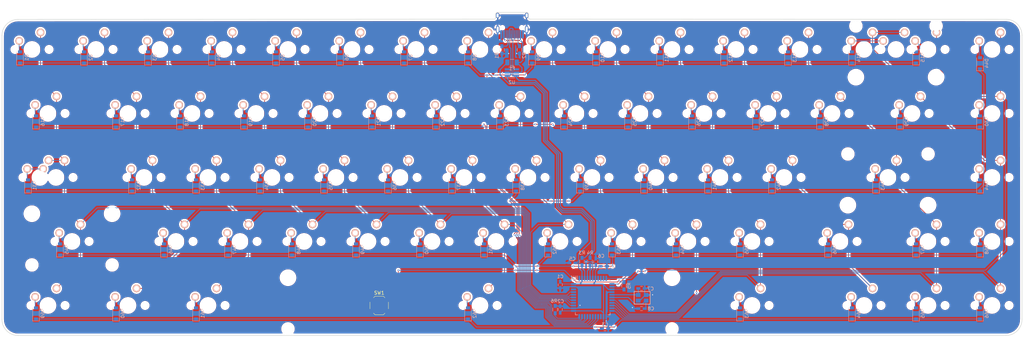
<source format=kicad_pcb>
(kicad_pcb (version 20171130) (host pcbnew "(5.1.8)-1")
  (layers (0 F.Cu signal) (31 B.Cu signal) (34 B.Paste user) (35 F.Paste user) (36 B.SilkS user) (37 F.SilkS user) (38 B.Mask user) (39 F.Mask user) (44 Edge.Cuts user))
  (net 0 "")
  (net 1 GND)
  (net 2 "Net-(C6-Pad1)")
  (net 3 "Net-(C7-Pad1)")
  (net 4 "Net-(C8-Pad1)")
  (net 5 /D-)
  (net 6 /D+)
  (net 7 /col0)
  (net 8 /col1)
  (net 9 /col2)
  (net 10 /col3)
  (net 11 /col4)
  (net 12 /col6)
  (net 13 /col7)
  (net 14 /col8)
  (net 15 /col9)
  (net 16 /col10)
  (net 17 /col11)
  (net 18 /col12)
  (net 19 /col13)
  (net 20 /col14)
  (net 21 /col5)
  (net 22 "Net-(R3-Pad2)")
  (net 23 "Net-(R4-Pad2)")
  (net 24 "Net-(R5-Pad2)")
  (net 25 "Net-(R6-Pad2)")
  (net 26 "Net-(U1-Pad1)")
  (net 27 "Net-(U1-Pad8)")
  (net 28 "Net-(U1-Pad9)")
  (net 29 "Net-(U1-Pad10)")
  (net 30 "Net-(U1-Pad25)")
  (net 31 "Net-(U1-Pad42)")
  (net 32 /row0)
  (net 33 /row1)
  (net 34 /row2)
  (net 35 /row3)
  (net 36 /row4)
  (net 37 "Net-(D1-Pad2)")
  (net 38 "Net-(D2-Pad2)")
  (net 39 "Net-(D3-Pad2)")
  (net 40 "Net-(D4-Pad2)")
  (net 41 "Net-(D5-Pad2)")
  (net 42 "Net-(D6-Pad2)")
  (net 43 "Net-(D7-Pad2)")
  (net 44 "Net-(D8-Pad2)")
  (net 45 "Net-(D9-Pad2)")
  (net 46 "Net-(D10-Pad2)")
  (net 47 "Net-(D11-Pad2)")
  (net 48 "Net-(D12-Pad2)")
  (net 49 "Net-(D13-Pad2)")
  (net 50 "Net-(D14-Pad2)")
  (net 51 "Net-(D15-Pad2)")
  (net 52 "Net-(D16-Pad2)")
  (net 53 "Net-(D17-Pad2)")
  (net 54 "Net-(D18-Pad2)")
  (net 55 "Net-(D19-Pad2)")
  (net 56 "Net-(D20-Pad2)")
  (net 57 "Net-(D21-Pad2)")
  (net 58 "Net-(D22-Pad2)")
  (net 59 "Net-(D23-Pad2)")
  (net 60 "Net-(D24-Pad2)")
  (net 61 "Net-(D25-Pad2)")
  (net 62 "Net-(D26-Pad2)")
  (net 63 "Net-(D27-Pad2)")
  (net 64 "Net-(D28-Pad2)")
  (net 65 "Net-(D29-Pad2)")
  (net 66 "Net-(D30-Pad2)")
  (net 67 "Net-(D31-Pad2)")
  (net 68 "Net-(D32-Pad2)")
  (net 69 "Net-(D33-Pad2)")
  (net 70 "Net-(D34-Pad2)")
  (net 71 "Net-(D35-Pad2)")
  (net 72 "Net-(D36-Pad2)")
  (net 73 "Net-(D37-Pad2)")
  (net 74 "Net-(D38-Pad2)")
  (net 75 "Net-(D39-Pad2)")
  (net 76 "Net-(D40-Pad2)")
  (net 77 "Net-(D41-Pad2)")
  (net 78 "Net-(D42-Pad2)")
  (net 79 "Net-(D43-Pad2)")
  (net 80 "Net-(D44-Pad2)")
  (net 81 "Net-(D45-Pad2)")
  (net 82 "Net-(D46-Pad2)")
  (net 83 "Net-(D47-Pad2)")
  (net 84 "Net-(D48-Pad2)")
  (net 85 "Net-(D49-Pad2)")
  (net 86 "Net-(D50-Pad2)")
  (net 87 "Net-(D51-Pad2)")
  (net 88 "Net-(D52-Pad2)")
  (net 89 "Net-(D53-Pad2)")
  (net 90 "Net-(D54-Pad2)")
  (net 91 "Net-(D55-Pad2)")
  (net 92 "Net-(D56-Pad2)")
  (net 93 "Net-(D57-Pad2)")
  (net 94 "Net-(D58-Pad2)")
  (net 95 "Net-(D59-Pad2)")
  (net 96 "Net-(D60-Pad2)")
  (net 97 "Net-(D61-Pad2)")
  (net 98 "Net-(D62-Pad2)")
  (net 99 "Net-(D63-Pad2)")
  (net 100 "Net-(D64-Pad2)")
  (net 101 "Net-(D65-Pad2)")
  (net 102 "Net-(D66-Pad2)")
  (net 103 "Net-(R1-Pad1)")
  (net 104 "Net-(R2-Pad1)")
  (net 105 "Net-(USB1-Pad9)")
  (net 106 "Net-(USB1-Pad3)")
  (net 107 "Net-(U2-Pad4)")
  (net 108 "Net-(U2-Pad3)")
  (net 109 VBUS)
  (net 110 +5V)
  (module Type-C:HRO-TYPE-C-31-M-12-HandSoldering (layer B.Cu) (at 233.4 92.055)
    (fp_text reference USB1 (at 0 10.2) (layer B.SilkS) (effects (justify mirror)))
    (fp_text value HRO-TYPE-C-31-M-12)
    (pad 12 smd rect (at 3.225 8.195) (size 0.6 2.45) (layers B.Cu B.Paste B.Mask) (net 1 GND))
    (pad 1 smd rect (at -3.225 8.195) (size 0.6 2.45) (layers B.Cu B.Paste B.Mask) (net 1 GND))
    (pad 11 smd rect (at 2.45 8.195) (size 0.6 2.45) (layers B.Cu B.Paste B.Mask) (net 109 VBUS))
    (pad 2 smd rect (at -2.45 8.195) (size 0.6 2.45) (layers B.Cu B.Paste B.Mask) (net 109 VBUS))
    (pad 3 smd rect (at -1.75 8.195) (size 0.3 2.45) (layers B.Cu B.Paste B.Mask) (net 106 "Net-(USB1-Pad3)"))
    (pad 10 smd rect (at 1.75 8.195) (size 0.3 2.45) (layers B.Cu B.Paste B.Mask) (net 104 "Net-(R2-Pad1)"))
    (pad 4 smd rect (at -1.25 8.195) (size 0.3 2.45) (layers B.Cu B.Paste B.Mask) (net 103 "Net-(R1-Pad1)"))
    (pad 9 smd rect (at 1.25 8.195) (size 0.3 2.45) (layers B.Cu B.Paste B.Mask) (net 105 "Net-(USB1-Pad9)"))
    (pad 5 smd rect (at -0.75 8.195) (size 0.3 2.45) (layers B.Cu B.Paste B.Mask) (net 5 /D-))
    (pad 8 smd rect (at 0.75 8.195) (size 0.3 2.45) (layers B.Cu B.Paste B.Mask) (net 6 /D+))
    (pad 7 smd rect (at 0.25 8.195) (size 0.3 2.45) (layers B.Cu B.Paste B.Mask) (net 5 /D-))
    (pad 6 smd rect (at -0.25 8.195) (size 0.3 2.45) (layers B.Cu B.Paste B.Mask) (net 6 /D+))
    (pad "" np_thru_hole circle (at 2.89 6.25) (size 0.65 0.65) (drill 0.65) (layers *.Cu *.Mask))
    (pad "" np_thru_hole circle (at -2.89 6.25) (size 0.65 0.65) (drill 0.65) (layers *.Cu *.Mask))
    (pad 13 thru_hole oval (at -4.32 6.78) (size 1 2.1) (drill oval 0.6 1.7) (layers *.Cu F.Mask) (net 1 GND))
    (pad 13 thru_hole oval (at 4.32 6.78) (size 1 2.1) (drill oval 0.6 1.7) (layers *.Cu F.Mask) (net 1 GND))
    (pad 13 thru_hole oval (at -4.32 2.6) (size 1 1.6) (drill oval 0.6 1.2) (layers *.Cu F.Mask) (net 1 GND))
    (pad 13 thru_hole oval (at 4.32 2.6) (size 1 1.6) (drill oval 0.6 1.2) (layers *.Cu F.Mask) (net 1 GND))
  )
  (module Package_TO_SOT_SMD:SOT-23-6_Handsoldering (layer B.Cu) (at 233.3308 111.6432)
    (fp_text reference U2 (at 0 2.9) (layer B.SilkS) (effects (justify mirror)))
    (fp_text value SRV05-4)
    (pad 5 smd rect (at 1.35 0) (size 1.56 0.65) (layers B.Cu B.Paste B.Mask) (net 109 VBUS))
    (pad 6 smd rect (at 1.35 0.95) (size 1.56 0.65) (layers B.Cu B.Paste B.Mask) (net 6 /D+))
    (pad 4 smd rect (at 1.35 -0.95) (size 1.56 0.65) (layers B.Cu B.Paste B.Mask) (net 107 "Net-(U2-Pad4)"))
    (pad 3 smd rect (at -1.35 -0.95) (size 1.56 0.65) (layers B.Cu B.Paste B.Mask) (net 108 "Net-(U2-Pad3)"))
    (pad 2 smd rect (at -1.35 0) (size 1.56 0.65) (layers B.Cu B.Paste B.Mask) (net 1 GND))
    (pad 1 smd rect (at -1.35 0.95) (size 1.56 0.65) (layers B.Cu B.Paste B.Mask) (net 5 /D-))
  )
  (module Fuse:Fuse_1206_3216Metric (layer B.Cu) (at 233.3816 108.646)
    (fp_text reference F1 (at 0 1.82 180) (layer B.SilkS) (effects (justify mirror)))
    (fp_text value 5.1kΩ)
    (pad 2 smd roundrect (at 1.4 0) (size 1.25 1.75) (layers B.Cu B.Paste B.Mask) (roundrect_rratio 0.2) (net 109 VBUS))
    (pad 1 smd roundrect (at -1.4 0) (size 1.25 1.75) (layers B.Cu B.Paste B.Mask) (roundrect_rratio 0.2) (net 110 +5V))
  )
  (module Diodes_SMD:D_SOD-123 (layer B.Cu) (at 372.6625 108.9 90)
    (fp_text reference D44 (at 0 2 90) (layer B.SilkS) (effects (justify mirror)))
    (fp_text value D)
    (pad 1 smd rect (at -1.65 0 90) (size 0.9 1.2) (layers B.Cu B.Paste B.Mask) (net 34 /row2))
    (pad 2 smd rect (at 1.65 0 90) (size 0.9 1.2) (layers B.Cu B.Paste B.Mask) (net 80 "Net-(D44-Pad2)"))
  )
  (module nx75:CHERRY_PCB_100H (layer F.Cu) (at 376.2375 104.775)
    (fp_text reference K42)
    (fp_text value KEYSW hide)
    (pad 1 thru_hole circle (at 2.54 -5.08) (size 2.286 2.286) (drill 1.4986) (layers *.Cu *.SilkS *.Mask) (net 19 /col13))
    (pad 2 thru_hole circle (at -3.81 -2.54) (size 2.286 2.286) (drill 1.4986) (layers *.Cu *.SilkS *.Mask) (net 80 "Net-(D44-Pad2)"))
    (pad HOLE np_thru_hole circle (at 0 0) (size 3.9878 3.9878) (drill 3.9878) (layers *.Cu))
    (pad HOLE np_thru_hole circle (at -5.08 0) (size 1.7018 1.7018) (drill 1.7018) (layers *.Cu))
    (pad HOLE np_thru_hole circle (at 5.08 0) (size 1.7018 1.7018) (drill 1.7018) (layers *.Cu))
  )
  (module nx75:CHERRY_PCB_100H (layer F.Cu) (at 219.075 142.875)
    (fp_text reference K35)
    (fp_text value KEYSW hide)
    (pad 1 thru_hole circle (at 2.54 -5.08) (size 2.286 2.286) (drill 1.4986) (layers *.Cu *.SilkS *.Mask) (net 12 /col6))
    (pad 2 thru_hole circle (at -3.81 -2.54) (size 2.286 2.286) (drill 1.4986) (layers *.Cu *.SilkS *.Mask) (net 73 "Net-(D37-Pad2)"))
    (pad HOLE np_thru_hole circle (at 0 0) (size 3.9878 3.9878) (drill 3.9878) (layers *.Cu))
    (pad HOLE np_thru_hole circle (at -5.08 0) (size 1.7018 1.7018) (drill 1.7018) (layers *.Cu))
    (pad HOLE np_thru_hole circle (at 5.08 0) (size 1.7018 1.7018) (drill 1.7018) (layers *.Cu))
  )
  (module nx75:CHERRY_PCB_150H (layer F.Cu) (at 142.875 180.975)
    (fp_text reference K59)
    (fp_text value KEYSW hide)
    (pad 1 thru_hole circle (at 2.54 -5.08) (size 2.286 2.286) (drill 1.4986) (layers *.Cu *.SilkS *.Mask) (net 9 /col2))
    (pad 2 thru_hole circle (at -3.81 -2.54) (size 2.286 2.286) (drill 1.4986) (layers *.Cu *.SilkS *.Mask) (net 97 "Net-(D61-Pad2)"))
    (pad HOLE np_thru_hole circle (at 0 0) (size 3.9878 3.9878) (drill 3.9878) (layers *.Cu))
    (pad HOLE np_thru_hole circle (at -5.08 0) (size 1.7018 1.7018) (drill 1.7018) (layers *.Cu))
    (pad HOLE np_thru_hole circle (at 5.08 0) (size 1.7018 1.7018) (drill 1.7018) (layers *.Cu))
  )
  (module nx75:CHERRY_PCB_100H (layer F.Cu) (at 376.2375 142.875)
    (fp_text reference K42)
    (fp_text value KEYSW hide)
    (pad 1 thru_hole circle (at 2.54 -5.08) (size 2.286 2.286) (drill 1.4986) (layers *.Cu *.SilkS *.Mask) (net 19 /col13))
    (pad 2 thru_hole circle (at -3.81 -2.54) (size 2.286 2.286) (drill 1.4986) (layers *.Cu *.SilkS *.Mask) (net 80 "Net-(D44-Pad2)"))
    (pad HOLE np_thru_hole circle (at 0 0) (size 3.9878 3.9878) (drill 3.9878) (layers *.Cu))
    (pad HOLE np_thru_hole circle (at -5.08 0) (size 1.7018 1.7018) (drill 1.7018) (layers *.Cu))
    (pad HOLE np_thru_hole circle (at 5.08 0) (size 1.7018 1.7018) (drill 1.7018) (layers *.Cu))
  )
  (module nx75:CHERRY_PCB_100H (layer F.Cu) (at 138.1125 123.825)
    (fp_text reference K17)
    (fp_text value KEYSW hide)
    (pad 1 thru_hole circle (at 2.54 -5.08) (size 2.286 2.286) (drill 1.4986) (layers *.Cu *.SilkS *.Mask) (net 9 /col2))
    (pad 2 thru_hole circle (at -3.81 -2.54) (size 2.286 2.286) (drill 1.4986) (layers *.Cu *.SilkS *.Mask) (net 54 "Net-(D18-Pad2)"))
    (pad HOLE np_thru_hole circle (at 0 0) (size 3.9878 3.9878) (drill 3.9878) (layers *.Cu))
    (pad HOLE np_thru_hole circle (at -5.08 0) (size 1.7018 1.7018) (drill 1.7018) (layers *.Cu))
    (pad HOLE np_thru_hole circle (at 5.08 0) (size 1.7018 1.7018) (drill 1.7018) (layers *.Cu))
  )
  (module nx75:CHERRY_PCB_100H (layer F.Cu) (at 271.4625 123.825)
    (fp_text reference K24)
    (fp_text value KEYSW hide)
    (pad 1 thru_hole circle (at 2.54 -5.08) (size 2.286 2.286) (drill 1.4986) (layers *.Cu *.SilkS *.Mask) (net 15 /col9))
    (pad 2 thru_hole circle (at -3.81 -2.54) (size 2.286 2.286) (drill 1.4986) (layers *.Cu *.SilkS *.Mask) (net 61 "Net-(D25-Pad2)"))
    (pad HOLE np_thru_hole circle (at 0 0) (size 3.9878 3.9878) (drill 3.9878) (layers *.Cu))
    (pad HOLE np_thru_hole circle (at -5.08 0) (size 1.7018 1.7018) (drill 1.7018) (layers *.Cu))
    (pad HOLE np_thru_hole circle (at 5.08 0) (size 1.7018 1.7018) (drill 1.7018) (layers *.Cu))
  )
  (module nx75:CHERRY_PCB_100H (layer F.Cu) (at 128.5875 104.775)
    (fp_text reference K2)
    (fp_text value KEYSW hide)
    (pad 1 thru_hole circle (at 2.54 -5.08) (size 2.286 2.286) (drill 1.4986) (layers *.Cu *.SilkS *.Mask) (net 9 /col2))
    (pad 2 thru_hole circle (at -3.81 -2.54) (size 2.286 2.286) (drill 1.4986) (layers *.Cu *.SilkS *.Mask) (net 39 "Net-(D3-Pad2)"))
    (pad HOLE np_thru_hole circle (at 0 0) (size 3.9878 3.9878) (drill 3.9878) (layers *.Cu))
    (pad HOLE np_thru_hole circle (at -5.08 0) (size 1.7018 1.7018) (drill 1.7018) (layers *.Cu))
    (pad HOLE np_thru_hole circle (at 5.08 0) (size 1.7018 1.7018) (drill 1.7018) (layers *.Cu))
  )
  (module Capacitors_SMD:C_0603_HandSoldering (layer B.Cu) (at 247.70625 174.85625 90)
    (fp_text reference C1 (at 2.45 0 180) (layer B.SilkS) (effects (justify mirror)))
    (fp_text value 0.1u)
    (pad 1 smd rect (at -0.95 0 90) (size 1.2 0.75) (layers B.Cu B.Paste B.Mask) (net 1 GND))
    (pad 2 smd rect (at 0.95 0 90) (size 1.2 0.75) (layers B.Cu B.Paste B.Mask) (net 110 +5V))
  )
  (module Capacitors_SMD:C_0603_HandSoldering (layer B.Cu) (at 247.70625 182.15625 270)
    (fp_text reference C2 (at -2.40625 -0.14375) (layer B.SilkS) (effects (justify mirror)))
    (fp_text value 0.1u)
    (pad 1 smd rect (at -0.95 0 270) (size 1.2 0.75) (layers B.Cu B.Paste B.Mask) (net 1 GND))
    (pad 2 smd rect (at 0.95 0 270) (size 1.2 0.75) (layers B.Cu B.Paste B.Mask) (net 110 +5V))
  )
  (module Capacitors_SMD:C_0603_HandSoldering (layer B.Cu) (at 261.05625 187.90625 180)
    (fp_text reference C3 (at 0 1.25 180) (layer B.SilkS) (effects (justify mirror)))
    (fp_text value 0.1u)
    (pad 1 smd rect (at -0.95 0 180) (size 1.2 0.75) (layers B.Cu B.Paste B.Mask) (net 1 GND))
    (pad 2 smd rect (at 0.95 0 180) (size 1.2 0.75) (layers B.Cu B.Paste B.Mask) (net 110 +5V))
  )
  (module Capacitors_SMD:C_0603_HandSoldering (layer B.Cu) (at 260.65625 169.30625 180)
    (fp_text reference C4 (at -2.65 0 180) (layer B.SilkS) (effects (justify mirror)))
    (fp_text value 0.1u)
    (pad 1 smd rect (at -0.95 0 180) (size 1.2 0.75) (layers B.Cu B.Paste B.Mask) (net 1 GND))
    (pad 2 smd rect (at 0.95 0 180) (size 1.2 0.75) (layers B.Cu B.Paste B.Mask) (net 110 +5V))
  )
  (module Capacitors_SMD:C_0603_HandSoldering (layer B.Cu) (at 251.35625 168.30625)
    (fp_text reference C5 (at -0.05 -1.2) (layer B.SilkS) (effects (justify mirror)))
    (fp_text value 4.7u)
    (pad 1 smd rect (at -0.95 0) (size 1.2 0.75) (layers B.Cu B.Paste B.Mask) (net 1 GND))
    (pad 2 smd rect (at 0.95 0) (size 1.2 0.75) (layers B.Cu B.Paste B.Mask) (net 110 +5V))
  )
  (module Capacitors_SMD:C_0603_HandSoldering (layer B.Cu) (at 258.30625 167.95625 90)
    (fp_text reference C6 (at 1.70625 1.59375 180) (layer B.SilkS) (effects (justify mirror)))
    (fp_text value 1u)
    (pad 1 smd rect (at -0.95 0 90) (size 1.2 0.75) (layers B.Cu B.Paste B.Mask) (net 2 "Net-(C6-Pad1)"))
    (pad 2 smd rect (at 0.95 0 90) (size 1.2 0.75) (layers B.Cu B.Paste B.Mask) (net 1 GND))
  )
  (module Capacitors_SMD:C_0603_HandSoldering (layer B.Cu) (at 271.90625 175.90625)
    (fp_text reference C7 (at 2.7 0.1) (layer B.SilkS) (effects (justify mirror)))
    (fp_text value C_Small)
    (pad 1 smd rect (at -0.95 0) (size 1.2 0.75) (layers B.Cu B.Paste B.Mask) (net 3 "Net-(C7-Pad1)"))
    (pad 2 smd rect (at 0.95 0) (size 1.2 0.75) (layers B.Cu B.Paste B.Mask) (net 1 GND))
  )
  (module Capacitors_SMD:C_0603_HandSoldering (layer B.Cu) (at 271.90625 181.90625 180)
    (fp_text reference C8 (at -2.8 0 180) (layer B.SilkS) (effects (justify mirror)))
    (fp_text value C_Small)
    (pad 1 smd rect (at -0.95 0 180) (size 1.2 0.75) (layers B.Cu B.Paste B.Mask) (net 4 "Net-(C8-Pad1)"))
    (pad 2 smd rect (at 0.95 0 180) (size 1.2 0.75) (layers B.Cu B.Paste B.Mask) (net 1 GND))
  )
  (module nx75:CHERRY_PCB_100H (layer F.Cu) (at 90.4875 104.775)
    (fp_text reference K0)
    (fp_text value KEYSW hide)
    (pad 1 thru_hole circle (at 2.54 -5.08) (size 2.286 2.286) (drill 1.4986) (layers *.Cu *.SilkS *.Mask) (net 7 /col0))
    (pad 2 thru_hole circle (at -3.81 -2.54) (size 2.286 2.286) (drill 1.4986) (layers *.Cu *.SilkS *.Mask) (net 37 "Net-(D1-Pad2)"))
    (pad HOLE np_thru_hole circle (at 0 0) (size 3.9878 3.9878) (drill 3.9878) (layers *.Cu))
    (pad HOLE np_thru_hole circle (at -5.08 0) (size 1.7018 1.7018) (drill 1.7018) (layers *.Cu))
    (pad HOLE np_thru_hole circle (at 5.08 0) (size 1.7018 1.7018) (drill 1.7018) (layers *.Cu))
  )
  (module nx75:CHERRY_PCB_100H (layer F.Cu) (at 109.5375 104.775)
    (fp_text reference K1)
    (fp_text value KEYSW hide)
    (pad 1 thru_hole circle (at 2.54 -5.08) (size 2.286 2.286) (drill 1.4986) (layers *.Cu *.SilkS *.Mask) (net 8 /col1))
    (pad 2 thru_hole circle (at -3.81 -2.54) (size 2.286 2.286) (drill 1.4986) (layers *.Cu *.SilkS *.Mask) (net 38 "Net-(D2-Pad2)"))
    (pad HOLE np_thru_hole circle (at 0 0) (size 3.9878 3.9878) (drill 3.9878) (layers *.Cu))
    (pad HOLE np_thru_hole circle (at -5.08 0) (size 1.7018 1.7018) (drill 1.7018) (layers *.Cu))
    (pad HOLE np_thru_hole circle (at 5.08 0) (size 1.7018 1.7018) (drill 1.7018) (layers *.Cu))
  )
  (module nx75:CHERRY_PCB_100H (layer F.Cu) (at 147.6375 104.775)
    (fp_text reference K3)
    (fp_text value KEYSW hide)
    (pad 1 thru_hole circle (at 2.54 -5.08) (size 2.286 2.286) (drill 1.4986) (layers *.Cu *.SilkS *.Mask) (net 10 /col3))
    (pad 2 thru_hole circle (at -3.81 -2.54) (size 2.286 2.286) (drill 1.4986) (layers *.Cu *.SilkS *.Mask) (net 40 "Net-(D4-Pad2)"))
    (pad HOLE np_thru_hole circle (at 0 0) (size 3.9878 3.9878) (drill 3.9878) (layers *.Cu))
    (pad HOLE np_thru_hole circle (at -5.08 0) (size 1.7018 1.7018) (drill 1.7018) (layers *.Cu))
    (pad HOLE np_thru_hole circle (at 5.08 0) (size 1.7018 1.7018) (drill 1.7018) (layers *.Cu))
  )
  (module nx75:CHERRY_PCB_100H (layer F.Cu) (at 166.6875 104.775)
    (fp_text reference K4)
    (fp_text value KEYSW hide)
    (pad 1 thru_hole circle (at 2.54 -5.08) (size 2.286 2.286) (drill 1.4986) (layers *.Cu *.SilkS *.Mask) (net 11 /col4))
    (pad 2 thru_hole circle (at -3.81 -2.54) (size 2.286 2.286) (drill 1.4986) (layers *.Cu *.SilkS *.Mask) (net 41 "Net-(D5-Pad2)"))
    (pad HOLE np_thru_hole circle (at 0 0) (size 3.9878 3.9878) (drill 3.9878) (layers *.Cu))
    (pad HOLE np_thru_hole circle (at -5.08 0) (size 1.7018 1.7018) (drill 1.7018) (layers *.Cu))
    (pad HOLE np_thru_hole circle (at 5.08 0) (size 1.7018 1.7018) (drill 1.7018) (layers *.Cu))
  )
  (module nx75:CHERRY_PCB_100H (layer F.Cu) (at 185.7375 104.775)
    (fp_text reference K5)
    (fp_text value KEYSW hide)
    (pad 1 thru_hole circle (at 2.54 -5.08) (size 2.286 2.286) (drill 1.4986) (layers *.Cu *.SilkS *.Mask) (net 21 /col5))
    (pad 2 thru_hole circle (at -3.81 -2.54) (size 2.286 2.286) (drill 1.4986) (layers *.Cu *.SilkS *.Mask) (net 42 "Net-(D6-Pad2)"))
    (pad HOLE np_thru_hole circle (at 0 0) (size 3.9878 3.9878) (drill 3.9878) (layers *.Cu))
    (pad HOLE np_thru_hole circle (at -5.08 0) (size 1.7018 1.7018) (drill 1.7018) (layers *.Cu))
    (pad HOLE np_thru_hole circle (at 5.08 0) (size 1.7018 1.7018) (drill 1.7018) (layers *.Cu))
  )
  (module nx75:CHERRY_PCB_100H (layer F.Cu) (at 204.7875 104.775)
    (fp_text reference K6)
    (fp_text value KEYSW hide)
    (pad 1 thru_hole circle (at 2.54 -5.08) (size 2.286 2.286) (drill 1.4986) (layers *.Cu *.SilkS *.Mask) (net 12 /col6))
    (pad 2 thru_hole circle (at -3.81 -2.54) (size 2.286 2.286) (drill 1.4986) (layers *.Cu *.SilkS *.Mask) (net 43 "Net-(D7-Pad2)"))
    (pad HOLE np_thru_hole circle (at 0 0) (size 3.9878 3.9878) (drill 3.9878) (layers *.Cu))
    (pad HOLE np_thru_hole circle (at -5.08 0) (size 1.7018 1.7018) (drill 1.7018) (layers *.Cu))
    (pad HOLE np_thru_hole circle (at 5.08 0) (size 1.7018 1.7018) (drill 1.7018) (layers *.Cu))
  )
  (module nx75:CHERRY_PCB_100H (layer F.Cu) (at 223.8375 104.775)
    (fp_text reference K7)
    (fp_text value KEYSW hide)
    (pad 1 thru_hole circle (at 2.54 -5.08) (size 2.286 2.286) (drill 1.4986) (layers *.Cu *.SilkS *.Mask) (net 13 /col7))
    (pad 2 thru_hole circle (at -3.81 -2.54) (size 2.286 2.286) (drill 1.4986) (layers *.Cu *.SilkS *.Mask) (net 44 "Net-(D8-Pad2)"))
    (pad HOLE np_thru_hole circle (at 0 0) (size 3.9878 3.9878) (drill 3.9878) (layers *.Cu))
    (pad HOLE np_thru_hole circle (at -5.08 0) (size 1.7018 1.7018) (drill 1.7018) (layers *.Cu))
    (pad HOLE np_thru_hole circle (at 5.08 0) (size 1.7018 1.7018) (drill 1.7018) (layers *.Cu))
  )
  (module nx75:CHERRY_PCB_100H (layer F.Cu) (at 242.8875 104.775)
    (fp_text reference K8)
    (fp_text value KEYSW hide)
    (pad 1 thru_hole circle (at 2.54 -5.08) (size 2.286 2.286) (drill 1.4986) (layers *.Cu *.SilkS *.Mask) (net 14 /col8))
    (pad 2 thru_hole circle (at -3.81 -2.54) (size 2.286 2.286) (drill 1.4986) (layers *.Cu *.SilkS *.Mask) (net 45 "Net-(D9-Pad2)"))
    (pad HOLE np_thru_hole circle (at 0 0) (size 3.9878 3.9878) (drill 3.9878) (layers *.Cu))
    (pad HOLE np_thru_hole circle (at -5.08 0) (size 1.7018 1.7018) (drill 1.7018) (layers *.Cu))
    (pad HOLE np_thru_hole circle (at 5.08 0) (size 1.7018 1.7018) (drill 1.7018) (layers *.Cu))
  )
  (module nx75:CHERRY_PCB_100H (layer F.Cu) (at 261.9375 104.775)
    (fp_text reference K9)
    (fp_text value KEYSW hide)
    (pad 1 thru_hole circle (at 2.54 -5.08) (size 2.286 2.286) (drill 1.4986) (layers *.Cu *.SilkS *.Mask) (net 15 /col9))
    (pad 2 thru_hole circle (at -3.81 -2.54) (size 2.286 2.286) (drill 1.4986) (layers *.Cu *.SilkS *.Mask) (net 46 "Net-(D10-Pad2)"))
    (pad HOLE np_thru_hole circle (at 0 0) (size 3.9878 3.9878) (drill 3.9878) (layers *.Cu))
    (pad HOLE np_thru_hole circle (at -5.08 0) (size 1.7018 1.7018) (drill 1.7018) (layers *.Cu))
    (pad HOLE np_thru_hole circle (at 5.08 0) (size 1.7018 1.7018) (drill 1.7018) (layers *.Cu))
  )
  (module nx75:CHERRY_PCB_100H (layer F.Cu) (at 280.9875 104.775)
    (fp_text reference K10)
    (fp_text value KEYSW hide)
    (pad 1 thru_hole circle (at 2.54 -5.08) (size 2.286 2.286) (drill 1.4986) (layers *.Cu *.SilkS *.Mask) (net 16 /col10))
    (pad 2 thru_hole circle (at -3.81 -2.54) (size 2.286 2.286) (drill 1.4986) (layers *.Cu *.SilkS *.Mask) (net 47 "Net-(D11-Pad2)"))
    (pad HOLE np_thru_hole circle (at 0 0) (size 3.9878 3.9878) (drill 3.9878) (layers *.Cu))
    (pad HOLE np_thru_hole circle (at -5.08 0) (size 1.7018 1.7018) (drill 1.7018) (layers *.Cu))
    (pad HOLE np_thru_hole circle (at 5.08 0) (size 1.7018 1.7018) (drill 1.7018) (layers *.Cu))
  )
  (module nx75:CHERRY_PCB_100H (layer F.Cu) (at 300.0375 104.775)
    (fp_text reference K11)
    (fp_text value KEYSW hide)
    (pad 1 thru_hole circle (at 2.54 -5.08) (size 2.286 2.286) (drill 1.4986) (layers *.Cu *.SilkS *.Mask) (net 17 /col11))
    (pad 2 thru_hole circle (at -3.81 -2.54) (size 2.286 2.286) (drill 1.4986) (layers *.Cu *.SilkS *.Mask) (net 48 "Net-(D12-Pad2)"))
    (pad HOLE np_thru_hole circle (at 0 0) (size 3.9878 3.9878) (drill 3.9878) (layers *.Cu))
    (pad HOLE np_thru_hole circle (at -5.08 0) (size 1.7018 1.7018) (drill 1.7018) (layers *.Cu))
    (pad HOLE np_thru_hole circle (at 5.08 0) (size 1.7018 1.7018) (drill 1.7018) (layers *.Cu))
  )
  (module nx75:CHERRY_PCB_100H (layer F.Cu) (at 319.0875 104.775)
    (fp_text reference K12)
    (fp_text value KEYSW hide)
    (pad 1 thru_hole circle (at 2.54 -5.08) (size 2.286 2.286) (drill 1.4986) (layers *.Cu *.SilkS *.Mask) (net 18 /col12))
    (pad 2 thru_hole circle (at -3.81 -2.54) (size 2.286 2.286) (drill 1.4986) (layers *.Cu *.SilkS *.Mask) (net 49 "Net-(D13-Pad2)"))
    (pad HOLE np_thru_hole circle (at 0 0) (size 3.9878 3.9878) (drill 3.9878) (layers *.Cu))
    (pad HOLE np_thru_hole circle (at -5.08 0) (size 1.7018 1.7018) (drill 1.7018) (layers *.Cu))
    (pad HOLE np_thru_hole circle (at 5.08 0) (size 1.7018 1.7018) (drill 1.7018) (layers *.Cu))
  )
  (module nx75:CHERRY_PCB_200H (layer F.Cu) (at 347.6625 104.775)
    (fp_text reference K13)
    (fp_text value KEYSW hide)
    (pad 1 thru_hole circle (at 2.54 -5.08) (size 2.286 2.286) (drill 1.4986) (layers *.Cu *.SilkS *.Mask) (net 19 /col13))
    (pad 2 thru_hole circle (at -3.81 -2.54) (size 2.286 2.286) (drill 1.4986) (layers *.Cu *.SilkS *.Mask) (net 50 "Net-(D14-Pad2)"))
    (pad HOLE np_thru_hole circle (at 0 0) (size 3.9878 3.9878) (drill 3.9878) (layers *.Cu))
    (pad HOLE np_thru_hole circle (at -5.08 0) (size 1.7018 1.7018) (drill 1.7018) (layers *.Cu))
    (pad HOLE np_thru_hole circle (at 5.08 0) (size 1.7018 1.7018) (drill 1.7018) (layers *.Cu))
    (pad HOLE np_thru_hole circle (at -11.938 -6.985) (size 3.048 3.048) (drill 3.048) (layers *.Cu))
    (pad HOLE np_thru_hole circle (at 11.938 -6.985) (size 3.048 3.048) (drill 3.048) (layers *.Cu))
    (pad HOLE np_thru_hole circle (at -11.938 8.255) (size 3.9878 3.9878) (drill 3.9878) (layers *.Cu))
    (pad HOLE np_thru_hole circle (at 11.938 8.255) (size 3.9878 3.9878) (drill 3.9878) (layers *.Cu))
  )
  (module nx75:CHERRY_PCB_100H (layer F.Cu) (at 338.1375 104.775)
    (fp_text reference K13_1)
    (fp_text value KEYSW hide)
    (pad 1 thru_hole circle (at 2.54 -5.08) (size 2.286 2.286) (drill 1.4986) (layers *.Cu *.SilkS *.Mask) (net 19 /col13))
    (pad 2 thru_hole circle (at -3.81 -2.54) (size 2.286 2.286) (drill 1.4986) (layers *.Cu *.SilkS *.Mask) (net 50 "Net-(D14-Pad2)"))
    (pad HOLE np_thru_hole circle (at 0 0) (size 3.9878 3.9878) (drill 3.9878) (layers *.Cu))
    (pad HOLE np_thru_hole circle (at -5.08 0) (size 1.7018 1.7018) (drill 1.7018) (layers *.Cu))
    (pad HOLE np_thru_hole circle (at 5.08 0) (size 1.7018 1.7018) (drill 1.7018) (layers *.Cu))
  )
  (module nx75:CHERRY_PCB_100H (layer F.Cu) (at 357.1875 104.775)
    (fp_text reference K14)
    (fp_text value KEYSW hide)
    (pad 1 thru_hole circle (at 2.54 -5.08) (size 2.286 2.286) (drill 1.4986) (layers *.Cu *.SilkS *.Mask) (net 20 /col14))
    (pad 2 thru_hole circle (at -3.81 -2.54) (size 2.286 2.286) (drill 1.4986) (layers *.Cu *.SilkS *.Mask) (net 51 "Net-(D15-Pad2)"))
    (pad HOLE np_thru_hole circle (at 0 0) (size 3.9878 3.9878) (drill 3.9878) (layers *.Cu))
    (pad HOLE np_thru_hole circle (at -5.08 0) (size 1.7018 1.7018) (drill 1.7018) (layers *.Cu))
    (pad HOLE np_thru_hole circle (at 5.08 0) (size 1.7018 1.7018) (drill 1.7018) (layers *.Cu))
  )
  (module nx75:CHERRY_PCB_150H (layer F.Cu) (at 95.25 123.825)
    (fp_text reference K15)
    (fp_text value KEYSW hide)
    (pad 1 thru_hole circle (at 2.54 -5.08) (size 2.286 2.286) (drill 1.4986) (layers *.Cu *.SilkS *.Mask) (net 7 /col0))
    (pad 2 thru_hole circle (at -3.81 -2.54) (size 2.286 2.286) (drill 1.4986) (layers *.Cu *.SilkS *.Mask) (net 52 "Net-(D16-Pad2)"))
    (pad HOLE np_thru_hole circle (at 0 0) (size 3.9878 3.9878) (drill 3.9878) (layers *.Cu))
    (pad HOLE np_thru_hole circle (at -5.08 0) (size 1.7018 1.7018) (drill 1.7018) (layers *.Cu))
    (pad HOLE np_thru_hole circle (at 5.08 0) (size 1.7018 1.7018) (drill 1.7018) (layers *.Cu))
  )
  (module nx75:CHERRY_PCB_100H (layer F.Cu) (at 119.0625 123.825)
    (fp_text reference K16)
    (fp_text value KEYSW hide)
    (pad 1 thru_hole circle (at 2.54 -5.08) (size 2.286 2.286) (drill 1.4986) (layers *.Cu *.SilkS *.Mask) (net 8 /col1))
    (pad 2 thru_hole circle (at -3.81 -2.54) (size 2.286 2.286) (drill 1.4986) (layers *.Cu *.SilkS *.Mask) (net 53 "Net-(D17-Pad2)"))
    (pad HOLE np_thru_hole circle (at 0 0) (size 3.9878 3.9878) (drill 3.9878) (layers *.Cu))
    (pad HOLE np_thru_hole circle (at -5.08 0) (size 1.7018 1.7018) (drill 1.7018) (layers *.Cu))
    (pad HOLE np_thru_hole circle (at 5.08 0) (size 1.7018 1.7018) (drill 1.7018) (layers *.Cu))
  )
  (module nx75:CHERRY_PCB_100H (layer F.Cu) (at 157.1625 123.825)
    (fp_text reference K18)
    (fp_text value KEYSW hide)
    (pad 1 thru_hole circle (at 2.54 -5.08) (size 2.286 2.286) (drill 1.4986) (layers *.Cu *.SilkS *.Mask) (net 10 /col3))
    (pad 2 thru_hole circle (at -3.81 -2.54) (size 2.286 2.286) (drill 1.4986) (layers *.Cu *.SilkS *.Mask) (net 55 "Net-(D19-Pad2)"))
    (pad HOLE np_thru_hole circle (at 0 0) (size 3.9878 3.9878) (drill 3.9878) (layers *.Cu))
    (pad HOLE np_thru_hole circle (at -5.08 0) (size 1.7018 1.7018) (drill 1.7018) (layers *.Cu))
    (pad HOLE np_thru_hole circle (at 5.08 0) (size 1.7018 1.7018) (drill 1.7018) (layers *.Cu))
  )
  (module nx75:CHERRY_PCB_100H (layer F.Cu) (at 176.2125 123.825)
    (fp_text reference K19)
    (fp_text value KEYSW hide)
    (pad 1 thru_hole circle (at 2.54 -5.08) (size 2.286 2.286) (drill 1.4986) (layers *.Cu *.SilkS *.Mask) (net 11 /col4))
    (pad 2 thru_hole circle (at -3.81 -2.54) (size 2.286 2.286) (drill 1.4986) (layers *.Cu *.SilkS *.Mask) (net 56 "Net-(D20-Pad2)"))
    (pad HOLE np_thru_hole circle (at 0 0) (size 3.9878 3.9878) (drill 3.9878) (layers *.Cu))
    (pad HOLE np_thru_hole circle (at -5.08 0) (size 1.7018 1.7018) (drill 1.7018) (layers *.Cu))
    (pad HOLE np_thru_hole circle (at 5.08 0) (size 1.7018 1.7018) (drill 1.7018) (layers *.Cu))
  )
  (module nx75:CHERRY_PCB_100H (layer F.Cu) (at 195.2625 123.825)
    (fp_text reference K20)
    (fp_text value KEYSW hide)
    (pad 1 thru_hole circle (at 2.54 -5.08) (size 2.286 2.286) (drill 1.4986) (layers *.Cu *.SilkS *.Mask) (net 21 /col5))
    (pad 2 thru_hole circle (at -3.81 -2.54) (size 2.286 2.286) (drill 1.4986) (layers *.Cu *.SilkS *.Mask) (net 57 "Net-(D21-Pad2)"))
    (pad HOLE np_thru_hole circle (at 0 0) (size 3.9878 3.9878) (drill 3.9878) (layers *.Cu))
    (pad HOLE np_thru_hole circle (at -5.08 0) (size 1.7018 1.7018) (drill 1.7018) (layers *.Cu))
    (pad HOLE np_thru_hole circle (at 5.08 0) (size 1.7018 1.7018) (drill 1.7018) (layers *.Cu))
  )
  (module nx75:CHERRY_PCB_100H (layer F.Cu) (at 214.3125 123.825)
    (fp_text reference K21)
    (fp_text value KEYSW hide)
    (pad 1 thru_hole circle (at 2.54 -5.08) (size 2.286 2.286) (drill 1.4986) (layers *.Cu *.SilkS *.Mask) (net 12 /col6))
    (pad 2 thru_hole circle (at -3.81 -2.54) (size 2.286 2.286) (drill 1.4986) (layers *.Cu *.SilkS *.Mask) (net 58 "Net-(D22-Pad2)"))
    (pad HOLE np_thru_hole circle (at 0 0) (size 3.9878 3.9878) (drill 3.9878) (layers *.Cu))
    (pad HOLE np_thru_hole circle (at -5.08 0) (size 1.7018 1.7018) (drill 1.7018) (layers *.Cu))
    (pad HOLE np_thru_hole circle (at 5.08 0) (size 1.7018 1.7018) (drill 1.7018) (layers *.Cu))
  )
  (module nx75:CHERRY_PCB_100H (layer F.Cu) (at 233.3625 123.825)
    (fp_text reference K22)
    (fp_text value KEYSW hide)
    (pad 1 thru_hole circle (at 2.54 -5.08) (size 2.286 2.286) (drill 1.4986) (layers *.Cu *.SilkS *.Mask) (net 13 /col7))
    (pad 2 thru_hole circle (at -3.81 -2.54) (size 2.286 2.286) (drill 1.4986) (layers *.Cu *.SilkS *.Mask) (net 59 "Net-(D23-Pad2)"))
    (pad HOLE np_thru_hole circle (at 0 0) (size 3.9878 3.9878) (drill 3.9878) (layers *.Cu))
    (pad HOLE np_thru_hole circle (at -5.08 0) (size 1.7018 1.7018) (drill 1.7018) (layers *.Cu))
    (pad HOLE np_thru_hole circle (at 5.08 0) (size 1.7018 1.7018) (drill 1.7018) (layers *.Cu))
  )
  (module nx75:CHERRY_PCB_100H (layer F.Cu) (at 252.4125 123.825)
    (fp_text reference K23)
    (fp_text value KEYSW hide)
    (pad 1 thru_hole circle (at 2.54 -5.08) (size 2.286 2.286) (drill 1.4986) (layers *.Cu *.SilkS *.Mask) (net 14 /col8))
    (pad 2 thru_hole circle (at -3.81 -2.54) (size 2.286 2.286) (drill 1.4986) (layers *.Cu *.SilkS *.Mask) (net 60 "Net-(D24-Pad2)"))
    (pad HOLE np_thru_hole circle (at 0 0) (size 3.9878 3.9878) (drill 3.9878) (layers *.Cu))
    (pad HOLE np_thru_hole circle (at -5.08 0) (size 1.7018 1.7018) (drill 1.7018) (layers *.Cu))
    (pad HOLE np_thru_hole circle (at 5.08 0) (size 1.7018 1.7018) (drill 1.7018) (layers *.Cu))
  )
  (module nx75:CHERRY_PCB_100H (layer F.Cu) (at 290.5125 123.825)
    (fp_text reference K25)
    (fp_text value KEYSW hide)
    (pad 1 thru_hole circle (at 2.54 -5.08) (size 2.286 2.286) (drill 1.4986) (layers *.Cu *.SilkS *.Mask) (net 16 /col10))
    (pad 2 thru_hole circle (at -3.81 -2.54) (size 2.286 2.286) (drill 1.4986) (layers *.Cu *.SilkS *.Mask) (net 62 "Net-(D26-Pad2)"))
    (pad HOLE np_thru_hole circle (at 0 0) (size 3.9878 3.9878) (drill 3.9878) (layers *.Cu))
    (pad HOLE np_thru_hole circle (at -5.08 0) (size 1.7018 1.7018) (drill 1.7018) (layers *.Cu))
    (pad HOLE np_thru_hole circle (at 5.08 0) (size 1.7018 1.7018) (drill 1.7018) (layers *.Cu))
  )
  (module nx75:CHERRY_PCB_100H (layer F.Cu) (at 309.5625 123.825)
    (fp_text reference K26)
    (fp_text value KEYSW hide)
    (pad 1 thru_hole circle (at 2.54 -5.08) (size 2.286 2.286) (drill 1.4986) (layers *.Cu *.SilkS *.Mask) (net 17 /col11))
    (pad 2 thru_hole circle (at -3.81 -2.54) (size 2.286 2.286) (drill 1.4986) (layers *.Cu *.SilkS *.Mask) (net 63 "Net-(D27-Pad2)"))
    (pad HOLE np_thru_hole circle (at 0 0) (size 3.9878 3.9878) (drill 3.9878) (layers *.Cu))
    (pad HOLE np_thru_hole circle (at -5.08 0) (size 1.7018 1.7018) (drill 1.7018) (layers *.Cu))
    (pad HOLE np_thru_hole circle (at 5.08 0) (size 1.7018 1.7018) (drill 1.7018) (layers *.Cu))
  )
  (module nx75:CHERRY_PCB_175H (layer F.Cu) (at 97.63125 142.875)
    (fp_text reference K29)
    (fp_text value KEYSW hide)
    (pad 1 thru_hole circle (at 2.54 -5.08) (size 2.286 2.286) (drill 1.4986) (layers *.Cu *.SilkS *.Mask) (net 7 /col0))
    (pad 2 thru_hole circle (at -3.81 -2.54) (size 2.286 2.286) (drill 1.4986) (layers *.Cu *.SilkS *.Mask) (net 67 "Net-(D31-Pad2)"))
    (pad HOLE np_thru_hole circle (at 0 0) (size 3.9878 3.9878) (drill 3.9878) (layers *.Cu))
    (pad HOLE np_thru_hole circle (at -5.08 0) (size 1.7018 1.7018) (drill 1.7018) (layers *.Cu))
    (pad HOLE np_thru_hole circle (at 5.08 0) (size 1.7018 1.7018) (drill 1.7018) (layers *.Cu))
  )
  (module nx75:CHERRY_PCB_125H (layer F.Cu) (at 92.86875 142.875)
    (fp_text reference K29_1)
    (fp_text value KEYSW hide)
    (pad 1 thru_hole circle (at 2.54 -5.08) (size 2.286 2.286) (drill 1.4986) (layers *.Cu *.SilkS *.Mask) (net 7 /col0))
    (pad 2 thru_hole circle (at -3.81 -2.54) (size 2.286 2.286) (drill 1.4986) (layers *.Cu *.SilkS *.Mask) (net 67 "Net-(D31-Pad2)"))
    (pad HOLE np_thru_hole circle (at 0 0) (size 3.9878 3.9878) (drill 3.9878) (layers *.Cu))
    (pad HOLE np_thru_hole circle (at -5.08 0) (size 1.7018 1.7018) (drill 1.7018) (layers *.Cu))
    (pad HOLE np_thru_hole circle (at 5.08 0) (size 1.7018 1.7018) (drill 1.7018) (layers *.Cu))
  )
  (module nx75:CHERRY_PCB_100H (layer F.Cu) (at 123.825 142.875)
    (fp_text reference K30)
    (fp_text value KEYSW hide)
    (pad 1 thru_hole circle (at 2.54 -5.08) (size 2.286 2.286) (drill 1.4986) (layers *.Cu *.SilkS *.Mask) (net 8 /col1))
    (pad 2 thru_hole circle (at -3.81 -2.54) (size 2.286 2.286) (drill 1.4986) (layers *.Cu *.SilkS *.Mask) (net 68 "Net-(D32-Pad2)"))
    (pad HOLE np_thru_hole circle (at 0 0) (size 3.9878 3.9878) (drill 3.9878) (layers *.Cu))
    (pad HOLE np_thru_hole circle (at -5.08 0) (size 1.7018 1.7018) (drill 1.7018) (layers *.Cu))
    (pad HOLE np_thru_hole circle (at 5.08 0) (size 1.7018 1.7018) (drill 1.7018) (layers *.Cu))
  )
  (module nx75:CHERRY_PCB_100H (layer F.Cu) (at 142.875 142.875)
    (fp_text reference K31)
    (fp_text value KEYSW hide)
    (pad 1 thru_hole circle (at 2.54 -5.08) (size 2.286 2.286) (drill 1.4986) (layers *.Cu *.SilkS *.Mask) (net 9 /col2))
    (pad 2 thru_hole circle (at -3.81 -2.54) (size 2.286 2.286) (drill 1.4986) (layers *.Cu *.SilkS *.Mask) (net 69 "Net-(D33-Pad2)"))
    (pad HOLE np_thru_hole circle (at 0 0) (size 3.9878 3.9878) (drill 3.9878) (layers *.Cu))
    (pad HOLE np_thru_hole circle (at -5.08 0) (size 1.7018 1.7018) (drill 1.7018) (layers *.Cu))
    (pad HOLE np_thru_hole circle (at 5.08 0) (size 1.7018 1.7018) (drill 1.7018) (layers *.Cu))
  )
  (module nx75:CHERRY_PCB_100H (layer F.Cu) (at 161.925 142.875)
    (fp_text reference K32)
    (fp_text value KEYSW hide)
    (pad 1 thru_hole circle (at 2.54 -5.08) (size 2.286 2.286) (drill 1.4986) (layers *.Cu *.SilkS *.Mask) (net 10 /col3))
    (pad 2 thru_hole circle (at -3.81 -2.54) (size 2.286 2.286) (drill 1.4986) (layers *.Cu *.SilkS *.Mask) (net 70 "Net-(D34-Pad2)"))
    (pad HOLE np_thru_hole circle (at 0 0) (size 3.9878 3.9878) (drill 3.9878) (layers *.Cu))
    (pad HOLE np_thru_hole circle (at -5.08 0) (size 1.7018 1.7018) (drill 1.7018) (layers *.Cu))
    (pad HOLE np_thru_hole circle (at 5.08 0) (size 1.7018 1.7018) (drill 1.7018) (layers *.Cu))
  )
  (module nx75:CHERRY_PCB_100H (layer F.Cu) (at 180.975 142.875)
    (fp_text reference K33)
    (fp_text value KEYSW hide)
    (pad 1 thru_hole circle (at 2.54 -5.08) (size 2.286 2.286) (drill 1.4986) (layers *.Cu *.SilkS *.Mask) (net 11 /col4))
    (pad 2 thru_hole circle (at -3.81 -2.54) (size 2.286 2.286) (drill 1.4986) (layers *.Cu *.SilkS *.Mask) (net 71 "Net-(D35-Pad2)"))
    (pad HOLE np_thru_hole circle (at 0 0) (size 3.9878 3.9878) (drill 3.9878) (layers *.Cu))
    (pad HOLE np_thru_hole circle (at -5.08 0) (size 1.7018 1.7018) (drill 1.7018) (layers *.Cu))
    (pad HOLE np_thru_hole circle (at 5.08 0) (size 1.7018 1.7018) (drill 1.7018) (layers *.Cu))
  )
  (module nx75:CHERRY_PCB_100H (layer F.Cu) (at 200.025 142.875)
    (fp_text reference K34)
    (fp_text value KEYSW hide)
    (pad 1 thru_hole circle (at 2.54 -5.08) (size 2.286 2.286) (drill 1.4986) (layers *.Cu *.SilkS *.Mask) (net 21 /col5))
    (pad 2 thru_hole circle (at -3.81 -2.54) (size 2.286 2.286) (drill 1.4986) (layers *.Cu *.SilkS *.Mask) (net 72 "Net-(D36-Pad2)"))
    (pad HOLE np_thru_hole circle (at 0 0) (size 3.9878 3.9878) (drill 3.9878) (layers *.Cu))
    (pad HOLE np_thru_hole circle (at -5.08 0) (size 1.7018 1.7018) (drill 1.7018) (layers *.Cu))
    (pad HOLE np_thru_hole circle (at 5.08 0) (size 1.7018 1.7018) (drill 1.7018) (layers *.Cu))
  )
  (module nx75:CHERRY_PCB_100H (layer F.Cu) (at 238.125 142.875)
    (fp_text reference K36)
    (fp_text value KEYSW hide)
    (pad 1 thru_hole circle (at 2.54 -5.08) (size 2.286 2.286) (drill 1.4986) (layers *.Cu *.SilkS *.Mask) (net 13 /col7))
    (pad 2 thru_hole circle (at -3.81 -2.54) (size 2.286 2.286) (drill 1.4986) (layers *.Cu *.SilkS *.Mask) (net 74 "Net-(D38-Pad2)"))
    (pad HOLE np_thru_hole circle (at 0 0) (size 3.9878 3.9878) (drill 3.9878) (layers *.Cu))
    (pad HOLE np_thru_hole circle (at -5.08 0) (size 1.7018 1.7018) (drill 1.7018) (layers *.Cu))
    (pad HOLE np_thru_hole circle (at 5.08 0) (size 1.7018 1.7018) (drill 1.7018) (layers *.Cu))
  )
  (module nx75:CHERRY_PCB_100H (layer F.Cu) (at 257.175 142.875)
    (fp_text reference K37)
    (fp_text value KEYSW hide)
    (pad 1 thru_hole circle (at 2.54 -5.08) (size 2.286 2.286) (drill 1.4986) (layers *.Cu *.SilkS *.Mask) (net 14 /col8))
    (pad 2 thru_hole circle (at -3.81 -2.54) (size 2.286 2.286) (drill 1.4986) (layers *.Cu *.SilkS *.Mask) (net 75 "Net-(D39-Pad2)"))
    (pad HOLE np_thru_hole circle (at 0 0) (size 3.9878 3.9878) (drill 3.9878) (layers *.Cu))
    (pad HOLE np_thru_hole circle (at -5.08 0) (size 1.7018 1.7018) (drill 1.7018) (layers *.Cu))
    (pad HOLE np_thru_hole circle (at 5.08 0) (size 1.7018 1.7018) (drill 1.7018) (layers *.Cu))
  )
  (module nx75:CHERRY_PCB_100H (layer F.Cu) (at 276.225 142.875)
    (fp_text reference K38)
    (fp_text value KEYSW hide)
    (pad 1 thru_hole circle (at 2.54 -5.08) (size 2.286 2.286) (drill 1.4986) (layers *.Cu *.SilkS *.Mask) (net 15 /col9))
    (pad 2 thru_hole circle (at -3.81 -2.54) (size 2.286 2.286) (drill 1.4986) (layers *.Cu *.SilkS *.Mask) (net 76 "Net-(D40-Pad2)"))
    (pad HOLE np_thru_hole circle (at 0 0) (size 3.9878 3.9878) (drill 3.9878) (layers *.Cu))
    (pad HOLE np_thru_hole circle (at -5.08 0) (size 1.7018 1.7018) (drill 1.7018) (layers *.Cu))
    (pad HOLE np_thru_hole circle (at 5.08 0) (size 1.7018 1.7018) (drill 1.7018) (layers *.Cu))
  )
  (module nx75:CHERRY_PCB_100H (layer F.Cu) (at 295.275 142.875)
    (fp_text reference K39)
    (fp_text value KEYSW hide)
    (pad 1 thru_hole circle (at 2.54 -5.08) (size 2.286 2.286) (drill 1.4986) (layers *.Cu *.SilkS *.Mask) (net 16 /col10))
    (pad 2 thru_hole circle (at -3.81 -2.54) (size 2.286 2.286) (drill 1.4986) (layers *.Cu *.SilkS *.Mask) (net 77 "Net-(D41-Pad2)"))
    (pad HOLE np_thru_hole circle (at 0 0) (size 3.9878 3.9878) (drill 3.9878) (layers *.Cu))
    (pad HOLE np_thru_hole circle (at -5.08 0) (size 1.7018 1.7018) (drill 1.7018) (layers *.Cu))
    (pad HOLE np_thru_hole circle (at 5.08 0) (size 1.7018 1.7018) (drill 1.7018) (layers *.Cu))
  )
  (module nx75:CHERRY_PCB_100H (layer F.Cu) (at 314.325 142.875)
    (fp_text reference K40)
    (fp_text value KEYSW hide)
    (pad 1 thru_hole circle (at 2.54 -5.08) (size 2.286 2.286) (drill 1.4986) (layers *.Cu *.SilkS *.Mask) (net 17 /col11))
    (pad 2 thru_hole circle (at -3.81 -2.54) (size 2.286 2.286) (drill 1.4986) (layers *.Cu *.SilkS *.Mask) (net 78 "Net-(D42-Pad2)"))
    (pad HOLE np_thru_hole circle (at 0 0) (size 3.9878 3.9878) (drill 3.9878) (layers *.Cu))
    (pad HOLE np_thru_hole circle (at -5.08 0) (size 1.7018 1.7018) (drill 1.7018) (layers *.Cu))
    (pad HOLE np_thru_hole circle (at 5.08 0) (size 1.7018 1.7018) (drill 1.7018) (layers *.Cu))
  )
  (module nx75:CHERRY_PCB_225H (layer F.Cu) (at 345.28125 142.875)
    (fp_text reference K41)
    (fp_text value KEYSW hide)
    (pad 1 thru_hole circle (at 2.54 -5.08) (size 2.286 2.286) (drill 1.4986) (layers *.Cu *.SilkS *.Mask) (net 18 /col12))
    (pad 2 thru_hole circle (at -3.81 -2.54) (size 2.286 2.286) (drill 1.4986) (layers *.Cu *.SilkS *.Mask) (net 79 "Net-(D43-Pad2)"))
    (pad HOLE np_thru_hole circle (at 0 0) (size 3.9878 3.9878) (drill 3.9878) (layers *.Cu))
    (pad HOLE np_thru_hole circle (at -5.08 0) (size 1.7018 1.7018) (drill 1.7018) (layers *.Cu))
    (pad HOLE np_thru_hole circle (at 5.08 0) (size 1.7018 1.7018) (drill 1.7018) (layers *.Cu))
    (pad HOLE np_thru_hole circle (at -11.938 -6.985) (size 3.048 3.048) (drill 3.048) (layers *.Cu))
    (pad HOLE np_thru_hole circle (at 11.938 -6.985) (size 3.048 3.048) (drill 3.048) (layers *.Cu))
    (pad HOLE np_thru_hole circle (at -11.938 8.255) (size 3.9878 3.9878) (drill 3.9878) (layers *.Cu))
    (pad HOLE np_thru_hole circle (at 11.938 8.255) (size 3.9878 3.9878) (drill 3.9878) (layers *.Cu))
  )
  (module nx75:CHERRY_PCB_100H (layer F.Cu) (at 133.35 161.925)
    (fp_text reference K44)
    (fp_text value KEYSW hide)
    (pad 1 thru_hole circle (at 2.54 -5.08) (size 2.286 2.286) (drill 1.4986) (layers *.Cu *.SilkS *.Mask) (net 8 /col1))
    (pad 2 thru_hole circle (at -3.81 -2.54) (size 2.286 2.286) (drill 1.4986) (layers *.Cu *.SilkS *.Mask) (net 82 "Net-(D46-Pad2)"))
    (pad HOLE np_thru_hole circle (at 0 0) (size 3.9878 3.9878) (drill 3.9878) (layers *.Cu))
    (pad HOLE np_thru_hole circle (at -5.08 0) (size 1.7018 1.7018) (drill 1.7018) (layers *.Cu))
    (pad HOLE np_thru_hole circle (at 5.08 0) (size 1.7018 1.7018) (drill 1.7018) (layers *.Cu))
  )
  (module nx75:CHERRY_PCB_100H (layer F.Cu) (at 152.4 161.925)
    (fp_text reference K45)
    (fp_text value KEYSW hide)
    (pad 1 thru_hole circle (at 2.54 -5.08) (size 2.286 2.286) (drill 1.4986) (layers *.Cu *.SilkS *.Mask) (net 9 /col2))
    (pad 2 thru_hole circle (at -3.81 -2.54) (size 2.286 2.286) (drill 1.4986) (layers *.Cu *.SilkS *.Mask) (net 83 "Net-(D47-Pad2)"))
    (pad HOLE np_thru_hole circle (at 0 0) (size 3.9878 3.9878) (drill 3.9878) (layers *.Cu))
    (pad HOLE np_thru_hole circle (at -5.08 0) (size 1.7018 1.7018) (drill 1.7018) (layers *.Cu))
    (pad HOLE np_thru_hole circle (at 5.08 0) (size 1.7018 1.7018) (drill 1.7018) (layers *.Cu))
  )
  (module nx75:CHERRY_PCB_100H (layer F.Cu) (at 171.45 161.925)
    (fp_text reference K46)
    (fp_text value KEYSW hide)
    (pad 1 thru_hole circle (at 2.54 -5.08) (size 2.286 2.286) (drill 1.4986) (layers *.Cu *.SilkS *.Mask) (net 10 /col3))
    (pad 2 thru_hole circle (at -3.81 -2.54) (size 2.286 2.286) (drill 1.4986) (layers *.Cu *.SilkS *.Mask) (net 84 "Net-(D48-Pad2)"))
    (pad HOLE np_thru_hole circle (at 0 0) (size 3.9878 3.9878) (drill 3.9878) (layers *.Cu))
    (pad HOLE np_thru_hole circle (at -5.08 0) (size 1.7018 1.7018) (drill 1.7018) (layers *.Cu))
    (pad HOLE np_thru_hole circle (at 5.08 0) (size 1.7018 1.7018) (drill 1.7018) (layers *.Cu))
  )
  (module nx75:CHERRY_PCB_100H (layer F.Cu) (at 190.5 161.925)
    (fp_text reference K47)
    (fp_text value KEYSW hide)
    (pad 1 thru_hole circle (at 2.54 -5.08) (size 2.286 2.286) (drill 1.4986) (layers *.Cu *.SilkS *.Mask) (net 11 /col4))
    (pad 2 thru_hole circle (at -3.81 -2.54) (size 2.286 2.286) (drill 1.4986) (layers *.Cu *.SilkS *.Mask) (net 85 "Net-(D49-Pad2)"))
    (pad HOLE np_thru_hole circle (at 0 0) (size 3.9878 3.9878) (drill 3.9878) (layers *.Cu))
    (pad HOLE np_thru_hole circle (at -5.08 0) (size 1.7018 1.7018) (drill 1.7018) (layers *.Cu))
    (pad HOLE np_thru_hole circle (at 5.08 0) (size 1.7018 1.7018) (drill 1.7018) (layers *.Cu))
  )
  (module nx75:CHERRY_PCB_100H (layer F.Cu) (at 209.55 161.925)
    (fp_text reference K48)
    (fp_text value KEYSW hide)
    (pad 1 thru_hole circle (at 2.54 -5.08) (size 2.286 2.286) (drill 1.4986) (layers *.Cu *.SilkS *.Mask) (net 21 /col5))
    (pad 2 thru_hole circle (at -3.81 -2.54) (size 2.286 2.286) (drill 1.4986) (layers *.Cu *.SilkS *.Mask) (net 86 "Net-(D50-Pad2)"))
    (pad HOLE np_thru_hole circle (at 0 0) (size 3.9878 3.9878) (drill 3.9878) (layers *.Cu))
    (pad HOLE np_thru_hole circle (at -5.08 0) (size 1.7018 1.7018) (drill 1.7018) (layers *.Cu))
    (pad HOLE np_thru_hole circle (at 5.08 0) (size 1.7018 1.7018) (drill 1.7018) (layers *.Cu))
  )
  (module nx75:CHERRY_PCB_100H (layer F.Cu) (at 228.6 161.925)
    (fp_text reference K49)
    (fp_text value KEYSW hide)
    (pad 1 thru_hole circle (at 2.54 -5.08) (size 2.286 2.286) (drill 1.4986) (layers *.Cu *.SilkS *.Mask) (net 12 /col6))
    (pad 2 thru_hole circle (at -3.81 -2.54) (size 2.286 2.286) (drill 1.4986) (layers *.Cu *.SilkS *.Mask) (net 87 "Net-(D51-Pad2)"))
    (pad HOLE np_thru_hole circle (at 0 0) (size 3.9878 3.9878) (drill 3.9878) (layers *.Cu))
    (pad HOLE np_thru_hole circle (at -5.08 0) (size 1.7018 1.7018) (drill 1.7018) (layers *.Cu))
    (pad HOLE np_thru_hole circle (at 5.08 0) (size 1.7018 1.7018) (drill 1.7018) (layers *.Cu))
  )
  (module nx75:CHERRY_PCB_100H (layer F.Cu) (at 247.65 161.925)
    (fp_text reference K50)
    (fp_text value KEYSW hide)
    (pad 1 thru_hole circle (at 2.54 -5.08) (size 2.286 2.286) (drill 1.4986) (layers *.Cu *.SilkS *.Mask) (net 13 /col7))
    (pad 2 thru_hole circle (at -3.81 -2.54) (size 2.286 2.286) (drill 1.4986) (layers *.Cu *.SilkS *.Mask) (net 88 "Net-(D52-Pad2)"))
    (pad HOLE np_thru_hole circle (at 0 0) (size 3.9878 3.9878) (drill 3.9878) (layers *.Cu))
    (pad HOLE np_thru_hole circle (at -5.08 0) (size 1.7018 1.7018) (drill 1.7018) (layers *.Cu))
    (pad HOLE np_thru_hole circle (at 5.08 0) (size 1.7018 1.7018) (drill 1.7018) (layers *.Cu))
  )
  (module nx75:CHERRY_PCB_100H (layer F.Cu) (at 266.7 161.925)
    (fp_text reference K51)
    (fp_text value KEYSW hide)
    (pad 1 thru_hole circle (at 2.54 -5.08) (size 2.286 2.286) (drill 1.4986) (layers *.Cu *.SilkS *.Mask) (net 14 /col8))
    (pad 2 thru_hole circle (at -3.81 -2.54) (size 2.286 2.286) (drill 1.4986) (layers *.Cu *.SilkS *.Mask) (net 89 "Net-(D53-Pad2)"))
    (pad HOLE np_thru_hole circle (at 0 0) (size 3.9878 3.9878) (drill 3.9878) (layers *.Cu))
    (pad HOLE np_thru_hole circle (at -5.08 0) (size 1.7018 1.7018) (drill 1.7018) (layers *.Cu))
    (pad HOLE np_thru_hole circle (at 5.08 0) (size 1.7018 1.7018) (drill 1.7018) (layers *.Cu))
  )
  (module nx75:CHERRY_PCB_100H (layer F.Cu) (at 285.75 161.925)
    (fp_text reference K52)
    (fp_text value KEYSW hide)
    (pad 1 thru_hole circle (at 2.54 -5.08) (size 2.286 2.286) (drill 1.4986) (layers *.Cu *.SilkS *.Mask) (net 15 /col9))
    (pad 2 thru_hole circle (at -3.81 -2.54) (size 2.286 2.286) (drill 1.4986) (layers *.Cu *.SilkS *.Mask) (net 90 "Net-(D54-Pad2)"))
    (pad HOLE np_thru_hole circle (at 0 0) (size 3.9878 3.9878) (drill 3.9878) (layers *.Cu))
    (pad HOLE np_thru_hole circle (at -5.08 0) (size 1.7018 1.7018) (drill 1.7018) (layers *.Cu))
    (pad HOLE np_thru_hole circle (at 5.08 0) (size 1.7018 1.7018) (drill 1.7018) (layers *.Cu))
  )
  (module nx75:CHERRY_PCB_100H (layer F.Cu) (at 304.8 161.925)
    (fp_text reference K53)
    (fp_text value KEYSW hide)
    (pad 1 thru_hole circle (at 2.54 -5.08) (size 2.286 2.286) (drill 1.4986) (layers *.Cu *.SilkS *.Mask) (net 16 /col10))
    (pad 2 thru_hole circle (at -3.81 -2.54) (size 2.286 2.286) (drill 1.4986) (layers *.Cu *.SilkS *.Mask) (net 91 "Net-(D55-Pad2)"))
    (pad HOLE np_thru_hole circle (at 0 0) (size 3.9878 3.9878) (drill 3.9878) (layers *.Cu))
    (pad HOLE np_thru_hole circle (at -5.08 0) (size 1.7018 1.7018) (drill 1.7018) (layers *.Cu))
    (pad HOLE np_thru_hole circle (at 5.08 0) (size 1.7018 1.7018) (drill 1.7018) (layers *.Cu))
  )
  (module nx75:CHERRY_PCB_175H (layer F.Cu) (at 330.99375 161.925)
    (fp_text reference K54)
    (fp_text value KEYSW hide)
    (pad 1 thru_hole circle (at 2.54 -5.08) (size 2.286 2.286) (drill 1.4986) (layers *.Cu *.SilkS *.Mask) (net 17 /col11))
    (pad 2 thru_hole circle (at -3.81 -2.54) (size 2.286 2.286) (drill 1.4986) (layers *.Cu *.SilkS *.Mask) (net 92 "Net-(D56-Pad2)"))
    (pad HOLE np_thru_hole circle (at 0 0) (size 3.9878 3.9878) (drill 3.9878) (layers *.Cu))
    (pad HOLE np_thru_hole circle (at -5.08 0) (size 1.7018 1.7018) (drill 1.7018) (layers *.Cu))
    (pad HOLE np_thru_hole circle (at 5.08 0) (size 1.7018 1.7018) (drill 1.7018) (layers *.Cu))
  )
  (module nx75:CHERRY_PCB_100H (layer F.Cu) (at 357.1875 161.925)
    (fp_text reference K55)
    (fp_text value KEYSW hide)
    (pad 1 thru_hole circle (at 2.54 -5.08) (size 2.286 2.286) (drill 1.4986) (layers *.Cu *.SilkS *.Mask) (net 18 /col12))
    (pad 2 thru_hole circle (at -3.81 -2.54) (size 2.286 2.286) (drill 1.4986) (layers *.Cu *.SilkS *.Mask) (net 93 "Net-(D57-Pad2)"))
    (pad HOLE np_thru_hole circle (at 0 0) (size 3.9878 3.9878) (drill 3.9878) (layers *.Cu))
    (pad HOLE np_thru_hole circle (at -5.08 0) (size 1.7018 1.7018) (drill 1.7018) (layers *.Cu))
    (pad HOLE np_thru_hole circle (at 5.08 0) (size 1.7018 1.7018) (drill 1.7018) (layers *.Cu))
  )
  (module nx75:CHERRY_PCB_100H (layer F.Cu) (at 338.1375 180.975)
    (fp_text reference K62)
    (fp_text value KEYSW hide)
    (pad 1 thru_hole circle (at 2.54 -5.08) (size 2.286 2.286) (drill 1.4986) (layers *.Cu *.SilkS *.Mask) (net 17 /col11))
    (pad 2 thru_hole circle (at -3.81 -2.54) (size 2.286 2.286) (drill 1.4986) (layers *.Cu *.SilkS *.Mask) (net 100 "Net-(D64-Pad2)"))
    (pad HOLE np_thru_hole circle (at 0 0) (size 3.9878 3.9878) (drill 3.9878) (layers *.Cu))
    (pad HOLE np_thru_hole circle (at -5.08 0) (size 1.7018 1.7018) (drill 1.7018) (layers *.Cu))
    (pad HOLE np_thru_hole circle (at 5.08 0) (size 1.7018 1.7018) (drill 1.7018) (layers *.Cu))
  )
  (module nx75:CHERRY_PCB_100H (layer F.Cu) (at 357.1875 180.975)
    (fp_text reference K63)
    (fp_text value KEYSW hide)
    (pad 1 thru_hole circle (at 2.54 -5.08) (size 2.286 2.286) (drill 1.4986) (layers *.Cu *.SilkS *.Mask) (net 18 /col12))
    (pad 2 thru_hole circle (at -3.81 -2.54) (size 2.286 2.286) (drill 1.4986) (layers *.Cu *.SilkS *.Mask) (net 101 "Net-(D65-Pad2)"))
    (pad HOLE np_thru_hole circle (at 0 0) (size 3.9878 3.9878) (drill 3.9878) (layers *.Cu))
    (pad HOLE np_thru_hole circle (at -5.08 0) (size 1.7018 1.7018) (drill 1.7018) (layers *.Cu))
    (pad HOLE np_thru_hole circle (at 5.08 0) (size 1.7018 1.7018) (drill 1.7018) (layers *.Cu))
  )
  (module nx75:CHERRY_PCB_100H (layer F.Cu) (at 376.2375 180.975)
    (fp_text reference K64)
    (fp_text value KEYSW hide)
    (pad 1 thru_hole circle (at 2.54 -5.08) (size 2.286 2.286) (drill 1.4986) (layers *.Cu *.SilkS *.Mask) (net 19 /col13))
    (pad 2 thru_hole circle (at -3.81 -2.54) (size 2.286 2.286) (drill 1.4986) (layers *.Cu *.SilkS *.Mask) (net 102 "Net-(D66-Pad2)"))
    (pad HOLE np_thru_hole circle (at 0 0) (size 3.9878 3.9878) (drill 3.9878) (layers *.Cu))
    (pad HOLE np_thru_hole circle (at -5.08 0) (size 1.7018 1.7018) (drill 1.7018) (layers *.Cu))
    (pad HOLE np_thru_hole circle (at 5.08 0) (size 1.7018 1.7018) (drill 1.7018) (layers *.Cu))
  )
  (module Resistors_SMD:R_0603_HandSoldering (layer B.Cu) (at 230.35625 104.90625 270)
    (fp_text reference R1 (at 1.69375 1.50625 270) (layer B.SilkS) (effects (justify mirror)))
    (fp_text value 5.5k)
    (pad 1 smd rect (at -1.1 0 270) (size 1.2 0.9) (layers B.Cu B.Paste B.Mask) (net 103 "Net-(R1-Pad1)"))
    (pad 2 smd rect (at 1.1 0 270) (size 1.2 0.9) (layers B.Cu B.Paste B.Mask) (net 1 GND))
  )
  (module Resistors_SMD:R_0603_HandSoldering (layer B.Cu) (at 235.6168 104.8868 270)
    (fp_text reference R2 (at 1.64375 -1.39375 270) (layer B.SilkS) (effects (justify mirror)))
    (fp_text value 5.5k)
    (pad 1 smd rect (at -1.1 0 270) (size 1.2 0.9) (layers B.Cu B.Paste B.Mask) (net 104 "Net-(R2-Pad1)"))
    (pad 2 smd rect (at 1.1 0 270) (size 1.2 0.9) (layers B.Cu B.Paste B.Mask) (net 1 GND))
  )
  (module Resistors_SMD:R_0603_HandSoldering (layer B.Cu) (at 254.2 167.9 270)
    (fp_text reference R3 (at -2.59375 -0.00625) (layer B.SilkS) (effects (justify mirror)))
    (fp_text value 22)
    (pad 1 smd rect (at -1.1 0 270) (size 1.2 0.9) (layers B.Cu B.Paste B.Mask) (net 5 /D-))
    (pad 2 smd rect (at 1.1 0 270) (size 1.2 0.9) (layers B.Cu B.Paste B.Mask) (net 22 "Net-(R3-Pad2)"))
  )
  (module Resistors_SMD:R_0603_HandSoldering (layer B.Cu) (at 256.6 167.9 270)
    (fp_text reference R4 (at -2.59375 -0.00625) (layer B.SilkS) (effects (justify mirror)))
    (fp_text value 22)
    (pad 1 smd rect (at -1.1 0 270) (size 1.2 0.9) (layers B.Cu B.Paste B.Mask) (net 6 /D+))
    (pad 2 smd rect (at 1.1 0 270) (size 1.2 0.9) (layers B.Cu B.Paste B.Mask) (net 23 "Net-(R4-Pad2)"))
  )
  (module Resistors_SMD:R_0603_HandSoldering (layer B.Cu) (at 266.7 175.1125 90)
    (fp_text reference R5 (at 0 1.45 90) (layer B.SilkS) (effects (justify mirror)))
    (fp_text value 10k)
    (pad 1 smd rect (at -1.1 0 90) (size 1.2 0.9) (layers B.Cu B.Paste B.Mask) (net 110 +5V))
    (pad 2 smd rect (at 1.1 0 90) (size 1.2 0.9) (layers B.Cu B.Paste B.Mask) (net 24 "Net-(R5-Pad2)"))
  )
  (module Resistors_SMD:R_0603_HandSoldering (layer B.Cu) (at 246.2 182.2 270)
    (fp_text reference R6 (at -2.55 0.35) (layer B.SilkS) (effects (justify mirror)))
    (fp_text value 10k)
    (pad 1 smd rect (at -1.1 0 270) (size 1.2 0.9) (layers B.Cu B.Paste B.Mask) (net 1 GND))
    (pad 2 smd rect (at 1.1 0 270) (size 1.2 0.9) (layers B.Cu B.Paste B.Mask) (net 25 "Net-(R6-Pad2)"))
  )
  (module Buttons_Switches_SMD:SW_SPST_TL3342 (layer F.Cu) (at 193.8375 180.975)
    (fp_text reference SW1 (at 0 -3.75) (layer F.SilkS))
    (fp_text value SW_PUSH)
    (pad 1 smd rect (at -3.15 -1.9) (size 1.7 1) (layers F.Cu F.Paste F.Mask) (net 1 GND))
    (pad 1 smd rect (at 3.15 -1.9) (size 1.7 1) (layers F.Cu F.Paste F.Mask) (net 1 GND))
    (pad 2 smd rect (at -3.15 1.9) (size 1.7 1) (layers F.Cu F.Paste F.Mask) (net 24 "Net-(R5-Pad2)"))
    (pad 2 smd rect (at 3.15 1.9) (size 1.7 1) (layers F.Cu F.Paste F.Mask) (net 24 "Net-(R5-Pad2)"))
  )
  (module Housings_QFP:TQFP-44_10x10mm_Pitch0.8mm (layer B.Cu) (at 257.4 178.59375 270)
    (fp_text reference U1 (at -5.8875 5.79375) (layer B.SilkS) (effects (justify mirror)))
    (fp_text value ATMEGA32U4)
    (pad 1 smd rect (at -5.7 4 270) (size 1.5 0.55) (layers B.Cu B.Paste B.Mask) (net 26 "Net-(U1-Pad1)"))
    (pad 2 smd rect (at -5.7 3.2 270) (size 1.5 0.55) (layers B.Cu B.Paste B.Mask) (net 110 +5V))
    (pad 3 smd rect (at -5.7 2.4 270) (size 1.5 0.55) (layers B.Cu B.Paste B.Mask) (net 22 "Net-(R3-Pad2)"))
    (pad 4 smd rect (at -5.7 1.6 270) (size 1.5 0.55) (layers B.Cu B.Paste B.Mask) (net 23 "Net-(R4-Pad2)"))
    (pad 5 smd rect (at -5.7 0.8 270) (size 1.5 0.55) (layers B.Cu B.Paste B.Mask) (net 1 GND))
    (pad 6 smd rect (at -5.7 0 270) (size 1.5 0.55) (layers B.Cu B.Paste B.Mask) (net 2 "Net-(C6-Pad1)"))
    (pad 7 smd rect (at -5.7 -0.8 270) (size 1.5 0.55) (layers B.Cu B.Paste B.Mask) (net 110 +5V))
    (pad 8 smd rect (at -5.7 -1.6 270) (size 1.5 0.55) (layers B.Cu B.Paste B.Mask) (net 27 "Net-(U1-Pad8)"))
    (pad 9 smd rect (at -5.7 -2.4 270) (size 1.5 0.55) (layers B.Cu B.Paste B.Mask) (net 28 "Net-(U1-Pad9)"))
    (pad 10 smd rect (at -5.7 -3.2 270) (size 1.5 0.55) (layers B.Cu B.Paste B.Mask) (net 29 "Net-(U1-Pad10)"))
    (pad 11 smd rect (at -5.7 -4 270) (size 1.5 0.55) (layers B.Cu B.Paste B.Mask) (net 20 /col14))
    (pad 12 smd rect (at -4 -5.7 180) (size 1.5 0.55) (layers B.Cu B.Paste B.Mask) (net 14 /col8))
    (pad 13 smd rect (at -3.2 -5.7 180) (size 1.5 0.55) (layers B.Cu B.Paste B.Mask) (net 24 "Net-(R5-Pad2)"))
    (pad 14 smd rect (at -2.4 -5.7 180) (size 1.5 0.55) (layers B.Cu B.Paste B.Mask) (net 110 +5V))
    (pad 15 smd rect (at -1.6 -5.7 180) (size 1.5 0.55) (layers B.Cu B.Paste B.Mask) (net 1 GND))
    (pad 16 smd rect (at -0.8 -5.7 180) (size 1.5 0.55) (layers B.Cu B.Paste B.Mask) (net 3 "Net-(C7-Pad1)"))
    (pad 17 smd rect (at 0 -5.7 180) (size 1.5 0.55) (layers B.Cu B.Paste B.Mask) (net 4 "Net-(C8-Pad1)"))
    (pad 18 smd rect (at 0.8 -5.7 180) (size 1.5 0.55) (layers B.Cu B.Paste B.Mask) (net 15 /col9))
    (pad 19 smd rect (at 1.6 -5.7 180) (size 1.5 0.55) (layers B.Cu B.Paste B.Mask) (net 19 /col13))
    (pad 20 smd rect (at 2.4 -5.7 180) (size 1.5 0.55) (layers B.Cu B.Paste B.Mask) (net 18 /col12))
    (pad 21 smd rect (at 3.2 -5.7 180) (size 1.5 0.55) (layers B.Cu B.Paste B.Mask) (net 17 /col11))
    (pad 22 smd rect (at 4 -5.7 180) (size 1.5 0.55) (layers B.Cu B.Paste B.Mask) (net 16 /col10))
    (pad 23 smd rect (at 5.7 -4 270) (size 1.5 0.55) (layers B.Cu B.Paste B.Mask) (net 1 GND))
    (pad 24 smd rect (at 5.7 -3.2 270) (size 1.5 0.55) (layers B.Cu B.Paste B.Mask) (net 110 +5V))
    (pad 25 smd rect (at 5.7 -2.4 270) (size 1.5 0.55) (layers B.Cu B.Paste B.Mask) (net 30 "Net-(U1-Pad25)"))
    (pad 26 smd rect (at 5.7 -1.6 270) (size 1.5 0.55) (layers B.Cu B.Paste B.Mask) (net 36 /row4))
    (pad 27 smd rect (at 5.7 -0.8 270) (size 1.5 0.55) (layers B.Cu B.Paste B.Mask) (net 35 /row3))
    (pad 28 smd rect (at 5.7 0 270) (size 1.5 0.55) (layers B.Cu B.Paste B.Mask) (net 34 /row2))
    (pad 29 smd rect (at 5.7 0.8 270) (size 1.5 0.55) (layers B.Cu B.Paste B.Mask) (net 33 /row1))
    (pad 30 smd rect (at 5.7 1.6 270) (size 1.5 0.55) (layers B.Cu B.Paste B.Mask) (net 32 /row0))
    (pad 31 smd rect (at 5.7 2.4 270) (size 1.5 0.55) (layers B.Cu B.Paste B.Mask) (net 12 /col6))
    (pad 32 smd rect (at 5.7 3.2 270) (size 1.5 0.55) (layers B.Cu B.Paste B.Mask) (net 21 /col5))
    (pad 33 smd rect (at 5.7 4 270) (size 1.5 0.55) (layers B.Cu B.Paste B.Mask) (net 25 "Net-(R6-Pad2)"))
    (pad 34 smd rect (at 4 5.7 180) (size 1.5 0.55) (layers B.Cu B.Paste B.Mask) (net 110 +5V))
    (pad 35 smd rect (at 3.2 5.7 180) (size 1.5 0.55) (layers B.Cu B.Paste B.Mask) (net 1 GND))
    (pad 36 smd rect (at 2.4 5.7 180) (size 1.5 0.55) (layers B.Cu B.Paste B.Mask) (net 11 /col4))
    (pad 37 smd rect (at 1.6 5.7 180) (size 1.5 0.55) (layers B.Cu B.Paste B.Mask) (net 10 /col3))
    (pad 38 smd rect (at 0.8 5.7 180) (size 1.5 0.55) (layers B.Cu B.Paste B.Mask) (net 9 /col2))
    (pad 39 smd rect (at 0 5.7 180) (size 1.5 0.55) (layers B.Cu B.Paste B.Mask) (net 8 /col1))
    (pad 40 smd rect (at -0.8 5.7 180) (size 1.5 0.55) (layers B.Cu B.Paste B.Mask) (net 7 /col0))
    (pad 41 smd rect (at -1.6 5.7 180) (size 1.5 0.55) (layers B.Cu B.Paste B.Mask) (net 13 /col7))
    (pad 42 smd rect (at -2.4 5.7 180) (size 1.5 0.55) (layers B.Cu B.Paste B.Mask) (net 31 "Net-(U1-Pad42)"))
    (pad 43 smd rect (at -3.2 5.7 180) (size 1.5 0.55) (layers B.Cu B.Paste B.Mask) (net 1 GND))
    (pad 44 smd rect (at -4 5.7 180) (size 1.5 0.55) (layers B.Cu B.Paste B.Mask) (net 110 +5V))
  )
  (module keyboard_parts:FA-238 (layer B.Cu) (at 272.10625 178.70625)
    (fp_text reference X1 hide)
    (fp_text value XTAL_GND hide)
    (pad 3 smd rect (at -1.1 0.8) (size 1.4 1.2) (drill (offset -0.1 0.05)) (layers B.Cu B.Paste B.Mask) (net 1 GND) (clearance 0.2))
    (pad 2 smd rect (at 1.1 0.8) (size 1.4 1.2) (drill (offset 0.1 0.05)) (layers B.Cu B.Paste B.Mask) (net 4 "Net-(C8-Pad1)") (clearance 0.2))
    (pad 1 smd rect (at -1.1 -0.8) (size 1.4 1.2) (drill (offset -0.1 -0.05)) (layers B.Cu B.Paste B.Mask) (net 3 "Net-(C7-Pad1)") (clearance 0.2))
    (pad 3 smd rect (at 1.1 -0.8) (size 1.4 1.2) (drill (offset 0.1 -0.05)) (layers B.Cu B.Paste B.Mask) (net 1 GND) (clearance 0.2))
  )
  (module nx75:CHERRY_PCB_100H (layer F.Cu) (at 376.2375 123.825)
    (fp_text reference KOOPS1)
    (fp_text value KEYSW hide)
    (pad 1 thru_hole circle (at 2.54 -5.08) (size 2.286 2.286) (drill 1.4986) (layers *.Cu *.SilkS *.Mask) (net 20 /col14))
    (pad 2 thru_hole circle (at -3.81 -2.54) (size 2.286 2.286) (drill 1.4986) (layers *.Cu *.SilkS *.Mask) (net 66 "Net-(D30-Pad2)"))
    (pad HOLE np_thru_hole circle (at 0 0) (size 3.9878 3.9878) (drill 3.9878) (layers *.Cu))
    (pad HOLE np_thru_hole circle (at -5.08 0) (size 1.7018 1.7018) (drill 1.7018) (layers *.Cu))
    (pad HOLE np_thru_hole circle (at 5.08 0) (size 1.7018 1.7018) (drill 1.7018) (layers *.Cu))
  )
  (module nx75:CHERRY_PCB_100H (layer F.Cu) (at 328.6125 123.825)
    (fp_text reference K27)
    (fp_text value KEYSW hide)
    (pad 1 thru_hole circle (at 2.54 -5.08) (size 2.286 2.286) (drill 1.4986) (layers *.Cu *.SilkS *.Mask) (net 18 /col12))
    (pad 2 thru_hole circle (at -3.81 -2.54) (size 2.286 2.286) (drill 1.4986) (layers *.Cu *.SilkS *.Mask) (net 64 "Net-(D28-Pad2)"))
    (pad HOLE np_thru_hole circle (at 0 0) (size 3.9878 3.9878) (drill 3.9878) (layers *.Cu))
    (pad HOLE np_thru_hole circle (at -5.08 0) (size 1.7018 1.7018) (drill 1.7018) (layers *.Cu))
    (pad HOLE np_thru_hole circle (at 5.08 0) (size 1.7018 1.7018) (drill 1.7018) (layers *.Cu))
  )
  (module nx75:CHERRY_PCB_150H (layer F.Cu) (at 352.425 123.825)
    (fp_text reference K28)
    (fp_text value KEYSW hide)
    (pad 1 thru_hole circle (at 2.54 -5.08) (size 2.286 2.286) (drill 1.4986) (layers *.Cu *.SilkS *.Mask) (net 19 /col13))
    (pad 2 thru_hole circle (at -3.81 -2.54) (size 2.286 2.286) (drill 1.4986) (layers *.Cu *.SilkS *.Mask) (net 65 "Net-(D29-Pad2)"))
    (pad HOLE np_thru_hole circle (at 0 0) (size 3.9878 3.9878) (drill 3.9878) (layers *.Cu))
    (pad HOLE np_thru_hole circle (at -5.08 0) (size 1.7018 1.7018) (drill 1.7018) (layers *.Cu))
    (pad HOLE np_thru_hole circle (at 5.08 0) (size 1.7018 1.7018) (drill 1.7018) (layers *.Cu))
  )
  (module nx75:CHERRY_PCB_100H (layer F.Cu) (at 376.2375 161.925)
    (fp_text reference K56)
    (fp_text value KEYSW hide)
    (pad 1 thru_hole circle (at 2.54 -5.08) (size 2.286 2.286) (drill 1.4986) (layers *.Cu *.SilkS *.Mask) (net 19 /col13))
    (pad 2 thru_hole circle (at -3.81 -2.54) (size 2.286 2.286) (drill 1.4986) (layers *.Cu *.SilkS *.Mask) (net 94 "Net-(D58-Pad2)"))
    (pad HOLE np_thru_hole circle (at 0 0) (size 3.9878 3.9878) (drill 3.9878) (layers *.Cu))
    (pad HOLE np_thru_hole circle (at -5.08 0) (size 1.7018 1.7018) (drill 1.7018) (layers *.Cu))
    (pad HOLE np_thru_hole circle (at 5.08 0) (size 1.7018 1.7018) (drill 1.7018) (layers *.Cu))
  )
  (module nx75:CHERRY_PCB_150H (layer F.Cu) (at 95.25 180.975)
    (fp_text reference K57)
    (fp_text value KEYSW hide)
    (pad 1 thru_hole circle (at 2.54 -5.08) (size 2.286 2.286) (drill 1.4986) (layers *.Cu *.SilkS *.Mask) (net 7 /col0))
    (pad 2 thru_hole circle (at -3.81 -2.54) (size 2.286 2.286) (drill 1.4986) (layers *.Cu *.SilkS *.Mask) (net 95 "Net-(D59-Pad2)"))
    (pad HOLE np_thru_hole circle (at 0 0) (size 3.9878 3.9878) (drill 3.9878) (layers *.Cu))
    (pad HOLE np_thru_hole circle (at -5.08 0) (size 1.7018 1.7018) (drill 1.7018) (layers *.Cu))
    (pad HOLE np_thru_hole circle (at 5.08 0) (size 1.7018 1.7018) (drill 1.7018) (layers *.Cu))
  )
  (module nx75:CHERRY_PCB_100H (layer F.Cu) (at 119.0625 180.975)
    (fp_text reference K58)
    (fp_text value KEYSW hide)
    (pad 1 thru_hole circle (at 2.54 -5.08) (size 2.286 2.286) (drill 1.4986) (layers *.Cu *.SilkS *.Mask) (net 8 /col1))
    (pad 2 thru_hole circle (at -3.81 -2.54) (size 2.286 2.286) (drill 1.4986) (layers *.Cu *.SilkS *.Mask) (net 96 "Net-(D60-Pad2)"))
    (pad HOLE np_thru_hole circle (at 0 0) (size 3.9878 3.9878) (drill 3.9878) (layers *.Cu))
    (pad HOLE np_thru_hole circle (at -5.08 0) (size 1.7018 1.7018) (drill 1.7018) (layers *.Cu))
    (pad HOLE np_thru_hole circle (at 5.08 0) (size 1.7018 1.7018) (drill 1.7018) (layers *.Cu))
  )
  (module nx75:CHERRY_PCB_150H (layer F.Cu) (at 304.8 180.975)
    (fp_text reference K61)
    (fp_text value KEYSW hide)
    (pad 1 thru_hole circle (at 2.54 -5.08) (size 2.286 2.286) (drill 1.4986) (layers *.Cu *.SilkS *.Mask) (net 16 /col10))
    (pad 2 thru_hole circle (at -3.81 -2.54) (size 2.286 2.286) (drill 1.4986) (layers *.Cu *.SilkS *.Mask) (net 99 "Net-(D63-Pad2)"))
    (pad HOLE np_thru_hole circle (at 0 0) (size 3.9878 3.9878) (drill 3.9878) (layers *.Cu))
    (pad HOLE np_thru_hole circle (at -5.08 0) (size 1.7018 1.7018) (drill 1.7018) (layers *.Cu))
    (pad HOLE np_thru_hole circle (at 5.08 0) (size 1.7018 1.7018) (drill 1.7018) (layers *.Cu))
  )
  (module nx75:CHERRY_PCB_7H (layer F.Cu) (at 223.8375 180.975)
    (fp_text reference K60)
    (fp_text value KEYSW hide)
    (pad 1 thru_hole circle (at 2.54 -5.08) (size 2.286 2.286) (drill 1.4986) (layers *.Cu *.SilkS *.Mask) (net 12 /col6))
    (pad 2 thru_hole circle (at -3.81 -2.54) (size 2.286 2.286) (drill 1.4986) (layers *.Cu *.SilkS *.Mask) (net 98 "Net-(D62-Pad2)"))
    (pad "" np_thru_hole circle (at 0 0) (size 3.9878 3.9878) (drill 3.9878) (layers *.Cu))
    (pad HOLE np_thru_hole circle (at -5.08 0) (size 1.7018 1.7018) (drill 1.7018) (layers *.Cu))
    (pad HOLE np_thru_hole circle (at 5.08 0) (size 1.7018 1.7018) (drill 1.7018) (layers *.Cu))
    (pad "" np_thru_hole circle (at -57.15 6.985) (size 3.048 3.048) (drill 3.048) (layers *.Cu))
    (pad "" np_thru_hole circle (at 57.15 6.985) (size 3.048 3.048) (drill 3.048) (layers *.Cu))
    (pad "" np_thru_hole circle (at -57.15 -8.255) (size 3.9878 3.9878) (drill 3.9878) (layers *.Cu))
    (pad "" np_thru_hole oval (at 57.15 -8.255) (size 3.9878 3.9878) (drill 3.9878) (layers *.Cu))
  )
  (module Diodes_SMD:D_SOD-123 (layer B.Cu) (at 86.915698 107.15634 90)
    (fp_text reference D1 (at 0 2 90) (layer B.SilkS) (effects (justify mirror)))
    (fp_text value D)
    (pad 1 smd rect (at -1.65 0 90) (size 0.9 1.2) (layers B.Cu B.Paste B.Mask) (net 32 /row0))
    (pad 2 smd rect (at 1.65 0 90) (size 0.9 1.2) (layers B.Cu B.Paste B.Mask) (net 37 "Net-(D1-Pad2)"))
  )
  (module Diodes_SMD:D_SOD-123 (layer B.Cu) (at 105.965714 107.15634 90)
    (fp_text reference D2 (at 0 2 90) (layer B.SilkS) (effects (justify mirror)))
    (fp_text value D)
    (pad 1 smd rect (at -1.65 0 90) (size 0.9 1.2) (layers B.Cu B.Paste B.Mask) (net 32 /row0))
    (pad 2 smd rect (at 1.65 0 90) (size 0.9 1.2) (layers B.Cu B.Paste B.Mask) (net 38 "Net-(D2-Pad2)"))
  )
  (module Diodes_SMD:D_SOD-123 (layer B.Cu) (at 125.015625 107.15625 90)
    (fp_text reference D3 (at 0 2 90) (layer B.SilkS) (effects (justify mirror)))
    (fp_text value D)
    (pad 1 smd rect (at -1.65 0 90) (size 0.9 1.2) (layers B.Cu B.Paste B.Mask) (net 32 /row0))
    (pad 2 smd rect (at 1.65 0 90) (size 0.9 1.2) (layers B.Cu B.Paste B.Mask) (net 39 "Net-(D3-Pad2)"))
  )
  (module Diodes_SMD:D_SOD-123 (layer B.Cu) (at 144.065625 107.15625 90)
    (fp_text reference D4 (at 0 2 90) (layer B.SilkS) (effects (justify mirror)))
    (fp_text value D)
    (pad 1 smd rect (at -1.65 0 90) (size 0.9 1.2) (layers B.Cu B.Paste B.Mask) (net 32 /row0))
    (pad 2 smd rect (at 1.65 0 90) (size 0.9 1.2) (layers B.Cu B.Paste B.Mask) (net 40 "Net-(D4-Pad2)"))
  )
  (module Diodes_SMD:D_SOD-123 (layer B.Cu) (at 163.115625 107.15625 90)
    (fp_text reference D5 (at 0 2 90) (layer B.SilkS) (effects (justify mirror)))
    (fp_text value D)
    (pad 1 smd rect (at -1.65 0 90) (size 0.9 1.2) (layers B.Cu B.Paste B.Mask) (net 32 /row0))
    (pad 2 smd rect (at 1.65 0 90) (size 0.9 1.2) (layers B.Cu B.Paste B.Mask) (net 41 "Net-(D5-Pad2)"))
  )
  (module Diodes_SMD:D_SOD-123 (layer B.Cu) (at 182.165625 107.15625 90)
    (fp_text reference D6 (at 0 2 90) (layer B.SilkS) (effects (justify mirror)))
    (fp_text value D)
    (pad 1 smd rect (at -1.65 0 90) (size 0.9 1.2) (layers B.Cu B.Paste B.Mask) (net 32 /row0))
    (pad 2 smd rect (at 1.65 0 90) (size 0.9 1.2) (layers B.Cu B.Paste B.Mask) (net 42 "Net-(D6-Pad2)"))
  )
  (module Diodes_SMD:D_SOD-123 (layer B.Cu) (at 201.215625 107.15625 90)
    (fp_text reference D7 (at 0 2 90) (layer B.SilkS) (effects (justify mirror)))
    (fp_text value D)
    (pad 1 smd rect (at -1.65 0 90) (size 0.9 1.2) (layers B.Cu B.Paste B.Mask) (net 32 /row0))
    (pad 2 smd rect (at 1.65 0 90) (size 0.9 1.2) (layers B.Cu B.Paste B.Mask) (net 43 "Net-(D7-Pad2)"))
  )
  (module Diodes_SMD:D_SOD-123 (layer B.Cu) (at 220.265625 107.15625 90)
    (fp_text reference D8 (at 0 2 90) (layer B.SilkS) (effects (justify mirror)))
    (fp_text value D)
    (pad 1 smd rect (at -1.65 0 90) (size 0.9 1.2) (layers B.Cu B.Paste B.Mask) (net 32 /row0))
    (pad 2 smd rect (at 1.65 0 90) (size 0.9 1.2) (layers B.Cu B.Paste B.Mask) (net 44 "Net-(D8-Pad2)"))
  )
  (module Diodes_SMD:D_SOD-123 (layer B.Cu) (at 239.315625 107.15625 90)
    (fp_text reference D9 (at 0 2 90) (layer B.SilkS) (effects (justify mirror)))
    (fp_text value D)
    (pad 1 smd rect (at -1.65 0 90) (size 0.9 1.2) (layers B.Cu B.Paste B.Mask) (net 32 /row0))
    (pad 2 smd rect (at 1.65 0 90) (size 0.9 1.2) (layers B.Cu B.Paste B.Mask) (net 45 "Net-(D9-Pad2)"))
  )
  (module Diodes_SMD:D_SOD-123 (layer B.Cu) (at 258.365625 107.15625 90)
    (fp_text reference D10 (at 0 2 90) (layer B.SilkS) (effects (justify mirror)))
    (fp_text value D)
    (pad 1 smd rect (at -1.65 0 90) (size 0.9 1.2) (layers B.Cu B.Paste B.Mask) (net 32 /row0))
    (pad 2 smd rect (at 1.65 0 90) (size 0.9 1.2) (layers B.Cu B.Paste B.Mask) (net 46 "Net-(D10-Pad2)"))
  )
  (module Diodes_SMD:D_SOD-123 (layer B.Cu) (at 277.415625 107.15625 90)
    (fp_text reference D11 (at 0 2 90) (layer B.SilkS) (effects (justify mirror)))
    (fp_text value D)
    (pad 1 smd rect (at -1.65 0 90) (size 0.9 1.2) (layers B.Cu B.Paste B.Mask) (net 32 /row0))
    (pad 2 smd rect (at 1.65 0 90) (size 0.9 1.2) (layers B.Cu B.Paste B.Mask) (net 47 "Net-(D11-Pad2)"))
  )
  (module Diodes_SMD:D_SOD-123 (layer B.Cu) (at 296.465625 107.15625 90)
    (fp_text reference D12 (at 0 2 90) (layer B.SilkS) (effects (justify mirror)))
    (fp_text value D)
    (pad 1 smd rect (at -1.65 0 90) (size 0.9 1.2) (layers B.Cu B.Paste B.Mask) (net 32 /row0))
    (pad 2 smd rect (at 1.65 0 90) (size 0.9 1.2) (layers B.Cu B.Paste B.Mask) (net 48 "Net-(D12-Pad2)"))
  )
  (module Diodes_SMD:D_SOD-123 (layer B.Cu) (at 315.515625 107.15625 90)
    (fp_text reference D13 (at 0 2 90) (layer B.SilkS) (effects (justify mirror)))
    (fp_text value D)
    (pad 1 smd rect (at -1.65 0 90) (size 0.9 1.2) (layers B.Cu B.Paste B.Mask) (net 32 /row0))
    (pad 2 smd rect (at 1.65 0 90) (size 0.9 1.2) (layers B.Cu B.Paste B.Mask) (net 49 "Net-(D13-Pad2)"))
  )
  (module Diodes_SMD:D_SOD-123 (layer B.Cu) (at 334.565625 107.15625 90)
    (fp_text reference D14 (at 0 2 90) (layer B.SilkS) (effects (justify mirror)))
    (fp_text value D)
    (pad 1 smd rect (at -1.65 0 90) (size 0.9 1.2) (layers B.Cu B.Paste B.Mask) (net 32 /row0))
    (pad 2 smd rect (at 1.65 0 90) (size 0.9 1.2) (layers B.Cu B.Paste B.Mask) (net 50 "Net-(D14-Pad2)"))
  )
  (module Diodes_SMD:D_SOD-123 (layer B.Cu) (at 353.615625 107.15625 90)
    (fp_text reference D15 (at 0 2 90) (layer B.SilkS) (effects (justify mirror)))
    (fp_text value D)
    (pad 1 smd rect (at -1.65 0 90) (size 0.9 1.2) (layers B.Cu B.Paste B.Mask) (net 32 /row0))
    (pad 2 smd rect (at 1.65 0 90) (size 0.9 1.2) (layers B.Cu B.Paste B.Mask) (net 51 "Net-(D15-Pad2)"))
  )
  (module Diodes_SMD:D_SOD-123 (layer B.Cu) (at 91.678125 126.20625 90)
    (fp_text reference D16 (at 0 2 90) (layer B.SilkS) (effects (justify mirror)))
    (fp_text value D)
    (pad 1 smd rect (at -1.65 0 90) (size 0.9 1.2) (layers B.Cu B.Paste B.Mask) (net 33 /row1))
    (pad 2 smd rect (at 1.65 0 90) (size 0.9 1.2) (layers B.Cu B.Paste B.Mask) (net 52 "Net-(D16-Pad2)"))
  )
  (module Diodes_SMD:D_SOD-123 (layer B.Cu) (at 115.490625 126.20625 90)
    (fp_text reference D17 (at 0 2 90) (layer B.SilkS) (effects (justify mirror)))
    (fp_text value D)
    (pad 1 smd rect (at -1.65 0 90) (size 0.9 1.2) (layers B.Cu B.Paste B.Mask) (net 33 /row1))
    (pad 2 smd rect (at 1.65 0 90) (size 0.9 1.2) (layers B.Cu B.Paste B.Mask) (net 53 "Net-(D17-Pad2)"))
  )
  (module Diodes_SMD:D_SOD-123 (layer B.Cu) (at 134.540625 126.20625 90)
    (fp_text reference D18 (at 0 2 90) (layer B.SilkS) (effects (justify mirror)))
    (fp_text value D)
    (pad 1 smd rect (at -1.65 0 90) (size 0.9 1.2) (layers B.Cu B.Paste B.Mask) (net 33 /row1))
    (pad 2 smd rect (at 1.65 0 90) (size 0.9 1.2) (layers B.Cu B.Paste B.Mask) (net 54 "Net-(D18-Pad2)"))
  )
  (module Diodes_SMD:D_SOD-123 (layer B.Cu) (at 153.590625 126.20625 90)
    (fp_text reference D19 (at 0 2 90) (layer B.SilkS) (effects (justify mirror)))
    (fp_text value D)
    (pad 1 smd rect (at -1.65 0 90) (size 0.9 1.2) (layers B.Cu B.Paste B.Mask) (net 33 /row1))
    (pad 2 smd rect (at 1.65 0 90) (size 0.9 1.2) (layers B.Cu B.Paste B.Mask) (net 55 "Net-(D19-Pad2)"))
  )
  (module Diodes_SMD:D_SOD-123 (layer B.Cu) (at 172.640625 126.20625 90)
    (fp_text reference D20 (at 0 2 90) (layer B.SilkS) (effects (justify mirror)))
    (fp_text value D)
    (pad 1 smd rect (at -1.65 0 90) (size 0.9 1.2) (layers B.Cu B.Paste B.Mask) (net 33 /row1))
    (pad 2 smd rect (at 1.65 0 90) (size 0.9 1.2) (layers B.Cu B.Paste B.Mask) (net 56 "Net-(D20-Pad2)"))
  )
  (module Diodes_SMD:D_SOD-123 (layer B.Cu) (at 191.690625 126.20625 90)
    (fp_text reference D21 (at 0 2 90) (layer B.SilkS) (effects (justify mirror)))
    (fp_text value D)
    (pad 1 smd rect (at -1.65 0 90) (size 0.9 1.2) (layers B.Cu B.Paste B.Mask) (net 33 /row1))
    (pad 2 smd rect (at 1.65 0 90) (size 0.9 1.2) (layers B.Cu B.Paste B.Mask) (net 57 "Net-(D21-Pad2)"))
  )
  (module Diodes_SMD:D_SOD-123 (layer B.Cu) (at 210.740625 126.20625 90)
    (fp_text reference D22 (at 0 2 90) (layer B.SilkS) (effects (justify mirror)))
    (fp_text value D)
    (pad 1 smd rect (at -1.65 0 90) (size 0.9 1.2) (layers B.Cu B.Paste B.Mask) (net 33 /row1))
    (pad 2 smd rect (at 1.65 0 90) (size 0.9 1.2) (layers B.Cu B.Paste B.Mask) (net 58 "Net-(D22-Pad2)"))
  )
  (module Diodes_SMD:D_SOD-123 (layer B.Cu) (at 229.790625 126.20625 90)
    (fp_text reference D23 (at 0 2 90) (layer B.SilkS) (effects (justify mirror)))
    (fp_text value D)
    (pad 1 smd rect (at -1.65 0 90) (size 0.9 1.2) (layers B.Cu B.Paste B.Mask) (net 33 /row1))
    (pad 2 smd rect (at 1.65 0 90) (size 0.9 1.2) (layers B.Cu B.Paste B.Mask) (net 59 "Net-(D23-Pad2)"))
  )
  (module Diodes_SMD:D_SOD-123 (layer B.Cu) (at 248.840625 126.20625 90)
    (fp_text reference D24 (at 0 2 90) (layer B.SilkS) (effects (justify mirror)))
    (fp_text value D)
    (pad 1 smd rect (at -1.65 0 90) (size 0.9 1.2) (layers B.Cu B.Paste B.Mask) (net 33 /row1))
    (pad 2 smd rect (at 1.65 0 90) (size 0.9 1.2) (layers B.Cu B.Paste B.Mask) (net 60 "Net-(D24-Pad2)"))
  )
  (module Diodes_SMD:D_SOD-123 (layer B.Cu) (at 267.890625 126.20625 90)
    (fp_text reference D25 (at 0 2 90) (layer B.SilkS) (effects (justify mirror)))
    (fp_text value D)
    (pad 1 smd rect (at -1.65 0 90) (size 0.9 1.2) (layers B.Cu B.Paste B.Mask) (net 33 /row1))
    (pad 2 smd rect (at 1.65 0 90) (size 0.9 1.2) (layers B.Cu B.Paste B.Mask) (net 61 "Net-(D25-Pad2)"))
  )
  (module Diodes_SMD:D_SOD-123 (layer B.Cu) (at 286.940625 126.20625 90)
    (fp_text reference D26 (at 0 2 90) (layer B.SilkS) (effects (justify mirror)))
    (fp_text value D)
    (pad 1 smd rect (at -1.65 0 90) (size 0.9 1.2) (layers B.Cu B.Paste B.Mask) (net 33 /row1))
    (pad 2 smd rect (at 1.65 0 90) (size 0.9 1.2) (layers B.Cu B.Paste B.Mask) (net 62 "Net-(D26-Pad2)"))
  )
  (module Diodes_SMD:D_SOD-123 (layer B.Cu) (at 305.990625 126.20625 90)
    (fp_text reference D27 (at 0 2 90) (layer B.SilkS) (effects (justify mirror)))
    (fp_text value D)
    (pad 1 smd rect (at -1.65 0 90) (size 0.9 1.2) (layers B.Cu B.Paste B.Mask) (net 33 /row1))
    (pad 2 smd rect (at 1.65 0 90) (size 0.9 1.2) (layers B.Cu B.Paste B.Mask) (net 63 "Net-(D27-Pad2)"))
  )
  (module Diodes_SMD:D_SOD-123 (layer B.Cu) (at 325.040625 126.20625 90)
    (fp_text reference D28 (at 0 2 90) (layer B.SilkS) (effects (justify mirror)))
    (fp_text value D)
    (pad 1 smd rect (at -1.65 0 90) (size 0.9 1.2) (layers B.Cu B.Paste B.Mask) (net 33 /row1))
    (pad 2 smd rect (at 1.65 0 90) (size 0.9 1.2) (layers B.Cu B.Paste B.Mask) (net 64 "Net-(D28-Pad2)"))
  )
  (module Diodes_SMD:D_SOD-123 (layer B.Cu) (at 348.853125 126.20625 90)
    (fp_text reference D29 (at 0 2 90) (layer B.SilkS) (effects (justify mirror)))
    (fp_text value D)
    (pad 1 smd rect (at -1.65 0 90) (size 0.9 1.2) (layers B.Cu B.Paste B.Mask) (net 33 /row1))
    (pad 2 smd rect (at 1.65 0 90) (size 0.9 1.2) (layers B.Cu B.Paste B.Mask) (net 65 "Net-(D29-Pad2)"))
  )
  (module Diodes_SMD:D_SOD-123 (layer B.Cu) (at 372.665625 126.20625 90)
    (fp_text reference D30 (at 0 2 90) (layer B.SilkS) (effects (justify mirror)))
    (fp_text value D)
    (pad 1 smd rect (at -1.65 0 90) (size 0.9 1.2) (layers B.Cu B.Paste B.Mask) (net 33 /row1))
    (pad 2 smd rect (at 1.65 0 90) (size 0.9 1.2) (layers B.Cu B.Paste B.Mask) (net 66 "Net-(D30-Pad2)"))
  )
  (module Diodes_SMD:D_SOD-123 (layer B.Cu) (at 89.296875 145.25625 90)
    (fp_text reference D31 (at 0 2 90) (layer B.SilkS) (effects (justify mirror)))
    (fp_text value D)
    (pad 1 smd rect (at -1.65 0 90) (size 0.9 1.2) (layers B.Cu B.Paste B.Mask) (net 34 /row2))
    (pad 2 smd rect (at 1.65 0 90) (size 0.9 1.2) (layers B.Cu B.Paste B.Mask) (net 67 "Net-(D31-Pad2)"))
  )
  (module Diodes_SMD:D_SOD-123 (layer B.Cu) (at 120.253125 145.25625 90)
    (fp_text reference D32 (at 0 2 90) (layer B.SilkS) (effects (justify mirror)))
    (fp_text value D)
    (pad 1 smd rect (at -1.65 0 90) (size 0.9 1.2) (layers B.Cu B.Paste B.Mask) (net 34 /row2))
    (pad 2 smd rect (at 1.65 0 90) (size 0.9 1.2) (layers B.Cu B.Paste B.Mask) (net 68 "Net-(D32-Pad2)"))
  )
  (module Diodes_SMD:D_SOD-123 (layer B.Cu) (at 139.303125 145.25625 90)
    (fp_text reference D33 (at 0 2 90) (layer B.SilkS) (effects (justify mirror)))
    (fp_text value D)
    (pad 1 smd rect (at -1.65 0 90) (size 0.9 1.2) (layers B.Cu B.Paste B.Mask) (net 34 /row2))
    (pad 2 smd rect (at 1.65 0 90) (size 0.9 1.2) (layers B.Cu B.Paste B.Mask) (net 69 "Net-(D33-Pad2)"))
  )
  (module Diodes_SMD:D_SOD-123 (layer B.Cu) (at 158.353125 145.25625 90)
    (fp_text reference D34 (at 0 2 90) (layer B.SilkS) (effects (justify mirror)))
    (fp_text value D)
    (pad 1 smd rect (at -1.65 0 90) (size 0.9 1.2) (layers B.Cu B.Paste B.Mask) (net 34 /row2))
    (pad 2 smd rect (at 1.65 0 90) (size 0.9 1.2) (layers B.Cu B.Paste B.Mask) (net 70 "Net-(D34-Pad2)"))
  )
  (module Diodes_SMD:D_SOD-123 (layer B.Cu) (at 177.403125 145.25625 90)
    (fp_text reference D35 (at 0 2 90) (layer B.SilkS) (effects (justify mirror)))
    (fp_text value D)
    (pad 1 smd rect (at -1.65 0 90) (size 0.9 1.2) (layers B.Cu B.Paste B.Mask) (net 34 /row2))
    (pad 2 smd rect (at 1.65 0 90) (size 0.9 1.2) (layers B.Cu B.Paste B.Mask) (net 71 "Net-(D35-Pad2)"))
  )
  (module Diodes_SMD:D_SOD-123 (layer B.Cu) (at 196.453125 145.25625 90)
    (fp_text reference D36 (at 0 2 90) (layer B.SilkS) (effects (justify mirror)))
    (fp_text value D)
    (pad 1 smd rect (at -1.65 0 90) (size 0.9 1.2) (layers B.Cu B.Paste B.Mask) (net 34 /row2))
    (pad 2 smd rect (at 1.65 0 90) (size 0.9 1.2) (layers B.Cu B.Paste B.Mask) (net 72 "Net-(D36-Pad2)"))
  )
  (module Diodes_SMD:D_SOD-123 (layer B.Cu) (at 215.503125 145.25625 90)
    (fp_text reference D37 (at 0 2 90) (layer B.SilkS) (effects (justify mirror)))
    (fp_text value D)
    (pad 1 smd rect (at -1.65 0 90) (size 0.9 1.2) (layers B.Cu B.Paste B.Mask) (net 34 /row2))
    (pad 2 smd rect (at 1.65 0 90) (size 0.9 1.2) (layers B.Cu B.Paste B.Mask) (net 73 "Net-(D37-Pad2)"))
  )
  (module Diodes_SMD:D_SOD-123 (layer B.Cu) (at 234.553125 145.25625 90)
    (fp_text reference D38 (at 0 2 90) (layer B.SilkS) (effects (justify mirror)))
    (fp_text value D)
    (pad 1 smd rect (at -1.65 0 90) (size 0.9 1.2) (layers B.Cu B.Paste B.Mask) (net 34 /row2))
    (pad 2 smd rect (at 1.65 0 90) (size 0.9 1.2) (layers B.Cu B.Paste B.Mask) (net 74 "Net-(D38-Pad2)"))
  )
  (module Diodes_SMD:D_SOD-123 (layer B.Cu) (at 253.603125 145.25625 90)
    (fp_text reference D39 (at 0 2 90) (layer B.SilkS) (effects (justify mirror)))
    (fp_text value D)
    (pad 1 smd rect (at -1.65 0 90) (size 0.9 1.2) (layers B.Cu B.Paste B.Mask) (net 34 /row2))
    (pad 2 smd rect (at 1.65 0 90) (size 0.9 1.2) (layers B.Cu B.Paste B.Mask) (net 75 "Net-(D39-Pad2)"))
  )
  (module Diodes_SMD:D_SOD-123 (layer B.Cu) (at 272.653125 145.25625 90)
    (fp_text reference D40 (at 0 2 90) (layer B.SilkS) (effects (justify mirror)))
    (fp_text value D)
    (pad 1 smd rect (at -1.65 0 90) (size 0.9 1.2) (layers B.Cu B.Paste B.Mask) (net 34 /row2))
    (pad 2 smd rect (at 1.65 0 90) (size 0.9 1.2) (layers B.Cu B.Paste B.Mask) (net 76 "Net-(D40-Pad2)"))
  )
  (module Diodes_SMD:D_SOD-123 (layer B.Cu) (at 291.703125 145.25625 90)
    (fp_text reference D41 (at 0 2 90) (layer B.SilkS) (effects (justify mirror)))
    (fp_text value D)
    (pad 1 smd rect (at -1.65 0 90) (size 0.9 1.2) (layers B.Cu B.Paste B.Mask) (net 34 /row2))
    (pad 2 smd rect (at 1.65 0 90) (size 0.9 1.2) (layers B.Cu B.Paste B.Mask) (net 77 "Net-(D41-Pad2)"))
  )
  (module Diodes_SMD:D_SOD-123 (layer B.Cu) (at 310.753125 145.25625 90)
    (fp_text reference D42 (at 0 2 90) (layer B.SilkS) (effects (justify mirror)))
    (fp_text value D)
    (pad 1 smd rect (at -1.65 0 90) (size 0.9 1.2) (layers B.Cu B.Paste B.Mask) (net 34 /row2))
    (pad 2 smd rect (at 1.65 0 90) (size 0.9 1.2) (layers B.Cu B.Paste B.Mask) (net 78 "Net-(D42-Pad2)"))
  )
  (module Diodes_SMD:D_SOD-123 (layer B.Cu) (at 341.709375 145.25625 90)
    (fp_text reference D43 (at 0 2 90) (layer B.SilkS) (effects (justify mirror)))
    (fp_text value D)
    (pad 1 smd rect (at -1.65 0 90) (size 0.9 1.2) (layers B.Cu B.Paste B.Mask) (net 34 /row2))
    (pad 2 smd rect (at 1.65 0 90) (size 0.9 1.2) (layers B.Cu B.Paste B.Mask) (net 79 "Net-(D43-Pad2)"))
  )
  (module Diodes_SMD:D_SOD-123 (layer B.Cu) (at 372.665625 145.25625 90)
    (fp_text reference D44 (at 0 2 90) (layer B.SilkS) (effects (justify mirror)))
    (fp_text value D)
    (pad 1 smd rect (at -1.65 0 90) (size 0.9 1.2) (layers B.Cu B.Paste B.Mask) (net 34 /row2))
    (pad 2 smd rect (at 1.65 0 90) (size 0.9 1.2) (layers B.Cu B.Paste B.Mask) (net 80 "Net-(D44-Pad2)"))
  )
  (module Diodes_SMD:D_SOD-123 (layer B.Cu) (at 98.821875 164.30625 90)
    (fp_text reference D45 (at 0 2 90) (layer B.SilkS) (effects (justify mirror)))
    (fp_text value D)
    (pad 1 smd rect (at -1.65 0 90) (size 0.9 1.2) (layers B.Cu B.Paste B.Mask) (net 35 /row3))
    (pad 2 smd rect (at 1.65 0 90) (size 0.9 1.2) (layers B.Cu B.Paste B.Mask) (net 81 "Net-(D45-Pad2)"))
  )
  (module Diodes_SMD:D_SOD-123 (layer B.Cu) (at 129.778125 164.30625 90)
    (fp_text reference D46 (at 0 2 90) (layer B.SilkS) (effects (justify mirror)))
    (fp_text value D)
    (pad 1 smd rect (at -1.65 0 90) (size 0.9 1.2) (layers B.Cu B.Paste B.Mask) (net 35 /row3))
    (pad 2 smd rect (at 1.65 0 90) (size 0.9 1.2) (layers B.Cu B.Paste B.Mask) (net 82 "Net-(D46-Pad2)"))
  )
  (module Diodes_SMD:D_SOD-123 (layer B.Cu) (at 148.828125 164.30625 90)
    (fp_text reference D47 (at 0 2 90) (layer B.SilkS) (effects (justify mirror)))
    (fp_text value D)
    (pad 1 smd rect (at -1.65 0 90) (size 0.9 1.2) (layers B.Cu B.Paste B.Mask) (net 35 /row3))
    (pad 2 smd rect (at 1.65 0 90) (size 0.9 1.2) (layers B.Cu B.Paste B.Mask) (net 83 "Net-(D47-Pad2)"))
  )
  (module Diodes_SMD:D_SOD-123 (layer B.Cu) (at 167.878125 164.30625 90)
    (fp_text reference D48 (at 0 2 90) (layer B.SilkS) (effects (justify mirror)))
    (fp_text value D)
    (pad 1 smd rect (at -1.65 0 90) (size 0.9 1.2) (layers B.Cu B.Paste B.Mask) (net 35 /row3))
    (pad 2 smd rect (at 1.65 0 90) (size 0.9 1.2) (layers B.Cu B.Paste B.Mask) (net 84 "Net-(D48-Pad2)"))
  )
  (module Diodes_SMD:D_SOD-123 (layer B.Cu) (at 186.928125 164.30625 90)
    (fp_text reference D49 (at 0 2 90) (layer B.SilkS) (effects (justify mirror)))
    (fp_text value D)
    (pad 1 smd rect (at -1.65 0 90) (size 0.9 1.2) (layers B.Cu B.Paste B.Mask) (net 35 /row3))
    (pad 2 smd rect (at 1.65 0 90) (size 0.9 1.2) (layers B.Cu B.Paste B.Mask) (net 85 "Net-(D49-Pad2)"))
  )
  (module Diodes_SMD:D_SOD-123 (layer B.Cu) (at 205.978125 164.30625 90)
    (fp_text reference D50 (at 0 2 90) (layer B.SilkS) (effects (justify mirror)))
    (fp_text value D)
    (pad 1 smd rect (at -1.65 0 90) (size 0.9 1.2) (layers B.Cu B.Paste B.Mask) (net 35 /row3))
    (pad 2 smd rect (at 1.65 0 90) (size 0.9 1.2) (layers B.Cu B.Paste B.Mask) (net 86 "Net-(D50-Pad2)"))
  )
  (module Diodes_SMD:D_SOD-123 (layer B.Cu) (at 225.028125 164.30625 90)
    (fp_text reference D51 (at 0 2 90) (layer B.SilkS) (effects (justify mirror)))
    (fp_text value D)
    (pad 1 smd rect (at -1.65 0 90) (size 0.9 1.2) (layers B.Cu B.Paste B.Mask) (net 35 /row3))
    (pad 2 smd rect (at 1.65 0 90) (size 0.9 1.2) (layers B.Cu B.Paste B.Mask) (net 87 "Net-(D51-Pad2)"))
  )
  (module Diodes_SMD:D_SOD-123 (layer B.Cu) (at 244.078125 164.30625 90)
    (fp_text reference D52 (at 0 2 90) (layer B.SilkS) (effects (justify mirror)))
    (fp_text value D)
    (pad 1 smd rect (at -1.65 0 90) (size 0.9 1.2) (layers B.Cu B.Paste B.Mask) (net 35 /row3))
    (pad 2 smd rect (at 1.65 0 90) (size 0.9 1.2) (layers B.Cu B.Paste B.Mask) (net 88 "Net-(D52-Pad2)"))
  )
  (module Diodes_SMD:D_SOD-123 (layer B.Cu) (at 263.128125 164.30625 90)
    (fp_text reference D53 (at 0 2 90) (layer B.SilkS) (effects (justify mirror)))
    (fp_text value D)
    (pad 1 smd rect (at -1.65 0 90) (size 0.9 1.2) (layers B.Cu B.Paste B.Mask) (net 35 /row3))
    (pad 2 smd rect (at 1.65 0 90) (size 0.9 1.2) (layers B.Cu B.Paste B.Mask) (net 89 "Net-(D53-Pad2)"))
  )
  (module Diodes_SMD:D_SOD-123 (layer B.Cu) (at 282.178125 164.30625 90)
    (fp_text reference D54 (at 0 2 90) (layer B.SilkS) (effects (justify mirror)))
    (fp_text value D)
    (pad 1 smd rect (at -1.65 0 90) (size 0.9 1.2) (layers B.Cu B.Paste B.Mask) (net 35 /row3))
    (pad 2 smd rect (at 1.65 0 90) (size 0.9 1.2) (layers B.Cu B.Paste B.Mask) (net 90 "Net-(D54-Pad2)"))
  )
  (module Diodes_SMD:D_SOD-123 (layer B.Cu) (at 301.228125 164.30625 90)
    (fp_text reference D55 (at 0 2 90) (layer B.SilkS) (effects (justify mirror)))
    (fp_text value D)
    (pad 1 smd rect (at -1.65 0 90) (size 0.9 1.2) (layers B.Cu B.Paste B.Mask) (net 35 /row3))
    (pad 2 smd rect (at 1.65 0 90) (size 0.9 1.2) (layers B.Cu B.Paste B.Mask) (net 91 "Net-(D55-Pad2)"))
  )
  (module Diodes_SMD:D_SOD-123 (layer B.Cu) (at 327.421875 164.30625 90)
    (fp_text reference D56 (at 0 2 90) (layer B.SilkS) (effects (justify mirror)))
    (fp_text value D)
    (pad 1 smd rect (at -1.65 0 90) (size 0.9 1.2) (layers B.Cu B.Paste B.Mask) (net 35 /row3))
    (pad 2 smd rect (at 1.65 0 90) (size 0.9 1.2) (layers B.Cu B.Paste B.Mask) (net 92 "Net-(D56-Pad2)"))
  )
  (module Diodes_SMD:D_SOD-123 (layer B.Cu) (at 353.615625 164.30625 90)
    (fp_text reference D57 (at 0 2 90) (layer B.SilkS) (effects (justify mirror)))
    (fp_text value D)
    (pad 1 smd rect (at -1.65 0 90) (size 0.9 1.2) (layers B.Cu B.Paste B.Mask) (net 35 /row3))
    (pad 2 smd rect (at 1.65 0 90) (size 0.9 1.2) (layers B.Cu B.Paste B.Mask) (net 93 "Net-(D57-Pad2)"))
  )
  (module Diodes_SMD:D_SOD-123 (layer B.Cu) (at 372.665625 164.30625 90)
    (fp_text reference D58 (at 0 2 90) (layer B.SilkS) (effects (justify mirror)))
    (fp_text value D)
    (pad 1 smd rect (at -1.65 0 90) (size 0.9 1.2) (layers B.Cu B.Paste B.Mask) (net 35 /row3))
    (pad 2 smd rect (at 1.65 0 90) (size 0.9 1.2) (layers B.Cu B.Paste B.Mask) (net 94 "Net-(D58-Pad2)"))
  )
  (module Diodes_SMD:D_SOD-123 (layer B.Cu) (at 91.678125 183.35625 90)
    (fp_text reference D59 (at 0 2 90) (layer B.SilkS) (effects (justify mirror)))
    (fp_text value D)
    (pad 1 smd rect (at -1.65 0 90) (size 0.9 1.2) (layers B.Cu B.Paste B.Mask) (net 36 /row4))
    (pad 2 smd rect (at 1.65 0 90) (size 0.9 1.2) (layers B.Cu B.Paste B.Mask) (net 95 "Net-(D59-Pad2)"))
  )
  (module Diodes_SMD:D_SOD-123 (layer B.Cu) (at 115.490625 183.35625 90)
    (fp_text reference D60 (at 0 2 90) (layer B.SilkS) (effects (justify mirror)))
    (fp_text value D)
    (pad 1 smd rect (at -1.65 0 90) (size 0.9 1.2) (layers B.Cu B.Paste B.Mask) (net 36 /row4))
    (pad 2 smd rect (at 1.65 0 90) (size 0.9 1.2) (layers B.Cu B.Paste B.Mask) (net 96 "Net-(D60-Pad2)"))
  )
  (module Diodes_SMD:D_SOD-123 (layer B.Cu) (at 139.303125 183.35625 90)
    (fp_text reference D61 (at 0 2 90) (layer B.SilkS) (effects (justify mirror)))
    (fp_text value D)
    (pad 1 smd rect (at -1.65 0 90) (size 0.9 1.2) (layers B.Cu B.Paste B.Mask) (net 36 /row4))
    (pad 2 smd rect (at 1.65 0 90) (size 0.9 1.2) (layers B.Cu B.Paste B.Mask) (net 97 "Net-(D61-Pad2)"))
  )
  (module Diodes_SMD:D_SOD-123 (layer B.Cu) (at 220.265625 183.35625 90)
    (fp_text reference D62 (at 0 2 90) (layer B.SilkS) (effects (justify mirror)))
    (fp_text value D)
    (pad 1 smd rect (at -1.65 0 90) (size 0.9 1.2) (layers B.Cu B.Paste B.Mask) (net 36 /row4))
    (pad 2 smd rect (at 1.65 0 90) (size 0.9 1.2) (layers B.Cu B.Paste B.Mask) (net 98 "Net-(D62-Pad2)"))
  )
  (module Diodes_SMD:D_SOD-123 (layer B.Cu) (at 301.228125 183.35625 90)
    (fp_text reference D63 (at 0 2 90) (layer B.SilkS) (effects (justify mirror)))
    (fp_text value D)
    (pad 1 smd rect (at -1.65 0 90) (size 0.9 1.2) (layers B.Cu B.Paste B.Mask) (net 36 /row4))
    (pad 2 smd rect (at 1.65 0 90) (size 0.9 1.2) (layers B.Cu B.Paste B.Mask) (net 99 "Net-(D63-Pad2)"))
  )
  (module Diodes_SMD:D_SOD-123 (layer B.Cu) (at 334.565625 183.35625 90)
    (fp_text reference D64 (at 0 2 90) (layer B.SilkS) (effects (justify mirror)))
    (fp_text value D)
    (pad 1 smd rect (at -1.65 0 90) (size 0.9 1.2) (layers B.Cu B.Paste B.Mask) (net 36 /row4))
    (pad 2 smd rect (at 1.65 0 90) (size 0.9 1.2) (layers B.Cu B.Paste B.Mask) (net 100 "Net-(D64-Pad2)"))
  )
  (module Diodes_SMD:D_SOD-123 (layer B.Cu) (at 353.615625 183.35625 90)
    (fp_text reference D65 (at 0 2 90) (layer B.SilkS) (effects (justify mirror)))
    (fp_text value D)
    (pad 1 smd rect (at -1.65 0 90) (size 0.9 1.2) (layers B.Cu B.Paste B.Mask) (net 36 /row4))
    (pad 2 smd rect (at 1.65 0 90) (size 0.9 1.2) (layers B.Cu B.Paste B.Mask) (net 101 "Net-(D65-Pad2)"))
  )
  (module Diodes_SMD:D_SOD-123 (layer B.Cu) (at 372.665625 183.35625 90)
    (fp_text reference D66 (at 0 2 90) (layer B.SilkS) (effects (justify mirror)))
    (fp_text value D)
    (pad 1 smd rect (at -1.65 0 90) (size 0.9 1.2) (layers B.Cu B.Paste B.Mask) (net 36 /row4))
    (pad 2 smd rect (at 1.65 0 90) (size 0.9 1.2) (layers B.Cu B.Paste B.Mask) (net 102 "Net-(D66-Pad2)"))
  )
  (module nx75:CHERRY_PCB_225H_F (layer F.Cu) (at 102.39375 161.925)
    (fp_text reference K43)
    (fp_text value KEYSW hide)
    (pad 1 thru_hole circle (at 2.54 -5.08) (size 2.286 2.286) (drill 1.4986) (layers *.Cu *.SilkS *.Mask) (net 7 /col0))
    (pad 2 thru_hole circle (at -3.81 -2.54) (size 2.286 2.286) (drill 1.4986) (layers *.Cu *.SilkS *.Mask) (net 81 "Net-(D45-Pad2)"))
    (pad HOLE np_thru_hole circle (at 0 0) (size 3.9878 3.9878) (drill 3.9878) (layers *.Cu))
    (pad HOLE np_thru_hole circle (at -5.08 0) (size 1.7018 1.7018) (drill 1.7018) (layers *.Cu))
    (pad HOLE np_thru_hole circle (at 5.08 0) (size 1.7018 1.7018) (drill 1.7018) (layers *.Cu))
    (pad "" np_thru_hole circle (at -11.938 6.985) (size 3.048 3.048) (drill 3.048) (layers *.Cu))
    (pad "" np_thru_hole circle (at 11.938 6.985) (size 3.048 3.048) (drill 3.048) (layers *.Cu))
    (pad "" np_thru_hole circle (at -11.938 -8.255) (size 3.9878 3.9878) (drill 3.9878) (layers *.Cu))
    (pad "" np_thru_hole circle (at 11.938 -8.255) (size 3.9878 3.9878) (drill 3.9878) (layers *.Cu))
  )
  (gr_line (start 228.50625 94.25625) (end 228.50625 95.25625) (layer Edge.Cuts) (width 0.15))
  (gr_line (start 238.25625 94.25625) (end 238.25625 95.25625) (layer Edge.Cuts) (width 0.15))
  (gr_line (start 229.00625 93.75625) (end 237.75625 93.75625) (layer Edge.Cuts) (width 0.15))
  (gr_arc (start 238.75625 95.25625) (end 238.75625 95.75625) (angle 90) (layer Edge.Cuts) (width 0.15))
  (gr_arc (start 86.320385 100.607893) (end 81.557885 100.607893) (angle 90) (layer Edge.Cuts) (width 0.15))
  (gr_arc (start 86.320385 185.142347) (end 86.320385 189.904847) (angle 90) (layer Edge.Cuts) (width 0.15))
  (gr_arc (start 380.401705 100.565586) (end 380.401705 95.803086) (angle 90) (layer Edge.Cuts) (width 0.15))
  (gr_arc (start 380.405007 185.142347) (end 385.167507 185.142347) (angle 90) (layer Edge.Cuts) (width 0.15))
  (gr_arc (start 237.75625 94.25625) (end 237.75625 93.75625) (angle 90) (layer Edge.Cuts) (width 0.15))
  (gr_arc (start 229.00625 94.25625) (end 228.50625 94.25625) (angle 90) (layer Edge.Cuts) (width 0.15))
  (gr_arc (start 228.00625 95.25625) (end 228.50625 95.25625) (angle 90) (layer Edge.Cuts) (width 0.15))
  (gr_line (start 228.00625 95.75625) (end 86.32024 95.845232) (layer Edge.Cuts) (width 0.15))
  (gr_line (start 380.401424 95.803168) (end 238.75625 95.75625) (layer Edge.Cuts) (width 0.15))
  (gr_line (start 385.166864 185.142032) (end 385.16392 100.565664) (layer Edge.Cuts) (width 0.15))
  (gr_line (start 86.32024 189.904528) (end 380.404368 189.904528) (layer Edge.Cuts) (width 0.15))
  (gr_line (start 81.557744 100.607728) (end 81.557744 185.142032) (layer Edge.Cuts) (width 0.15))
  (segment (start 230.175 99.75) (end 230.175 101.425) (width 0.3) (layer B.Cu) (net 1))
  (segment (start 230.175 101.425) (end 229.7 101.9) (width 0.3) (layer B.Cu) (net 1))
  (via (at 229.7 101.9) (size 0.5) (drill 0.3) (layers F.Cu B.Cu) (net 1))
  (segment (start 261.4 184.29375) (end 261.4 185.6) (width 0.3) (layer B.Cu) (net 1))
  (segment (start 261.4 185.6) (end 261.40625 185.60625) (width 0.3) (layer B.Cu) (net 1))
  (via (at 261.40625 185.60625) (size 0.5) (drill 0.3) (layers F.Cu B.Cu) (net 1))
  (via (at 253.60625 180.9375) (size 0.5) (drill 0.3) (layers F.Cu B.Cu) (net 1))
  (segment (start 273.20625 177.90625) (end 275.10625 177.90625) (width 0.3) (layer B.Cu) (net 1))
  (segment (start 275.10625 177.90625) (end 275.20625 177.80625) (width 0.3) (layer B.Cu) (net 1))
  (via (at 275.20625 177.80625) (size 0.5) (drill 0.3) (layers F.Cu B.Cu) (net 1))
  (segment (start 270.95625 181.90625) (end 269.50625 181.90625) (width 0.3) (layer B.Cu) (net 1))
  (segment (start 269.50625 181.90625) (end 269.20625 181.60625) (width 0.3) (layer B.Cu) (net 1))
  (via (at 269.20625 181.60625) (size 0.5) (drill 0.3) (layers F.Cu B.Cu) (net 1))
  (segment (start 257.40625 169.783752) (end 257.40625 168.216248) (width 0.3) (layer B.Cu) (net 1))
  (segment (start 257.40625 168.216248) (end 257.196252 168.00625) (width 0.3) (layer B.Cu) (net 1))
  (segment (start 257.196252 168.00625) (end 255.40625 168.00625) (width 0.3) (layer B.Cu) (net 1))
  (via (at 255.40625 168.00625) (size 0.5) (drill 0.3) (layers F.Cu B.Cu) (net 1))
  (segment (start 256.6 172.89375) (end 256.6 170.590002) (width 0.3) (layer B.Cu) (net 1))
  (segment (start 256.6 170.590002) (end 257.40625 169.783752) (width 0.3) (layer B.Cu) (net 1))
  (segment (start 247.70625 175.80625) (end 248.38125 175.80625) (width 0.3) (layer B.Cu) (net 1))
  (segment (start 248.38125 175.80625) (end 248.79375 175.39375) (width 0.3) (layer B.Cu) (net 1))
  (segment (start 248.79375 175.39375) (end 250.65 175.39375) (width 0.3) (layer B.Cu) (net 1))
  (segment (start 250.65 175.39375) (end 251.7 175.39375) (width 0.3) (layer B.Cu) (net 1))
  (segment (start 247.70625 181.20625) (end 248.38125 181.20625) (width 0.3) (layer B.Cu) (net 1))
  (segment (start 248.38125 181.20625) (end 248.96875 181.79375) (width 0.3) (layer B.Cu) (net 1))
  (segment (start 248.96875 181.79375) (end 250.65 181.79375) (width 0.3) (layer B.Cu) (net 1))
  (segment (start 250.65 181.79375) (end 251.7 181.79375) (width 0.3) (layer B.Cu) (net 1))
  (segment (start 253.60625 176.534998) (end 253.60625 180.9375) (width 0.3) (layer B.Cu) (net 1))
  (segment (start 253.60625 180.9375) (end 252.75 181.79375) (width 0.3) (layer B.Cu) (net 1))
  (segment (start 252.75 181.79375) (end 251.7 181.79375) (width 0.3) (layer B.Cu) (net 1))
  (segment (start 251.7 175.39375) (end 252.465002 175.39375) (width 0.3) (layer B.Cu) (net 1))
  (segment (start 252.465002 175.39375) (end 253.60625 176.534998) (width 0.3) (layer B.Cu) (net 1))
  (segment (start 261.4 184.29375) (end 261.4 177.64375) (width 0.3) (layer B.Cu) (net 1))
  (segment (start 261.4 177.64375) (end 262.05 176.99375) (width 0.3) (layer B.Cu) (net 1))
  (segment (start 262.05 176.99375) (end 263.1 176.99375) (width 0.3) (layer B.Cu) (net 1))
  (segment (start 272.85625 175.90625) (end 272.85625 177.55625) (width 0.3) (layer B.Cu) (net 1))
  (segment (start 272.85625 177.55625) (end 273.20625 177.90625) (width 0.3) (layer B.Cu) (net 1))
  (segment (start 271.00625 179.50625) (end 271.426248 179.50625) (width 0.3) (layer B.Cu) (net 1))
  (segment (start 271.426248 179.50625) (end 273.026248 177.90625) (width 0.3) (layer B.Cu) (net 1))
  (segment (start 273.026248 177.90625) (end 273.20625 177.90625) (width 0.3) (layer B.Cu) (net 1))
  (segment (start 230.35625 105.85625) (end 230.35625 106.00625) (width 0.2) (layer B.Cu) (net 1))
  (segment (start 229.08 98.285) (end 229.08 98.835) (width 0.3) (layer B.Cu) (net 1))
  (segment (start 230.175 99.93) (end 229.08 98.835) (width 0.3) (layer B.Cu) (net 1))
  (segment (start 230.175 100.25) (end 230.175 99.93) (width 0.3) (layer B.Cu) (net 1))
  (segment (start 229.08 98.835) (end 229.08 94.655) (width 0.3) (layer B.Cu) (net 1))
  (segment (start 237.72 98.835) (end 237.72 94.655) (width 0.3) (layer B.Cu) (net 1))
  (segment (start 236.625 99.93) (end 237.72 98.835) (width 0.3) (layer B.Cu) (net 1))
  (segment (start 236.625 100.25) (end 236.625 99.93) (width 0.3) (layer B.Cu) (net 1))
  (segment (start 230.3625 106) (end 230.35625 106.00625) (width 0.3) (layer B.Cu) (net 1))
  (segment (start 231.15 106) (end 230.3625 106) (width 0.3) (layer B.Cu) (net 1))
  (via (at 232.35 106) (size 0.5) (drill 0.3) (layers F.Cu B.Cu) (net 1))
  (via (at 234.7024 105.9536) (size 0.5) (drill 0.3) (layers F.Cu B.Cu) (net 1))
  (segment (start 234.7356 105.9868) (end 234.7024 105.9536) (width 0.3) (layer B.Cu) (net 1))
  (segment (start 235.6168 105.9868) (end 234.7356 105.9868) (width 0.3) (layer B.Cu) (net 1))
  (segment (start 232.3964 105.9536) (end 232.35 106) (width 0.3) (layer F.Cu) (net 1))
  (segment (start 234.7024 105.9536) (end 232.3964 105.9536) (width 0.3) (layer F.Cu) (net 1))
  (segment (start 231.15 106) (end 232.35 106) (width 0.3) (layer B.Cu) (net 1))
  (via (at 230.486 111.6432) (size 0.5) (drill 0.3) (layers F.Cu B.Cu) (net 1))
  (segment (start 231.9808 111.6432) (end 230.486 111.6432) (width 0.3) (layer B.Cu) (net 1))
  (segment (start 230.486 107.864) (end 232.35 106) (width 0.3) (layer F.Cu) (net 1))
  (segment (start 230.486 111.6432) (end 230.486 107.864) (width 0.3) (layer F.Cu) (net 1))
  (segment (start 258.30625 168.90625) (end 258.30625 169.70625) (width 0.2) (layer B.Cu) (net 2))
  (segment (start 258.30625 169.70625) (end 257.4 170.6125) (width 0.2) (layer B.Cu) (net 2))
  (segment (start 257.4 170.6125) (end 257.4 171.94375) (width 0.2) (layer B.Cu) (net 2))
  (segment (start 257.4 171.94375) (end 257.4 172.89375) (width 0.2) (layer B.Cu) (net 2))
  (segment (start 263.1 177.79375) (end 270.89375 177.79375) (width 0.3) (layer B.Cu) (net 3))
  (segment (start 270.89375 177.79375) (end 271.00625 177.90625) (width 0.3) (layer B.Cu) (net 3))
  (segment (start 270.95625 175.90625) (end 270.95625 177.85625) (width 0.3) (layer B.Cu) (net 3))
  (segment (start 270.95625 177.85625) (end 271.00625 177.90625) (width 0.3) (layer B.Cu) (net 3))
  (segment (start 263.1 178.59375) (end 268.013748 178.59375) (width 0.3) (layer B.Cu) (net 4))
  (segment (start 268.013748 178.59375) (end 269.926249 180.506251) (width 0.3) (layer B.Cu) (net 4))
  (segment (start 269.926249 180.506251) (end 272.206249 180.506251) (width 0.3) (layer B.Cu) (net 4))
  (segment (start 272.206249 180.506251) (end 273.20625 179.50625) (width 0.3) (layer B.Cu) (net 4))
  (segment (start 273.20625 179.50625) (end 273.20625 181.55625) (width 0.3) (layer B.Cu) (net 4))
  (segment (start 273.20625 181.55625) (end 272.85625 181.90625) (width 0.3) (layer B.Cu) (net 4))
  (segment (start 257.2 155.8) (end 257.2 164.6) (width 0.3) (layer B.Cu) (net 5))
  (segment (start 254.2 152.8) (end 257.2 155.8) (width 0.3) (layer B.Cu) (net 5))
  (segment (start 247.2 151.6) (end 248.4 152.8) (width 0.3) (layer B.Cu) (net 5))
  (segment (start 255 166.8) (end 254.2 166.8) (width 0.3) (layer B.Cu) (net 5))
  (segment (start 257.2 164.6) (end 255 166.8) (width 0.3) (layer B.Cu) (net 5))
  (segment (start 247.2 135.85647) (end 247.2 151.6) (width 0.3) (layer B.Cu) (net 5))
  (segment (start 248.4 152.8) (end 254.2 152.8) (width 0.3) (layer B.Cu) (net 5))
  (segment (start 243.2 131.85647) (end 247.2 135.85647) (width 0.3) (layer B.Cu) (net 5))
  (segment (start 243.2 117.6) (end 243.2 131.85647) (width 0.3) (layer B.Cu) (net 5))
  (segment (start 240.2 114.6) (end 243.2 117.6) (width 0.3) (layer B.Cu) (net 5))
  (segment (start 233.0872 114.6) (end 240.2 114.6) (width 0.3) (layer B.Cu) (net 5))
  (segment (start 231.9808 113.4936) (end 233.0872 114.6) (width 0.3) (layer B.Cu) (net 5))
  (segment (start 231.9808 112.5932) (end 231.9808 113.4936) (width 0.3) (layer B.Cu) (net 5))
  (segment (start 232.675802 112.5932) (end 231.9808 112.5932) (width 0.3) (layer B.Cu) (net 5))
  (segment (start 233.00625 104.45625) (end 233.00625 110.073648) (width 0.3) (layer B.Cu) (net 5))
  (segment (start 232.65 104.1) (end 233.00625 104.45625) (width 0.3) (layer B.Cu) (net 5))
  (segment (start 232.65 98.725) (end 232.65 104.1) (width 0.3) (layer B.Cu) (net 5))
  (segment (start 232.875 98.5) (end 232.65 98.725) (width 0.3) (layer B.Cu) (net 5))
  (segment (start 233.060801 112.208201) (end 232.675802 112.5932) (width 0.3) (layer B.Cu) (net 5))
  (segment (start 233.060801 110.128199) (end 233.060801 112.208201) (width 0.3) (layer B.Cu) (net 5))
  (segment (start 233.00625 110.073648) (end 233.060801 110.128199) (width 0.3) (layer B.Cu) (net 5))
  (segment (start 233.425 98.5) (end 232.875 98.5) (width 0.3) (layer B.Cu) (net 5))
  (segment (start 233.649999 98.724999) (end 233.425 98.5) (width 0.3) (layer B.Cu) (net 5))
  (segment (start 233.65 99.75) (end 233.649999 98.724999) (width 0.3) (layer B.Cu) (net 5))
  (segment (start 248.6 152.2) (end 254.23641 152.2) (width 0.3) (layer B.Cu) (net 6))
  (segment (start 254.23641 152.2) (end 257.8 155.76359) (width 0.3) (layer B.Cu) (net 6))
  (segment (start 247.77994 135.8) (end 247.77994 151.37994) (width 0.3) (layer B.Cu) (net 6))
  (segment (start 247.77994 151.37994) (end 248.6 152.2) (width 0.3) (layer B.Cu) (net 6))
  (segment (start 240.23641 114) (end 243.8 117.56359) (width 0.3) (layer B.Cu) (net 6))
  (segment (start 243.8 117.56359) (end 243.8 131.82006) (width 0.3) (layer B.Cu) (net 6))
  (segment (start 257.8 164.7) (end 256.6 165.9) (width 0.3) (layer B.Cu) (net 6))
  (segment (start 243.8 131.82006) (end 247.77994 135.8) (width 0.3) (layer B.Cu) (net 6))
  (segment (start 257.8 155.76359) (end 257.8 164.7) (width 0.3) (layer B.Cu) (net 6))
  (segment (start 256.6 165.9) (end 256.6 166.8) (width 0.3) (layer B.Cu) (net 6))
  (segment (start 235.3828 114) (end 235.9416 114) (width 0.3) (layer B.Cu) (net 6))
  (segment (start 234.6808 113.298) (end 235.3828 114) (width 0.3) (layer B.Cu) (net 6))
  (segment (start 234.6808 112.5932) (end 234.6808 113.298) (width 0.3) (layer B.Cu) (net 6))
  (segment (start 235.8 114) (end 235.9416 114) (width 0.3) (layer B.Cu) (net 6))
  (segment (start 234.6808 113.2182) (end 235.4626 114) (width 0.3) (layer B.Cu) (net 6))
  (segment (start 234.6808 112.5932) (end 234.6808 113.2182) (width 0.3) (layer B.Cu) (net 6))
  (segment (start 236.4496 114) (end 240.23641 114) (width 0.3) (layer B.Cu) (net 6))
  (segment (start 235.4626 114) (end 236.4496 114) (width 0.3) (layer B.Cu) (net 6))
  (segment (start 235.9416 114) (end 236.4496 114) (width 0.3) (layer B.Cu) (net 6))
  (segment (start 233.6 112.5924) (end 233.6 102.115002) (width 0.3) (layer B.Cu) (net 6))
  (segment (start 233.6008 112.5932) (end 233.6 112.5924) (width 0.3) (layer B.Cu) (net 6))
  (segment (start 234.6808 112.5932) (end 233.6008 112.5932) (width 0.3) (layer B.Cu) (net 6))
  (segment (start 233.199999 101.715001) (end 233.6 102.115002) (width 0.3) (layer B.Cu) (net 6))
  (segment (start 233.15 101.665002) (end 233.6 102.115002) (width 0.3) (layer B.Cu) (net 6))
  (segment (start 233.15 100.25) (end 233.15 101.665002) (width 0.3) (layer B.Cu) (net 6))
  (segment (start 234.15 101.775) (end 233.809998 102.115002) (width 0.3) (layer B.Cu) (net 6))
  (segment (start 233.809998 102.115002) (end 233.6 102.115002) (width 0.3) (layer B.Cu) (net 6))
  (segment (start 234.15 100.25) (end 234.15 101.775) (width 0.3) (layer B.Cu) (net 6))
  (segment (start 93.0275 99.695) (end 93.0275 113.9825) (width 0.2) (layer F.Cu) (net 7))
  (segment (start 93.0275 113.9825) (end 97.79 118.745) (width 0.2) (layer F.Cu) (net 7))
  (segment (start 97.79 118.745) (end 97.79 135.41375) (width 0.2) (layer F.Cu) (net 7))
  (segment (start 97.79 135.41375) (end 100.17125 137.795) (width 0.2) (layer F.Cu) (net 7))
  (segment (start 251.7 177.79375) (end 250.75 177.79375) (width 0.2) (layer B.Cu) (net 7))
  (segment (start 250.75 177.79375) (end 250.28751 178.25624) (width 0.2) (layer B.Cu) (net 7))
  (segment (start 250.28751 178.25624) (end 241.761252 178.25624) (width 0.2) (layer B.Cu) (net 7))
  (segment (start 241.761252 178.25624) (end 238.55624 175.051228) (width 0.2) (layer B.Cu) (net 7))
  (segment (start 236.90625 151.90625) (end 109.8725 151.90625) (width 0.2) (layer B.Cu) (net 7))
  (segment (start 238.55624 175.051228) (end 238.55624 153.55624) (width 0.2) (layer B.Cu) (net 7))
  (segment (start 238.55624 153.55624) (end 236.90625 151.90625) (width 0.2) (layer B.Cu) (net 7))
  (segment (start 109.8725 151.90625) (end 104.93375 156.845) (width 0.2) (layer B.Cu) (net 7))
  (segment (start 104.93375 156.845) (end 104.93375 168.75125) (width 0.2) (layer F.Cu) (net 7))
  (segment (start 104.93375 168.75125) (end 97.79 175.895) (width 0.2) (layer F.Cu) (net 7))
  (segment (start 100.17125 137.795) (end 100.17125 152.0825) (width 0.2) (layer F.Cu) (net 7))
  (segment (start 100.17125 152.0825) (end 104.93375 156.845) (width 0.2) (layer F.Cu) (net 7))
  (segment (start 95.40875 137.795) (end 100.17125 137.795) (width 0.2) (layer B.Cu) (net 7))
  (segment (start 251.7 178.59375) (end 250.75 178.59375) (width 0.2) (layer B.Cu) (net 8))
  (segment (start 250.75 178.59375) (end 250.7375 178.60625) (width 0.2) (layer B.Cu) (net 8))
  (segment (start 250.7375 178.60625) (end 241.616274 178.60625) (width 0.2) (layer B.Cu) (net 8))
  (segment (start 241.616274 178.60625) (end 238.20623 175.196206) (width 0.2) (layer B.Cu) (net 8))
  (segment (start 238.20623 175.196206) (end 238.20623 153.70623) (width 0.2) (layer B.Cu) (net 8))
  (segment (start 238.20623 153.70623) (end 236.75626 152.25626) (width 0.2) (layer B.Cu) (net 8))
  (segment (start 236.75626 152.25626) (end 140.47874 152.25626) (width 0.2) (layer B.Cu) (net 8))
  (segment (start 140.47874 152.25626) (end 135.89 156.845) (width 0.2) (layer B.Cu) (net 8))
  (segment (start 121.6025 175.895) (end 123.218946 175.895) (width 0.2) (layer F.Cu) (net 8))
  (segment (start 123.218946 175.895) (end 135.89 163.223946) (width 0.2) (layer F.Cu) (net 8))
  (segment (start 135.89 163.223946) (end 135.89 158.461446) (width 0.2) (layer F.Cu) (net 8))
  (segment (start 135.89 158.461446) (end 135.89 156.845) (width 0.2) (layer F.Cu) (net 8))
  (segment (start 126.365 137.795) (end 126.365 147.32) (width 0.2) (layer F.Cu) (net 8))
  (segment (start 126.365 147.32) (end 135.89 156.845) (width 0.2) (layer F.Cu) (net 8))
  (segment (start 121.6025 118.745) (end 121.6025 133.0325) (width 0.2) (layer F.Cu) (net 8))
  (segment (start 121.6025 133.0325) (end 126.365 137.795) (width 0.2) (layer F.Cu) (net 8))
  (segment (start 112.0775 99.695) (end 112.0775 109.22) (width 0.2) (layer F.Cu) (net 8))
  (segment (start 112.0775 109.22) (end 121.6025 118.745) (width 0.2) (layer F.Cu) (net 8))
  (segment (start 251.7 179.39375) (end 250.75 179.39375) (width 0.2) (layer B.Cu) (net 9))
  (segment (start 250.75 179.39375) (end 250.31251 178.95626) (width 0.2) (layer B.Cu) (net 9))
  (segment (start 250.31251 178.95626) (end 241.471296 178.95626) (width 0.2) (layer B.Cu) (net 9))
  (segment (start 241.471296 178.95626) (end 237.85622 175.341184) (width 0.2) (layer B.Cu) (net 9))
  (segment (start 237.85622 175.341184) (end 237.85622 153.85622) (width 0.2) (layer B.Cu) (net 9))
  (segment (start 237.85622 153.85622) (end 236.60627 152.60627) (width 0.2) (layer B.Cu) (net 9))
  (segment (start 236.60627 152.60627) (end 159.17873 152.60627) (width 0.2) (layer B.Cu) (net 9))
  (segment (start 159.17873 152.60627) (end 154.94 156.845) (width 0.2) (layer B.Cu) (net 9))
  (segment (start 145.415 175.895) (end 154.94 166.37) (width 0.2) (layer F.Cu) (net 9))
  (segment (start 154.94 166.37) (end 154.94 156.845) (width 0.2) (layer F.Cu) (net 9))
  (segment (start 145.415 137.795) (end 145.415 147.32) (width 0.2) (layer F.Cu) (net 9))
  (segment (start 145.415 147.32) (end 154.94 156.845) (width 0.2) (layer F.Cu) (net 9))
  (segment (start 140.6525 118.745) (end 140.6525 133.0325) (width 0.2) (layer F.Cu) (net 9))
  (segment (start 140.6525 133.0325) (end 145.415 137.795) (width 0.2) (layer F.Cu) (net 9))
  (segment (start 131.1275 99.695) (end 131.1275 109.22) (width 0.2) (layer F.Cu) (net 9))
  (segment (start 131.1275 109.22) (end 140.6525 118.745) (width 0.2) (layer F.Cu) (net 9))
  (segment (start 237.50621 154.001198) (end 236.905012 153.4) (width 0.2) (layer B.Cu) (net 10))
  (segment (start 236.905012 153.4) (end 236.511262 153.00625) (width 0.2) (layer B.Cu) (net 10))
  (segment (start 173.99 156.845) (end 177.87872 152.95628) (width 0.2) (layer B.Cu) (net 10))
  (segment (start 177.87872 152.95628) (end 236.461292 152.95628) (width 0.2) (layer B.Cu) (net 10))
  (segment (start 236.461292 152.95628) (end 236.905012 153.4) (width 0.2) (layer B.Cu) (net 10))
  (segment (start 237.50621 175.486162) (end 237.50621 154.001198) (width 0.2) (layer B.Cu) (net 10))
  (segment (start 242.10627 179.30627) (end 241.326318 179.30627) (width 0.2) (layer B.Cu) (net 10))
  (segment (start 241.326318 179.30627) (end 237.50621 175.486162) (width 0.2) (layer B.Cu) (net 10))
  (segment (start 164.465 137.795) (end 164.465 147.32) (width 0.2) (layer F.Cu) (net 10))
  (segment (start 164.465 147.32) (end 173.99 156.845) (width 0.2) (layer F.Cu) (net 10))
  (segment (start 159.7025 118.745) (end 159.7025 133.0325) (width 0.2) (layer F.Cu) (net 10))
  (segment (start 159.7025 133.0325) (end 164.465 137.795) (width 0.2) (layer F.Cu) (net 10))
  (segment (start 150.1775 99.695) (end 150.1775 109.22) (width 0.2) (layer F.Cu) (net 10))
  (segment (start 150.1775 109.22) (end 159.7025 118.745) (width 0.2) (layer F.Cu) (net 10))
  (segment (start 245.20625 179.30627) (end 242.10627 179.30627) (width 0.2) (layer B.Cu) (net 10))
  (segment (start 249.86252 179.30627) (end 245.20625 179.30627) (width 0.2) (layer B.Cu) (net 10))
  (segment (start 251.7 180.19375) (end 250.75 180.19375) (width 0.2) (layer B.Cu) (net 10))
  (segment (start 250.75 180.19375) (end 249.86252 179.30627) (width 0.2) (layer B.Cu) (net 10))
  (segment (start 251.7 180.99375) (end 250.75 180.99375) (width 0.2) (layer B.Cu) (net 11))
  (segment (start 250.75 180.99375) (end 249.41253 179.65628) (width 0.2) (layer B.Cu) (net 11))
  (segment (start 249.41253 179.65628) (end 241.18134 179.65628) (width 0.2) (layer B.Cu) (net 11))
  (segment (start 236.30629 153.30629) (end 196.57871 153.30629) (width 0.2) (layer B.Cu) (net 11))
  (segment (start 241.18134 179.65628) (end 237.1562 175.63114) (width 0.2) (layer B.Cu) (net 11))
  (segment (start 237.1562 175.63114) (end 237.1562 154.1562) (width 0.2) (layer B.Cu) (net 11))
  (segment (start 237.1562 154.1562) (end 236.30629 153.30629) (width 0.2) (layer B.Cu) (net 11))
  (segment (start 196.57871 153.30629) (end 193.04 156.845) (width 0.2) (layer B.Cu) (net 11))
  (segment (start 183.515 137.795) (end 183.515 147.32) (width 0.2) (layer F.Cu) (net 11))
  (segment (start 183.515 147.32) (end 193.04 156.845) (width 0.2) (layer F.Cu) (net 11))
  (segment (start 178.7525 118.745) (end 178.7525 133.0325) (width 0.2) (layer F.Cu) (net 11))
  (segment (start 178.7525 133.0325) (end 183.515 137.795) (width 0.2) (layer F.Cu) (net 11))
  (segment (start 169.2275 99.695) (end 169.2275 109.22) (width 0.2) (layer F.Cu) (net 11))
  (segment (start 169.2275 109.22) (end 178.7525 118.745) (width 0.2) (layer F.Cu) (net 11))
  (segment (start 231.14 156.845) (end 234.045 156.845) (width 0.2) (layer B.Cu) (net 12))
  (segment (start 234.045 156.845) (end 236.456182 159.256182) (width 0.2) (layer B.Cu) (net 12))
  (segment (start 236.535084 176) (end 236.45618 175.921096) (width 0.2) (layer B.Cu) (net 12))
  (segment (start 240.891384 180.3563) (end 236.535084 176) (width 0.2) (layer B.Cu) (net 12))
  (segment (start 236.535084 176) (end 236.456182 175.921098) (width 0.2) (layer B.Cu) (net 12))
  (segment (start 236.456182 175.921098) (end 236.456182 159.256182) (width 0.2) (layer B.Cu) (net 12))
  (segment (start 242.20625 180.3563) (end 240.891384 180.3563) (width 0.2) (layer B.Cu) (net 12))
  (segment (start 244.1563 180.3563) (end 242.20625 180.3563) (width 0.2) (layer B.Cu) (net 12))
  (segment (start 244.85624 181.05624) (end 244.1563 180.3563) (width 0.2) (layer B.Cu) (net 12))
  (segment (start 244.85624 183.95123) (end 244.85624 181.05624) (width 0.2) (layer B.Cu) (net 12))
  (segment (start 246.548769 185.643759) (end 244.85624 183.95123) (width 0.2) (layer B.Cu) (net 12))
  (segment (start 254.599991 185.643759) (end 246.548769 185.643759) (width 0.2) (layer B.Cu) (net 12))
  (segment (start 255 185.24375) (end 254.599991 185.643759) (width 0.2) (layer B.Cu) (net 12))
  (segment (start 255 184.29375) (end 255 185.24375) (width 0.2) (layer B.Cu) (net 12))
  (segment (start 231.14 156.845) (end 231.14 171.1325) (width 0.2) (layer F.Cu) (net 12))
  (segment (start 231.14 171.1325) (end 226.3775 175.895) (width 0.2) (layer F.Cu) (net 12))
  (segment (start 221.615 137.795) (end 221.615 147.32) (width 0.2) (layer F.Cu) (net 12))
  (segment (start 221.615 147.32) (end 231.14 156.845) (width 0.2) (layer F.Cu) (net 12))
  (segment (start 216.8525 118.745) (end 216.8525 133.0325) (width 0.2) (layer F.Cu) (net 12))
  (segment (start 216.8525 133.0325) (end 221.615 137.795) (width 0.2) (layer F.Cu) (net 12))
  (segment (start 207.3275 99.695) (end 207.3275 109.22) (width 0.2) (layer F.Cu) (net 12))
  (segment (start 207.3275 109.22) (end 216.8525 118.745) (width 0.2) (layer F.Cu) (net 12))
  (segment (start 251.7 176.99375) (end 250.61875 176.99375) (width 0.2) (layer B.Cu) (net 13))
  (segment (start 250.61875 176.99375) (end 249.70627 177.90623) (width 0.2) (layer B.Cu) (net 13))
  (segment (start 249.70627 177.90623) (end 241.90623 177.90623) (width 0.2) (layer B.Cu) (net 13))
  (segment (start 238.90625 159.20625) (end 241.2675 156.845) (width 0.2) (layer B.Cu) (net 13))
  (segment (start 241.90623 177.90623) (end 238.90625 174.90625) (width 0.2) (layer B.Cu) (net 13))
  (segment (start 238.90625 174.90625) (end 238.90625 159.20625) (width 0.2) (layer B.Cu) (net 13))
  (segment (start 241.2675 156.845) (end 250.19 156.845) (width 0.2) (layer B.Cu) (net 13))
  (segment (start 240.665 137.795) (end 240.665 147.32) (width 0.2) (layer F.Cu) (net 13))
  (segment (start 240.665 147.32) (end 250.19 156.845) (width 0.2) (layer F.Cu) (net 13))
  (segment (start 235.9025 118.745) (end 235.9025 133.0325) (width 0.2) (layer F.Cu) (net 13))
  (segment (start 235.9025 133.0325) (end 240.665 137.795) (width 0.2) (layer F.Cu) (net 13))
  (segment (start 226.3775 111.8527) (end 233.2698 118.745) (width 0.2) (layer F.Cu) (net 13))
  (segment (start 233.2698 118.745) (end 235.9025 118.745) (width 0.2) (layer F.Cu) (net 13))
  (segment (start 226.3775 99.695) (end 226.3775 111.8527) (width 0.2) (layer F.Cu) (net 13))
  (segment (start 265.00625 174.60625) (end 263.1125 174.60625) (width 0.2) (layer B.Cu) (net 14))
  (segment (start 263.1125 174.60625) (end 263.1 174.59375) (width 0.2) (layer B.Cu) (net 14))
  (segment (start 269.24 156.845) (end 269.24 170.3725) (width 0.2) (layer F.Cu) (net 14))
  (segment (start 269.24 170.3725) (end 265.00625 174.60625) (width 0.2) (layer F.Cu) (net 14))
  (via (at 265.00625 174.60625) (size 0.5) (drill 0.3) (layers F.Cu B.Cu) (net 14))
  (segment (start 259.715 137.795) (end 259.715 147.32) (width 0.2) (layer F.Cu) (net 14))
  (segment (start 259.715 147.32) (end 269.24 156.845) (width 0.2) (layer F.Cu) (net 14))
  (segment (start 254.9525 118.745) (end 254.9525 133.0325) (width 0.2) (layer F.Cu) (net 14))
  (segment (start 254.9525 133.0325) (end 259.715 137.795) (width 0.2) (layer F.Cu) (net 14))
  (segment (start 245.4275 99.695) (end 245.4275 109.22) (width 0.2) (layer F.Cu) (net 14))
  (segment (start 245.4275 109.22) (end 254.9525 118.745) (width 0.2) (layer F.Cu) (net 14))
  (segment (start 288.30625 177.10625) (end 288.30625 177.526298) (width 0.2) (layer B.Cu) (net 15))
  (segment (start 288.30625 177.526298) (end 282.326338 183.50621) (width 0.2) (layer B.Cu) (net 15))
  (segment (start 282.326338 183.50621) (end 268.16246 183.50621) (width 0.2) (layer B.Cu) (net 15))
  (segment (start 268.16246 183.50621) (end 264.05 179.39375) (width 0.2) (layer B.Cu) (net 15))
  (segment (start 264.05 179.39375) (end 263.1 179.39375) (width 0.2) (layer B.Cu) (net 15))
  (segment (start 288.29 156.845) (end 288.29 177.09) (width 0.2) (layer F.Cu) (net 15))
  (segment (start 288.29 177.09) (end 288.30625 177.10625) (width 0.2) (layer F.Cu) (net 15))
  (via (at 288.30625 177.10625) (size 0.5) (drill 0.3) (layers F.Cu B.Cu) (net 15))
  (segment (start 278.765 137.795) (end 278.765 147.32) (width 0.2) (layer F.Cu) (net 15))
  (segment (start 278.765 147.32) (end 288.29 156.845) (width 0.2) (layer F.Cu) (net 15))
  (segment (start 274.0025 118.745) (end 274.0025 133.0325) (width 0.2) (layer F.Cu) (net 15))
  (segment (start 274.0025 133.0325) (end 278.765 137.795) (width 0.2) (layer F.Cu) (net 15))
  (segment (start 264.4775 99.695) (end 264.4775 109.22) (width 0.2) (layer F.Cu) (net 15))
  (segment (start 264.4775 109.22) (end 274.0025 118.745) (width 0.2) (layer F.Cu) (net 15))
  (segment (start 263.1 182.59375) (end 264.05 182.59375) (width 0.2) (layer B.Cu) (net 16))
  (segment (start 266.3625 184.90625) (end 282.90625 184.90625) (width 0.2) (layer B.Cu) (net 16))
  (segment (start 264.05 182.59375) (end 266.3625 184.90625) (width 0.2) (layer B.Cu) (net 16))
  (segment (start 282.90625 184.90625) (end 295.90625 171.90625) (width 0.2) (layer B.Cu) (net 16))
  (segment (start 295.90625 171.90625) (end 303.35125 171.90625) (width 0.2) (layer B.Cu) (net 16))
  (segment (start 303.35125 171.90625) (end 307.34 175.895) (width 0.2) (layer B.Cu) (net 16))
  (segment (start 307.34 156.845) (end 307.34 175.895) (width 0.2) (layer F.Cu) (net 16))
  (segment (start 297.815 137.795) (end 297.815 147.32) (width 0.2) (layer F.Cu) (net 16))
  (segment (start 297.815 147.32) (end 307.34 156.845) (width 0.2) (layer F.Cu) (net 16))
  (segment (start 293.0525 118.745) (end 293.0525 133.0325) (width 0.2) (layer F.Cu) (net 16))
  (segment (start 293.0525 133.0325) (end 297.815 137.795) (width 0.2) (layer F.Cu) (net 16))
  (segment (start 283.5275 99.695) (end 283.5275 109.22) (width 0.2) (layer F.Cu) (net 16))
  (segment (start 283.5275 109.22) (end 293.0525 118.745) (width 0.2) (layer F.Cu) (net 16))
  (segment (start 263.1 181.79375) (end 264.05 181.79375) (width 0.2) (layer B.Cu) (net 17))
  (segment (start 264.05 181.79375) (end 266.81249 184.55624) (width 0.2) (layer B.Cu) (net 17))
  (segment (start 282.761272 184.55624) (end 295.761272 171.55624) (width 0.2) (layer B.Cu) (net 17))
  (segment (start 266.81249 184.55624) (end 282.761272 184.55624) (width 0.2) (layer B.Cu) (net 17))
  (segment (start 295.761272 171.55624) (end 336.33874 171.55624) (width 0.2) (layer B.Cu) (net 17))
  (segment (start 336.33874 171.55624) (end 340.6775 175.895) (width 0.2) (layer B.Cu) (net 17))
  (segment (start 333.53375 156.845) (end 333.53375 168.75125) (width 0.2) (layer F.Cu) (net 17))
  (segment (start 333.53375 168.75125) (end 340.6775 175.895) (width 0.2) (layer F.Cu) (net 17))
  (segment (start 316.865 137.795) (end 316.865 143.655974) (width 0.2) (layer F.Cu) (net 17))
  (segment (start 316.865 143.655974) (end 330.054026 156.845) (width 0.2) (layer F.Cu) (net 17))
  (segment (start 330.054026 156.845) (end 331.917304 156.845) (width 0.2) (layer F.Cu) (net 17))
  (segment (start 331.917304 156.845) (end 333.53375 156.845) (width 0.2) (layer F.Cu) (net 17))
  (segment (start 312.1025 118.745) (end 312.1025 133.0325) (width 0.2) (layer F.Cu) (net 17))
  (segment (start 312.1025 133.0325) (end 316.865 137.795) (width 0.2) (layer F.Cu) (net 17))
  (segment (start 302.5775 99.695) (end 302.5775 109.22) (width 0.2) (layer F.Cu) (net 17))
  (segment (start 302.5775 109.22) (end 312.1025 118.745) (width 0.2) (layer F.Cu) (net 17))
  (segment (start 263.1 180.99375) (end 264.05 180.99375) (width 0.2) (layer B.Cu) (net 18))
  (segment (start 264.05 180.99375) (end 267.26248 184.20623) (width 0.2) (layer B.Cu) (net 18))
  (segment (start 267.26248 184.20623) (end 282.616294 184.20623) (width 0.2) (layer B.Cu) (net 18))
  (segment (start 282.616294 184.20623) (end 295.616294 171.20623) (width 0.2) (layer B.Cu) (net 18))
  (segment (start 295.616294 171.20623) (end 355.03873 171.20623) (width 0.2) (layer B.Cu) (net 18))
  (segment (start 355.03873 171.20623) (end 359.7275 175.895) (width 0.2) (layer B.Cu) (net 18))
  (segment (start 359.7275 156.845) (end 359.7275 175.895) (width 0.2) (layer F.Cu) (net 18))
  (segment (start 347.82125 137.795) (end 347.82125 144.93875) (width 0.2) (layer F.Cu) (net 18))
  (segment (start 347.82125 144.93875) (end 359.7275 156.845) (width 0.2) (layer F.Cu) (net 18))
  (segment (start 331.1525 118.745) (end 347.82125 135.41375) (width 0.2) (layer F.Cu) (net 18))
  (segment (start 347.82125 135.41375) (end 347.82125 137.795) (width 0.2) (layer F.Cu) (net 18))
  (segment (start 321.6275 99.695) (end 321.6275 109.22) (width 0.2) (layer F.Cu) (net 18))
  (segment (start 321.6275 109.22) (end 331.1525 118.745) (width 0.2) (layer F.Cu) (net 18))
  (segment (start 263.1 180.19375) (end 264.05 180.19375) (width 0.2) (layer B.Cu) (net 19))
  (segment (start 264.05 180.19375) (end 267.71247 183.85622) (width 0.2) (layer B.Cu) (net 19))
  (segment (start 267.71247 183.85622) (end 282.471316 183.85622) (width 0.2) (layer B.Cu) (net 19))
  (segment (start 282.471316 183.85622) (end 295.471316 170.85622) (width 0.2) (layer B.Cu) (net 19))
  (segment (start 295.471316 170.85622) (end 373.73872 170.85622) (width 0.2) (layer B.Cu) (net 19))
  (segment (start 373.73872 170.85622) (end 378.7775 175.895) (width 0.2) (layer B.Cu) (net 19))
  (segment (start 378.7775 156.845) (end 378.7775 175.895) (width 0.2) (layer F.Cu) (net 19))
  (segment (start 378.7775 137.795) (end 378.7775 156.845) (width 0.2) (layer F.Cu) (net 19))
  (segment (start 354.965 118.745) (end 374.015 137.795) (width 0.2) (layer F.Cu) (net 19))
  (segment (start 374.015 137.795) (end 378.7775 137.795) (width 0.2) (layer F.Cu) (net 19))
  (segment (start 340.6775 99.695) (end 350.2025 99.695) (width 0.2) (layer B.Cu) (net 19))
  (segment (start 340.6775 99.695) (end 340.6775 104.4575) (width 0.2) (layer F.Cu) (net 19))
  (segment (start 340.6775 104.4575) (end 354.965 118.745) (width 0.2) (layer F.Cu) (net 19))
  (segment (start 378.7775 99.695) (end 378.7775 101.311446) (width 0.2) (layer F.Cu) (net 20))
  (segment (start 378.7775 101.311446) (end 378.7775 118.745) (width 0.2) (layer F.Cu) (net 20))
  (segment (start 316.076099 170.476099) (end 374.336401 170.476099) (width 0.2) (layer B.Cu) (net 20))
  (segment (start 374.336401 170.476099) (end 380.216599 164.595901) (width 0.2) (layer B.Cu) (net 20))
  (segment (start 380.216599 164.595901) (end 380.216599 120.184099) (width 0.2) (layer B.Cu) (net 20))
  (segment (start 380.216599 120.184099) (end 378.7775 118.745) (width 0.2) (layer B.Cu) (net 20))
  (segment (start 272.90625 170.80625) (end 273.236401 170.476099) (width 0.2) (layer B.Cu) (net 20))
  (segment (start 273.236401 170.476099) (end 316.076099 170.476099) (width 0.2) (layer B.Cu) (net 20))
  (segment (start 316.076099 170.476099) (end 316.10621 170.50621) (width 0.2) (layer B.Cu) (net 20))
  (segment (start 270.90625 170.80625) (end 272.90625 170.80625) (width 0.2) (layer F.Cu) (net 20))
  (via (at 272.90625 170.80625) (size 0.5) (drill 0.3) (layers F.Cu B.Cu) (net 20))
  (segment (start 261.4 172.89375) (end 268.81875 172.89375) (width 0.2) (layer B.Cu) (net 20))
  (segment (start 268.81875 172.89375) (end 270.90625 170.80625) (width 0.2) (layer B.Cu) (net 20))
  (via (at 270.90625 170.80625) (size 0.5) (drill 0.3) (layers F.Cu B.Cu) (net 20))
  (segment (start 368.77625 118.745) (end 359.7275 109.69625) (width 0.2) (layer F.Cu) (net 20))
  (segment (start 359.7275 109.69625) (end 359.7275 99.695) (width 0.2) (layer F.Cu) (net 20))
  (segment (start 378.7775 118.745) (end 368.77625 118.745) (width 0.2) (layer F.Cu) (net 20))
  (segment (start 188.2775 99.695) (end 188.2775 109.22) (width 0.15) (layer F.Cu) (net 21))
  (segment (start 188.2775 109.22) (end 197.8025 118.745) (width 0.15) (layer F.Cu) (net 21))
  (segment (start 215.2787 153.6563) (end 236.161312 153.6563) (width 0.2) (layer B.Cu) (net 21))
  (segment (start 236.161312 153.6563) (end 236.80619 154.301178) (width 0.2) (layer B.Cu) (net 21))
  (segment (start 212.09 156.845) (end 215.2787 153.6563) (width 0.2) (layer B.Cu) (net 21))
  (segment (start 254.2 184.29375) (end 254.2 184.968752) (width 0.2) (layer B.Cu) (net 21))
  (segment (start 254.2 184.968752) (end 253.875001 185.293751) (width 0.2) (layer B.Cu) (net 21))
  (segment (start 246.693749 185.293751) (end 245.20625 183.806252) (width 0.2) (layer B.Cu) (net 21))
  (segment (start 236.80619 175.776118) (end 236.80619 154.301178) (width 0.2) (layer B.Cu) (net 21))
  (segment (start 253.875001 185.293751) (end 246.693749 185.293751) (width 0.2) (layer B.Cu) (net 21))
  (segment (start 244.30629 180.00629) (end 241.036362 180.00629) (width 0.2) (layer B.Cu) (net 21))
  (segment (start 245.20625 183.806252) (end 245.20625 180.90625) (width 0.2) (layer B.Cu) (net 21))
  (segment (start 245.20625 180.90625) (end 244.30629 180.00629) (width 0.2) (layer B.Cu) (net 21))
  (segment (start 241.036362 180.00629) (end 236.80619 175.776118) (width 0.2) (layer B.Cu) (net 21))
  (segment (start 202.565 137.795) (end 202.565 147.32) (width 0.2) (layer F.Cu) (net 21))
  (segment (start 202.565 147.32) (end 212.09 156.845) (width 0.2) (layer F.Cu) (net 21))
  (segment (start 197.8025 118.745) (end 197.8025 133.0325) (width 0.2) (layer F.Cu) (net 21))
  (segment (start 197.8025 133.0325) (end 202.565 137.795) (width 0.2) (layer F.Cu) (net 21))
  (segment (start 254.2 169) (end 254.2 169.9) (width 0.3) (layer B.Cu) (net 22))
  (segment (start 254.2 169.9) (end 255 170.7) (width 0.3) (layer B.Cu) (net 22))
  (segment (start 255 170.7) (end 255 171.84375) (width 0.3) (layer B.Cu) (net 22))
  (segment (start 255 171.84375) (end 255 172.89375) (width 0.3) (layer B.Cu) (net 22))
  (segment (start 256.6 169) (end 256.6 169.9) (width 0.3) (layer B.Cu) (net 23))
  (segment (start 256.6 169.9) (end 255.8 170.7) (width 0.3) (layer B.Cu) (net 23))
  (segment (start 255.8 170.7) (end 255.8 171.84375) (width 0.3) (layer B.Cu) (net 23))
  (segment (start 255.8 171.84375) (end 255.8 172.89375) (width 0.3) (layer B.Cu) (net 23))
  (segment (start 251.75625 173.25625) (end 249.00625 170.50625) (width 0.2) (layer B.Cu) (net 24))
  (segment (start 249.00625 170.50625) (end 240.75625 170.50625) (width 0.2) (layer B.Cu) (net 24))
  (segment (start 196.9875 182.875) (end 190.6875 182.875) (width 0.2) (layer F.Cu) (net 24))
  (segment (start 199.50625 170.50625) (end 199.50625 180.70625) (width 0.2) (layer F.Cu) (net 24))
  (segment (start 197.3375 182.875) (end 196.9875 182.875) (width 0.2) (layer F.Cu) (net 24))
  (segment (start 199.50625 180.70625) (end 197.3375 182.875) (width 0.2) (layer F.Cu) (net 24))
  (segment (start 234.50625 170.50625) (end 199.50625 170.50625) (width 0.2) (layer B.Cu) (net 24))
  (via (at 199.50625 170.50625) (size 0.5) (drill 0.3) (layers F.Cu B.Cu) (net 24))
  (segment (start 240.75625 170.50625) (end 234.50625 170.50625) (width 0.2) (layer F.Cu) (net 24))
  (via (at 234.50625 170.50625) (size 0.5) (drill 0.3) (layers F.Cu B.Cu) (net 24))
  (via (at 240.75625 170.50625) (size 0.5) (drill 0.3) (layers F.Cu B.Cu) (net 24))
  (segment (start 264.75625 174.00625) (end 252.50625 174.00625) (width 0.2) (layer F.Cu) (net 24))
  (segment (start 252.50625 174.00625) (end 251.75625 173.25625) (width 0.2) (layer F.Cu) (net 24))
  (via (at 251.75625 173.25625) (size 0.5) (drill 0.3) (layers F.Cu B.Cu) (net 24))
  (segment (start 265.25625 173.50625) (end 264.75625 174.00625) (width 0.2) (layer F.Cu) (net 24))
  (segment (start 266.7 174.0125) (end 265.7625 174.0125) (width 0.2) (layer B.Cu) (net 24))
  (via (at 265.25625 173.50625) (size 0.5) (drill 0.3) (layers F.Cu B.Cu) (net 24))
  (segment (start 265.7625 174.0125) (end 265.25625 173.50625) (width 0.2) (layer B.Cu) (net 24))
  (segment (start 263.1 175.39375) (end 265.46875 175.39375) (width 0.15) (layer B.Cu) (net 24))
  (segment (start 265.46875 175.39375) (end 266.7 174.1625) (width 0.15) (layer B.Cu) (net 24))
  (segment (start 266.7 174.1625) (end 266.7 174.0125) (width 0.15) (layer B.Cu) (net 24))
  (segment (start 246.2 183.3) (end 246.2 184.1) (width 0.2) (layer B.Cu) (net 25))
  (segment (start 246.2 184.1) (end 246.9 184.8) (width 0.2) (layer B.Cu) (net 25))
  (segment (start 246.9 184.8) (end 252.89375 184.8) (width 0.2) (layer B.Cu) (net 25))
  (segment (start 252.89375 184.8) (end 253.4 184.29375) (width 0.2) (layer B.Cu) (net 25))
  (via (at 225.90625 112.4) (size 0.5) (drill 0.3) (layers F.Cu B.Cu) (net 32))
  (segment (start 239.315625 108.80625) (end 258.365625 108.80625) (width 0.2) (layer B.Cu) (net 32))
  (segment (start 277.415625 108.80625) (end 276.615625 108.80625) (width 0.2) (layer B.Cu) (net 32))
  (segment (start 276.615625 108.80625) (end 258.365625 108.80625) (width 0.2) (layer B.Cu) (net 32))
  (segment (start 277.415625 108.80625) (end 278.215625 108.80625) (width 0.2) (layer B.Cu) (net 32))
  (segment (start 278.215625 108.80625) (end 296.465625 108.80625) (width 0.2) (layer B.Cu) (net 32))
  (segment (start 315.515625 108.80625) (end 314.715625 108.80625) (width 0.2) (layer B.Cu) (net 32))
  (segment (start 314.715625 108.80625) (end 296.465625 108.80625) (width 0.2) (layer B.Cu) (net 32))
  (segment (start 315.515625 108.80625) (end 334.565625 108.80625) (width 0.2) (layer B.Cu) (net 32))
  (segment (start 353.615625 108.80625) (end 334.565625 108.80625) (width 0.2) (layer B.Cu) (net 32))
  (segment (start 105.965714 108.80634) (end 86.915698 108.80634) (width 0.2) (layer B.Cu) (net 32))
  (segment (start 125.015625 108.80625) (end 105.965804 108.80625) (width 0.2) (layer B.Cu) (net 32))
  (segment (start 105.965804 108.80625) (end 105.965714 108.80634) (width 0.2) (layer B.Cu) (net 32))
  (segment (start 144.065625 108.80625) (end 143.265625 108.80625) (width 0.2) (layer B.Cu) (net 32))
  (segment (start 143.265625 108.80625) (end 125.015625 108.80625) (width 0.2) (layer B.Cu) (net 32))
  (segment (start 162.259375 108.75) (end 162.203125 108.80625) (width 0.2) (layer B.Cu) (net 32))
  (segment (start 162.203125 108.80625) (end 144.065625 108.80625) (width 0.2) (layer B.Cu) (net 32))
  (segment (start 163.115625 108.80625) (end 162.315625 108.80625) (width 0.2) (layer B.Cu) (net 32))
  (segment (start 162.315625 108.80625) (end 162.259375 108.75) (width 0.2) (layer B.Cu) (net 32))
  (segment (start 182.165625 108.80625) (end 181.365625 108.80625) (width 0.2) (layer B.Cu) (net 32))
  (segment (start 181.365625 108.80625) (end 163.115625 108.80625) (width 0.2) (layer B.Cu) (net 32))
  (segment (start 182.165625 108.80625) (end 182.965625 108.80625) (width 0.2) (layer B.Cu) (net 32))
  (segment (start 182.965625 108.80625) (end 201.215625 108.80625) (width 0.2) (layer B.Cu) (net 32))
  (segment (start 220.265625 108.80625) (end 201.215625 108.80625) (width 0.2) (layer B.Cu) (net 32))
  (segment (start 200.965625 108.75625) (end 201.565625 108.75625) (width 0.2) (layer B.Cu) (net 32))
  (segment (start 246.403791 185.993769) (end 244.50623 184.096208) (width 0.2) (layer B.Cu) (net 32))
  (segment (start 254.744969 185.993769) (end 246.403791 185.993769) (width 0.2) (layer B.Cu) (net 32))
  (segment (start 255.8 184.938738) (end 254.744969 185.993769) (width 0.2) (layer B.Cu) (net 32))
  (segment (start 244.50623 181.40623) (end 243.80631 180.70631) (width 0.2) (layer B.Cu) (net 32))
  (segment (start 244.50623 184.096208) (end 244.50623 181.40623) (width 0.2) (layer B.Cu) (net 32))
  (segment (start 243.80631 180.70631) (end 242.20625 180.70631) (width 0.2) (layer B.Cu) (net 32))
  (segment (start 240.746406 180.70631) (end 236.106172 176.066076) (width 0.2) (layer B.Cu) (net 32))
  (segment (start 242.20625 180.70631) (end 240.746406 180.70631) (width 0.2) (layer B.Cu) (net 32))
  (segment (start 236.106172 176.066076) (end 236.106172 161.90625) (width 0.2) (layer B.Cu) (net 32))
  (via (at 235.50625 159.90625) (size 0.5) (drill 0.3) (layers F.Cu B.Cu) (net 32))
  (segment (start 236.106172 160.506172) (end 235.50625 159.90625) (width 0.2) (layer B.Cu) (net 32))
  (segment (start 236.106172 161.90625) (end 236.106172 160.506172) (width 0.2) (layer B.Cu) (net 32))
  (segment (start 225.90625 141.90625) (end 225.90625 112.4) (width 0.2) (layer F.Cu) (net 32))
  (segment (start 235.50625 151.50625) (end 225.90625 141.90625) (width 0.2) (layer F.Cu) (net 32))
  (segment (start 225.90625 112.4) (end 225.9 112.39375) (width 0.2) (layer F.Cu) (net 32))
  (segment (start 235.50625 159.90625) (end 235.50625 151.50625) (width 0.2) (layer F.Cu) (net 32))
  (segment (start 255.8 184.29375) (end 255.8 184.938738) (width 0.2) (layer B.Cu) (net 32))
  (via (at 237.09 112.3544) (size 0.5) (drill 0.3) (layers F.Cu B.Cu) (net 32))
  (segment (start 239.315625 108.80625) (end 239.315625 110.128775) (width 0.2) (layer B.Cu) (net 32))
  (segment (start 239.315625 110.128775) (end 237.09 112.3544) (width 0.2) (layer B.Cu) (net 32))
  (segment (start 223.859375 112.4) (end 220.265625 108.80625) (width 0.2) (layer B.Cu) (net 32))
  (segment (start 225.90625 112.4) (end 223.859375 112.4) (width 0.2) (layer B.Cu) (net 32))
  (segment (start 228.7536 112.4) (end 228.7588 112.4052) (width 0.2) (layer B.Cu) (net 32))
  (segment (start 225.90625 112.4) (end 228.7536 112.4) (width 0.2) (layer B.Cu) (net 32))
  (segment (start 237.09 112.3544) (end 228.8096 112.3544) (width 0.2) (layer F.Cu) (net 32))
  (segment (start 228.8096 112.3544) (end 228.7588 112.4052) (width 0.2) (layer F.Cu) (net 32))
  (via (at 228.7588 112.4052) (size 0.5) (drill 0.3) (layers F.Cu B.Cu) (net 32))
  (segment (start 372.665625 127.85625) (end 371.865625 127.85625) (width 0.2) (layer B.Cu) (net 33))
  (segment (start 371.865625 127.85625) (end 348.853125 127.85625) (width 0.2) (layer B.Cu) (net 33))
  (segment (start 325.040625 127.85625) (end 348.853125 127.85625) (width 0.2) (layer B.Cu) (net 33))
  (segment (start 325.040625 127.85625) (end 305.990625 127.85625) (width 0.2) (layer B.Cu) (net 33))
  (segment (start 286.940625 127.85625) (end 287.740625 127.85625) (width 0.2) (layer B.Cu) (net 33))
  (segment (start 287.740625 127.85625) (end 305.990625 127.85625) (width 0.2) (layer B.Cu) (net 33))
  (segment (start 267.890625 127.85625) (end 268.690625 127.85625) (width 0.2) (layer B.Cu) (net 33))
  (segment (start 268.690625 127.85625) (end 286.940625 127.85625) (width 0.2) (layer B.Cu) (net 33))
  (segment (start 248.840625 127.85625) (end 246.20625 127.85625) (width 0.2) (layer B.Cu) (net 33))
  (segment (start 246.20625 127.85625) (end 245.45 127.1) (width 0.2) (layer B.Cu) (net 33))
  (segment (start 248.840625 127.85625) (end 267.890625 127.85625) (width 0.2) (layer B.Cu) (net 33))
  (segment (start 231.75 127.05625) (end 240.34375 127.05625) (width 0.2) (layer B.Cu) (net 33))
  (segment (start 229.790625 127.85625) (end 230.590625 127.85625) (width 0.2) (layer B.Cu) (net 33))
  (segment (start 230.590625 127.85625) (end 231.390625 127.05625) (width 0.2) (layer B.Cu) (net 33))
  (segment (start 231.390625 127.05625) (end 231.75 127.05625) (width 0.2) (layer B.Cu) (net 33))
  (segment (start 210.740625 127.85625) (end 224 127.85625) (width 0.2) (layer B.Cu) (net 33))
  (segment (start 224 127.85625) (end 224.2 127.85625) (width 0.2) (layer B.Cu) (net 33))
  (segment (start 229.790625 127.85625) (end 224 127.85625) (width 0.2) (layer B.Cu) (net 33))
  (segment (start 224.2 127.85625) (end 225 127.05625) (width 0.2) (layer B.Cu) (net 33))
  (segment (start 191.690625 127.85625) (end 192.490625 127.85625) (width 0.2) (layer B.Cu) (net 33))
  (segment (start 192.490625 127.85625) (end 210.740625 127.85625) (width 0.2) (layer B.Cu) (net 33))
  (segment (start 172.640625 127.85625) (end 173.440625 127.85625) (width 0.2) (layer B.Cu) (net 33))
  (segment (start 173.440625 127.85625) (end 191.690625 127.85625) (width 0.2) (layer B.Cu) (net 33))
  (segment (start 153.590625 127.85625) (end 154.390625 127.85625) (width 0.2) (layer B.Cu) (net 33))
  (segment (start 154.390625 127.85625) (end 172.640625 127.85625) (width 0.2) (layer B.Cu) (net 33))
  (segment (start 134.540625 127.85625) (end 153.590625 127.85625) (width 0.2) (layer B.Cu) (net 33))
  (segment (start 115.490625 127.85625) (end 134.540625 127.85625) (width 0.2) (layer B.Cu) (net 33))
  (segment (start 91.678125 127.85625) (end 92.478125 127.85625) (width 0.2) (layer B.Cu) (net 33))
  (segment (start 92.478125 127.85625) (end 115.490625 127.85625) (width 0.2) (layer B.Cu) (net 33))
  (segment (start 240.35 127.05) (end 245.4 127.05) (width 0.2) (layer F.Cu) (net 33))
  (segment (start 245.4 127.05) (end 245.45 127.1) (width 0.2) (layer F.Cu) (net 33))
  (via (at 245.45 127.1) (size 0.5) (drill 0.3) (layers F.Cu B.Cu) (net 33))
  (segment (start 240.34375 127.05625) (end 240.35 127.05) (width 0.2) (layer B.Cu) (net 33))
  (via (at 240.35 127.05) (size 0.5) (drill 0.3) (layers F.Cu B.Cu) (net 33))
  (segment (start 225.55624 142.051228) (end 225.55624 127.61249) (width 0.2) (layer F.Cu) (net 33))
  (via (at 225 127.05625) (size 0.5) (drill 0.3) (layers F.Cu B.Cu) (net 33))
  (segment (start 225.55624 127.61249) (end 225 127.05625) (width 0.2) (layer F.Cu) (net 33))
  (segment (start 235.15624 151.651228) (end 225.55624 142.051228) (width 0.2) (layer F.Cu) (net 33))
  (segment (start 234.8 159.9) (end 234.8 159.341435) (width 0.2) (layer F.Cu) (net 33))
  (segment (start 234.8 159.341435) (end 235.15624 158.985195) (width 0.2) (layer F.Cu) (net 33))
  (segment (start 235.15624 158.985195) (end 235.15624 151.651228) (width 0.2) (layer F.Cu) (net 33))
  (segment (start 256.6 184.29375) (end 256.6 185.24375) (width 0.2) (layer B.Cu) (net 33))
  (segment (start 256.6 185.24375) (end 255.499971 186.343779) (width 0.2) (layer B.Cu) (net 33))
  (segment (start 255.499971 186.343779) (end 246.258813 186.343779) (width 0.2) (layer B.Cu) (net 33))
  (segment (start 246.258813 186.343779) (end 244.15622 184.241186) (width 0.2) (layer B.Cu) (net 33))
  (segment (start 243.661332 181.05632) (end 240.601428 181.05632) (width 0.2) (layer B.Cu) (net 33))
  (segment (start 244.15622 184.241186) (end 244.15622 181.551208) (width 0.2) (layer B.Cu) (net 33))
  (via (at 234.8 159.9) (size 0.5) (drill 0.3) (layers F.Cu B.Cu) (net 33))
  (segment (start 244.15622 181.551208) (end 243.661332 181.05632) (width 0.2) (layer B.Cu) (net 33))
  (segment (start 235.756162 160.896164) (end 234.8 159.940002) (width 0.2) (layer B.Cu) (net 33))
  (segment (start 234.8 159.940002) (end 234.8 159.9) (width 0.2) (layer B.Cu) (net 33))
  (segment (start 240.601428 181.05632) (end 235.756162 176.211054) (width 0.2) (layer B.Cu) (net 33))
  (segment (start 235.756162 176.211054) (end 235.756162 160.896164) (width 0.2) (layer B.Cu) (net 33))
  (segment (start 372.6625 110.55) (end 372.6625 111.2) (width 0.2) (layer B.Cu) (net 34))
  (segment (start 372.6625 111.2) (end 373.820501 112.358001) (width 0.2) (layer B.Cu) (net 34))
  (segment (start 373.820501 112.358001) (end 373.820501 145.101374) (width 0.2) (layer B.Cu) (net 34))
  (segment (start 373.820501 145.101374) (end 372.665625 146.25625) (width 0.2) (layer B.Cu) (net 34))
  (segment (start 372.665625 146.25625) (end 372.665625 146.90625) (width 0.2) (layer B.Cu) (net 34))
  (segment (start 341.709375 146.90625) (end 372.665625 146.90625) (width 0.2) (layer B.Cu) (net 34))
  (segment (start 310.753125 146.90625) (end 341.709375 146.90625) (width 0.2) (layer B.Cu) (net 34))
  (segment (start 250.2 149.9) (end 251.259375 149.9) (width 0.2) (layer B.Cu) (net 34))
  (segment (start 253.603125 147.55625) (end 253.603125 146.90625) (width 0.2) (layer B.Cu) (net 34))
  (segment (start 251.259375 149.9) (end 253.603125 147.55625) (width 0.2) (layer B.Cu) (net 34))
  (segment (start 272.653125 146.90625) (end 271.853125 146.90625) (width 0.2) (layer B.Cu) (net 34))
  (segment (start 271.853125 146.90625) (end 253.603125 146.90625) (width 0.2) (layer B.Cu) (net 34))
  (segment (start 291.703125 146.90625) (end 272.653125 146.90625) (width 0.2) (layer B.Cu) (net 34))
  (segment (start 310.753125 146.90625) (end 291.703125 146.90625) (width 0.2) (layer B.Cu) (net 34))
  (segment (start 234.553125 146.90625) (end 234.553125 148.046875) (width 0.2) (layer B.Cu) (net 34))
  (segment (start 234.553125 148.046875) (end 232.698952 149.901048) (width 0.2) (layer B.Cu) (net 34))
  (segment (start 215.503125 146.90625) (end 215.653125 146.90625) (width 0.2) (layer B.Cu) (net 34))
  (segment (start 215.653125 146.90625) (end 234.553125 146.90625) (width 0.2) (layer B.Cu) (net 34))
  (segment (start 196.453125 146.90625) (end 215.503125 146.90625) (width 0.2) (layer B.Cu) (net 34))
  (segment (start 177.403125 146.90625) (end 178.203125 146.90625) (width 0.2) (layer B.Cu) (net 34))
  (segment (start 178.203125 146.90625) (end 196.453125 146.90625) (width 0.2) (layer B.Cu) (net 34))
  (segment (start 158.353125 146.90625) (end 177.403125 146.90625) (width 0.2) (layer B.Cu) (net 34))
  (segment (start 158.353125 146.90625) (end 157.553125 146.90625) (width 0.2) (layer B.Cu) (net 34))
  (segment (start 157.553125 146.90625) (end 139.303125 146.90625) (width 0.2) (layer B.Cu) (net 34))
  (segment (start 120.253125 146.90625) (end 139.303125 146.90625) (width 0.2) (layer B.Cu) (net 34))
  (segment (start 89.296875 146.90625) (end 90.096875 146.90625) (width 0.2) (layer B.Cu) (net 34))
  (segment (start 90.096875 146.90625) (end 120.253125 146.90625) (width 0.2) (layer B.Cu) (net 34))
  (segment (start 245 149.9) (end 250.2 149.9) (width 0.2) (layer F.Cu) (net 34))
  (via (at 250.2 149.9) (size 0.5) (drill 0.3) (layers F.Cu B.Cu) (net 34))
  (segment (start 232.698952 149.901048) (end 244.998952 149.901048) (width 0.2) (layer B.Cu) (net 34))
  (segment (start 244.998952 149.901048) (end 245 149.9) (width 0.2) (layer B.Cu) (net 34))
  (via (at 245 149.9) (size 0.5) (drill 0.3) (layers F.Cu B.Cu) (net 34))
  (segment (start 234.1 159.9) (end 234.1 159.546447) (width 0.2) (layer F.Cu) (net 34))
  (segment (start 234.1 159.546447) (end 234.80623 158.840217) (width 0.2) (layer F.Cu) (net 34))
  (segment (start 234.80623 158.840217) (end 234.80623 152.008326) (width 0.2) (layer F.Cu) (net 34))
  (segment (start 234.80623 152.008326) (end 232.698952 149.901048) (width 0.2) (layer F.Cu) (net 34))
  (via (at 232.698952 149.901048) (size 0.5) (drill 0.3) (layers F.Cu B.Cu) (net 34))
  (segment (start 243.80621 181.70621) (end 243.50633 181.40633) (width 0.2) (layer B.Cu) (net 34))
  (segment (start 243.50633 181.40633) (end 240.45645 181.40633) (width 0.2) (layer B.Cu) (net 34))
  (segment (start 240.45645 181.40633) (end 235.406152 176.356032) (width 0.2) (layer B.Cu) (net 34))
  (segment (start 235.406152 176.356032) (end 235.406152 161.246154) (width 0.2) (layer B.Cu) (net 34))
  (segment (start 235.406152 161.246154) (end 234.1 159.940002) (width 0.2) (layer B.Cu) (net 34))
  (segment (start 234.1 159.940002) (end 234.1 159.9) (width 0.2) (layer B.Cu) (net 34))
  (via (at 234.1 159.9) (size 0.5) (drill 0.3) (layers F.Cu B.Cu) (net 34))
  (segment (start 257.4 184.29375) (end 257.4 185.24375) (width 0.2) (layer B.Cu) (net 34))
  (segment (start 257.4 185.24375) (end 255.949961 186.693789) (width 0.2) (layer B.Cu) (net 34))
  (segment (start 255.949961 186.693789) (end 246.113835 186.693789) (width 0.2) (layer B.Cu) (net 34))
  (segment (start 246.113835 186.693789) (end 243.80621 184.386164) (width 0.2) (layer B.Cu) (net 34))
  (segment (start 243.80621 184.386164) (end 243.80621 181.70621) (width 0.2) (layer B.Cu) (net 34))
  (segment (start 353.615625 165.95625) (end 372.665625 165.95625) (width 0.2) (layer B.Cu) (net 35))
  (segment (start 327.421875 165.95625) (end 328.221875 165.95625) (width 0.2) (layer B.Cu) (net 35))
  (segment (start 328.221875 165.95625) (end 353.615625 165.95625) (width 0.2) (layer B.Cu) (net 35))
  (segment (start 301.228125 165.95625) (end 327.421875 165.95625) (width 0.2) (layer B.Cu) (net 35))
  (segment (start 282.178125 165.95625) (end 282.978125 165.95625) (width 0.2) (layer B.Cu) (net 35))
  (segment (start 282.978125 165.95625) (end 301.228125 165.95625) (width 0.2) (layer B.Cu) (net 35))
  (segment (start 263.128125 165.95625) (end 263.928125 165.95625) (width 0.2) (layer B.Cu) (net 35))
  (segment (start 263.928125 165.95625) (end 282.178125 165.95625) (width 0.2) (layer B.Cu) (net 35))
  (segment (start 263.30625 169.30625) (end 263.30625 166.134375) (width 0.2) (layer B.Cu) (net 35))
  (segment (start 263.30625 166.134375) (end 263.128125 165.95625) (width 0.2) (layer B.Cu) (net 35))
  (via (at 251.70625 169.30625) (size 0.5) (drill 0.3) (layers F.Cu B.Cu) (net 35))
  (via (at 263.30625 169.30625) (size 0.5) (drill 0.3) (layers F.Cu B.Cu) (net 35))
  (segment (start 251.70625 169.30625) (end 263.30625 169.30625) (width 0.2) (layer F.Cu) (net 35))
  (segment (start 240.80625 169.30625) (end 251.70625 169.30625) (width 0.2) (layer B.Cu) (net 35))
  (segment (start 263.128125 169.128125) (end 263.30625 169.30625) (width 0.2) (layer B.Cu) (net 35))
  (segment (start 225.028125 165.95625) (end 231.15 165.95625) (width 0.2) (layer B.Cu) (net 35))
  (segment (start 231.15 165.95625) (end 234.5 169.30625) (width 0.2) (layer B.Cu) (net 35))
  (segment (start 205.978125 165.95625) (end 225.028125 165.95625) (width 0.2) (layer B.Cu) (net 35))
  (segment (start 186.928125 165.95625) (end 187.728125 165.95625) (width 0.2) (layer B.Cu) (net 35))
  (segment (start 187.728125 165.95625) (end 205.978125 165.95625) (width 0.2) (layer B.Cu) (net 35))
  (segment (start 167.878125 165.95625) (end 168.678125 165.95625) (width 0.2) (layer B.Cu) (net 35))
  (segment (start 168.678125 165.95625) (end 186.928125 165.95625) (width 0.2) (layer B.Cu) (net 35))
  (segment (start 148.828125 165.95625) (end 149.628125 165.95625) (width 0.2) (layer B.Cu) (net 35))
  (segment (start 149.628125 165.95625) (end 167.878125 165.95625) (width 0.2) (layer B.Cu) (net 35))
  (segment (start 129.778125 165.95625) (end 130.578125 165.95625) (width 0.2) (layer B.Cu) (net 35))
  (segment (start 130.578125 165.95625) (end 148.828125 165.95625) (width 0.2) (layer B.Cu) (net 35))
  (segment (start 98.821875 165.95625) (end 99.621875 165.95625) (width 0.2) (layer B.Cu) (net 35))
  (segment (start 99.621875 165.95625) (end 129.778125 165.95625) (width 0.2) (layer B.Cu) (net 35))
  (segment (start 244.078125 166.021875) (end 240.8 169.3) (width 0.2) (layer B.Cu) (net 35))
  (via (at 234.5 169.30625) (size 0.5) (drill 0.3) (layers F.Cu B.Cu) (net 35))
  (via (at 240.8 169.3) (size 0.5) (drill 0.3) (layers F.Cu B.Cu) (net 35))
  (segment (start 234.50625 169.3) (end 234.5 169.30625) (width 0.2) (layer F.Cu) (net 35))
  (segment (start 240.8 169.3) (end 234.50625 169.3) (width 0.2) (layer F.Cu) (net 35))
  (segment (start 258.2 184.29375) (end 258.2 185.24375) (width 0.2) (layer B.Cu) (net 35))
  (segment (start 258.2 185.24375) (end 256.399951 187.043799) (width 0.2) (layer B.Cu) (net 35))
  (segment (start 243.3 181.75634) (end 240.311472 181.75634) (width 0.2) (layer B.Cu) (net 35))
  (segment (start 240.311472 181.75634) (end 235.056142 176.50101) (width 0.2) (layer B.Cu) (net 35))
  (segment (start 235.056142 176.50101) (end 235.056142 169.862392) (width 0.2) (layer B.Cu) (net 35))
  (segment (start 256.399951 187.043799) (end 245.968857 187.043799) (width 0.2) (layer B.Cu) (net 35))
  (segment (start 243.40625 181.86259) (end 243.3 181.75634) (width 0.2) (layer B.Cu) (net 35))
  (segment (start 245.968857 187.043799) (end 243.40625 184.481192) (width 0.2) (layer B.Cu) (net 35))
  (segment (start 235.056142 169.862392) (end 234.5 169.30625) (width 0.2) (layer B.Cu) (net 35))
  (segment (start 243.40625 184.481192) (end 243.40625 181.86259) (width 0.2) (layer B.Cu) (net 35))
  (segment (start 353.615625 185.00625) (end 372.665625 185.00625) (width 0.2) (layer B.Cu) (net 36))
  (segment (start 334.565625 185.00625) (end 335.365625 185.00625) (width 0.2) (layer B.Cu) (net 36))
  (segment (start 335.365625 185.00625) (end 353.615625 185.00625) (width 0.2) (layer B.Cu) (net 36))
  (segment (start 301.228125 185.00625) (end 334.565625 185.00625) (width 0.2) (layer B.Cu) (net 36))
  (segment (start 301.228125 185.00625) (end 301.078125 185.00625) (width 0.2) (layer B.Cu) (net 36))
  (segment (start 301.078125 185.00625) (end 300.790624 185.293751) (width 0.2) (layer B.Cu) (net 36))
  (segment (start 300.790624 185.293751) (end 265.918749 185.293751) (width 0.2) (layer B.Cu) (net 36))
  (segment (start 263.80625 187.40625) (end 265.918749 185.293751) (width 0.2) (layer B.Cu) (net 36))
  (segment (start 220.265625 185.00625) (end 220.415625 185.00625) (width 0.2) (layer B.Cu) (net 36))
  (segment (start 220.415625 185.00625) (end 222.803184 187.393809) (width 0.2) (layer B.Cu) (net 36))
  (segment (start 222.803184 187.393809) (end 256.849941 187.393809) (width 0.2) (layer B.Cu) (net 36))
  (segment (start 139.303125 185.00625) (end 220.265625 185.00625) (width 0.2) (layer B.Cu) (net 36))
  (segment (start 115.490625 185.00625) (end 139.303125 185.00625) (width 0.2) (layer B.Cu) (net 36))
  (segment (start 91.678125 185.00625) (end 115.490625 185.00625) (width 0.2) (layer B.Cu) (net 36))
  (segment (start 258.20625 187.40625) (end 263.80625 187.40625) (width 0.2) (layer F.Cu) (net 36))
  (via (at 263.80625 187.40625) (size 0.5) (drill 0.3) (layers F.Cu B.Cu) (net 36))
  (segment (start 256.849941 187.393809) (end 258.193809 187.393809) (width 0.2) (layer B.Cu) (net 36))
  (segment (start 258.193809 187.393809) (end 258.20625 187.40625) (width 0.2) (layer B.Cu) (net 36))
  (via (at 258.20625 187.40625) (size 0.5) (drill 0.3) (layers F.Cu B.Cu) (net 36))
  (segment (start 259 184.29375) (end 259 185.24375) (width 0.2) (layer B.Cu) (net 36))
  (segment (start 259 185.24375) (end 256.849941 187.393809) (width 0.2) (layer B.Cu) (net 36))
  (segment (start 86.6775 102.235) (end 86.6775 105.268142) (width 0.2) (layer B.Cu) (net 37))
  (segment (start 86.6775 105.268142) (end 86.915698 105.50634) (width 0.2) (layer B.Cu) (net 37))
  (segment (start 86.915698 102.473198) (end 86.6775 102.235) (width 0.15) (layer B.Cu) (net 37))
  (segment (start 105.7275 102.235) (end 105.7275 105.268126) (width 0.2) (layer B.Cu) (net 38))
  (segment (start 105.7275 105.268126) (end 105.965714 105.50634) (width 0.2) (layer B.Cu) (net 38))
  (segment (start 105.965714 102.473214) (end 105.7275 102.235) (width 0.15) (layer B.Cu) (net 38))
  (segment (start 124.7775 102.235) (end 124.7775 105.268125) (width 0.2) (layer B.Cu) (net 39))
  (segment (start 124.7775 105.268125) (end 125.015625 105.50625) (width 0.2) (layer B.Cu) (net 39))
  (segment (start 125.015625 102.473125) (end 124.7775 102.235) (width 0.2) (layer B.Cu) (net 39))
  (segment (start 143.8275 102.235) (end 143.8275 105.268125) (width 0.2) (layer B.Cu) (net 40))
  (segment (start 143.8275 105.268125) (end 144.065625 105.50625) (width 0.2) (layer B.Cu) (net 40))
  (segment (start 144.065625 102.473125) (end 143.8275 102.235) (width 0.2) (layer B.Cu) (net 40))
  (segment (start 162.8775 102.235) (end 162.8775 105.268125) (width 0.2) (layer B.Cu) (net 41))
  (segment (start 162.8775 105.268125) (end 163.115625 105.50625) (width 0.2) (layer B.Cu) (net 41))
  (segment (start 163.115625 102.473125) (end 162.8775 102.235) (width 0.2) (layer B.Cu) (net 41))
  (segment (start 181.9275 102.235) (end 181.9275 105.268125) (width 0.2) (layer B.Cu) (net 42))
  (segment (start 181.9275 105.268125) (end 182.165625 105.50625) (width 0.2) (layer B.Cu) (net 42))
  (segment (start 182.165625 102.473125) (end 181.9275 102.235) (width 0.2) (layer B.Cu) (net 42))
  (segment (start 200.9775 102.235) (end 200.9775 105.268125) (width 0.2) (layer B.Cu) (net 43))
  (segment (start 200.9775 105.268125) (end 201.215625 105.50625) (width 0.2) (layer B.Cu) (net 43))
  (segment (start 201.215625 102.473125) (end 200.9775 102.235) (width 0.2) (layer B.Cu) (net 43))
  (segment (start 220.0275 102.235) (end 220.0275 105.268125) (width 0.2) (layer B.Cu) (net 44))
  (segment (start 220.0275 105.268125) (end 220.265625 105.50625) (width 0.2) (layer B.Cu) (net 44))
  (segment (start 220.265625 102.473125) (end 220.0275 102.235) (width 0.2) (layer B.Cu) (net 44))
  (segment (start 239.0775 102.235) (end 239.0775 105.268125) (width 0.2) (layer B.Cu) (net 45))
  (segment (start 239.0775 105.268125) (end 239.315625 105.50625) (width 0.2) (layer B.Cu) (net 45))
  (segment (start 239.315625 102.473125) (end 239.0775 102.235) (width 0.2) (layer B.Cu) (net 45))
  (segment (start 258.1275 102.235) (end 258.1275 105.268125) (width 0.2) (layer B.Cu) (net 46))
  (segment (start 258.1275 105.268125) (end 258.365625 105.50625) (width 0.2) (layer B.Cu) (net 46))
  (segment (start 258.365625 102.473125) (end 258.1275 102.235) (width 0.2) (layer B.Cu) (net 46))
  (segment (start 277.1775 102.235) (end 277.1775 105.268125) (width 0.2) (layer B.Cu) (net 47))
  (segment (start 277.1775 105.268125) (end 277.415625 105.50625) (width 0.2) (layer B.Cu) (net 47))
  (segment (start 277.415625 102.473125) (end 277.1775 102.235) (width 0.2) (layer B.Cu) (net 47))
  (segment (start 296.2275 102.235) (end 296.2275 105.268125) (width 0.2) (layer B.Cu) (net 48))
  (segment (start 296.2275 105.268125) (end 296.465625 105.50625) (width 0.2) (layer B.Cu) (net 48))
  (segment (start 296.465625 102.473125) (end 296.2275 102.235) (width 0.2) (layer B.Cu) (net 48))
  (segment (start 315.2775 102.235) (end 315.2775 105.268125) (width 0.2) (layer B.Cu) (net 49))
  (segment (start 315.2775 105.268125) (end 315.515625 105.50625) (width 0.2) (layer B.Cu) (net 49))
  (segment (start 315.515625 102.473125) (end 315.2775 102.235) (width 0.2) (layer B.Cu) (net 49))
  (segment (start 334.3275 102.235) (end 334.3275 105.268125) (width 0.2) (layer B.Cu) (net 50))
  (segment (start 334.3275 105.268125) (end 334.565625 105.50625) (width 0.2) (layer B.Cu) (net 50))
  (segment (start 334.565625 102.473125) (end 334.3275 102.235) (width 0.2) (layer B.Cu) (net 50))
  (segment (start 334.3275 102.235) (end 343.8525 102.235) (width 0.2) (layer B.Cu) (net 50))
  (segment (start 354.75 104.521875) (end 354.75 103.6075) (width 0.2) (layer B.Cu) (net 51))
  (segment (start 354.75 103.6075) (end 353.3775 102.235) (width 0.2) (layer B.Cu) (net 51))
  (segment (start 353.615625 105.50625) (end 353.765625 105.50625) (width 0.2) (layer B.Cu) (net 51))
  (segment (start 353.765625 105.50625) (end 354.75 104.521875) (width 0.2) (layer B.Cu) (net 51))
  (segment (start 91.44 121.285) (end 91.44 124.318125) (width 0.2) (layer B.Cu) (net 52))
  (segment (start 91.44 124.318125) (end 91.678125 124.55625) (width 0.2) (layer B.Cu) (net 52))
  (segment (start 115.2525 121.285) (end 115.2525 124.318125) (width 0.2) (layer B.Cu) (net 53))
  (segment (start 115.2525 124.318125) (end 115.490625 124.55625) (width 0.2) (layer B.Cu) (net 53))
  (segment (start 115.490625 121.523125) (end 115.2525 121.285) (width 0.2) (layer B.Cu) (net 53))
  (segment (start 134.3025 121.285) (end 134.3025 124.318125) (width 0.2) (layer B.Cu) (net 54))
  (segment (start 134.3025 124.318125) (end 134.540625 124.55625) (width 0.2) (layer B.Cu) (net 54))
  (segment (start 134.540625 121.523125) (end 134.3025 121.285) (width 0.2) (layer B.Cu) (net 54))
  (segment (start 153.3525 121.285) (end 153.3525 124.318125) (width 0.2) (layer B.Cu) (net 55))
  (segment (start 153.3525 124.318125) (end 153.590625 124.55625) (width 0.2) (layer B.Cu) (net 55))
  (segment (start 153.590625 121.523125) (end 153.3525 121.285) (width 0.2) (layer B.Cu) (net 55))
  (segment (start 172.4025 121.285) (end 172.4025 124.318125) (width 0.2) (layer B.Cu) (net 56))
  (segment (start 172.4025 124.318125) (end 172.640625 124.55625) (width 0.2) (layer B.Cu) (net 56))
  (segment (start 172.640625 121.523125) (end 172.4025 121.285) (width 0.2) (layer B.Cu) (net 56))
  (segment (start 191.4525 121.285) (end 191.4525 124.318125) (width 0.2) (layer B.Cu) (net 57))
  (segment (start 191.4525 124.318125) (end 191.690625 124.55625) (width 0.2) (layer B.Cu) (net 57))
  (segment (start 191.690625 121.523125) (end 191.4525 121.285) (width 0.2) (layer B.Cu) (net 57))
  (segment (start 210.5025 121.285) (end 210.5025 124.318125) (width 0.2) (layer B.Cu) (net 58))
  (segment (start 210.5025 124.318125) (end 210.740625 124.55625) (width 0.2) (layer B.Cu) (net 58))
  (segment (start 210.740625 121.523125) (end 210.5025 121.285) (width 0.2) (layer B.Cu) (net 58))
  (segment (start 229.5525 121.285) (end 229.5525 124.318125) (width 0.2) (layer B.Cu) (net 59))
  (segment (start 229.5525 124.318125) (end 229.790625 124.55625) (width 0.2) (layer B.Cu) (net 59))
  (segment (start 229.790625 121.523125) (end 229.5525 121.285) (width 0.2) (layer B.Cu) (net 59))
  (segment (start 248.6025 121.285) (end 248.6025 124.318125) (width 0.2) (layer B.Cu) (net 60))
  (segment (start 248.6025 124.318125) (end 248.840625 124.55625) (width 0.2) (layer B.Cu) (net 60))
  (segment (start 248.840625 121.523125) (end 248.6025 121.285) (width 0.2) (layer B.Cu) (net 60))
  (segment (start 267.6525 121.285) (end 267.6525 124.318125) (width 0.2) (layer B.Cu) (net 61))
  (segment (start 267.6525 124.318125) (end 267.890625 124.55625) (width 0.2) (layer B.Cu) (net 61))
  (segment (start 267.890625 121.523125) (end 267.6525 121.285) (width 0.2) (layer B.Cu) (net 61))
  (segment (start 286.7025 121.285) (end 286.7025 124.318125) (width 0.2) (layer B.Cu) (net 62))
  (segment (start 286.7025 124.318125) (end 286.940625 124.55625) (width 0.2) (layer B.Cu) (net 62))
  (segment (start 286.940625 121.523125) (end 286.7025 121.285) (width 0.2) (layer B.Cu) (net 62))
  (segment (start 305.7525 121.285) (end 305.7525 124.318125) (width 0.2) (layer B.Cu) (net 63))
  (segment (start 305.7525 124.318125) (end 305.990625 124.55625) (width 0.2) (layer B.Cu) (net 63))
  (segment (start 305.990625 121.523125) (end 305.7525 121.285) (width 0.2) (layer B.Cu) (net 63))
  (segment (start 324.8025 121.285) (end 324.8025 124.318125) (width 0.2) (layer B.Cu) (net 64))
  (segment (start 324.8025 124.318125) (end 325.040625 124.55625) (width 0.2) (layer B.Cu) (net 64))
  (segment (start 325.040625 121.523125) (end 324.8025 121.285) (width 0.2) (layer B.Cu) (net 64))
  (segment (start 348.615 121.285) (end 348.615 124.318125) (width 0.2) (layer B.Cu) (net 65))
  (segment (start 348.615 124.318125) (end 348.853125 124.55625) (width 0.2) (layer B.Cu) (net 65))
  (segment (start 348.853125 121.523125) (end 348.615 121.285) (width 0.2) (layer B.Cu) (net 65))
  (segment (start 372.4275 121.285) (end 372.4275 124.318125) (width 0.2) (layer B.Cu) (net 66))
  (segment (start 372.4275 124.318125) (end 372.665625 124.55625) (width 0.2) (layer B.Cu) (net 66))
  (segment (start 372.665625 121.523125) (end 372.4275 121.285) (width 0.2) (layer B.Cu) (net 66))
  (segment (start 89.05875 140.335) (end 89.05875 143.368125) (width 0.2) (layer B.Cu) (net 67))
  (segment (start 89.05875 143.368125) (end 89.296875 143.60625) (width 0.2) (layer B.Cu) (net 67))
  (segment (start 89.296875 140.573125) (end 89.05875 140.335) (width 0.2) (layer B.Cu) (net 67))
  (segment (start 89.05875 140.335) (end 90.675196 140.335) (width 0.2) (layer B.Cu) (net 67))
  (segment (start 90.675196 140.335) (end 93.82125 140.335) (width 0.2) (layer B.Cu) (net 67))
  (segment (start 120.015 140.335) (end 120.015 143.368125) (width 0.2) (layer B.Cu) (net 68))
  (segment (start 120.015 143.368125) (end 120.253125 143.60625) (width 0.2) (layer B.Cu) (net 68))
  (segment (start 120.253125 140.573125) (end 120.015 140.335) (width 0.2) (layer B.Cu) (net 68))
  (segment (start 139.065 140.335) (end 139.065 143.368125) (width 0.2) (layer B.Cu) (net 69))
  (segment (start 139.065 143.368125) (end 139.303125 143.60625) (width 0.2) (layer B.Cu) (net 69))
  (segment (start 139.303125 140.573125) (end 139.065 140.335) (width 0.2) (layer B.Cu) (net 69))
  (segment (start 158.115 140.335) (end 158.115 143.368125) (width 0.2) (layer B.Cu) (net 70))
  (segment (start 158.115 143.368125) (end 158.353125 143.60625) (width 0.2) (layer B.Cu) (net 70))
  (segment (start 158.353125 140.573125) (end 158.115 140.335) (width 0.2) (layer B.Cu) (net 70))
  (segment (start 177.165 140.335) (end 177.165 143.368125) (width 0.2) (layer B.Cu) (net 71))
  (segment (start 177.165 143.368125) (end 177.403125 143.60625) (width 0.2) (layer B.Cu) (net 71))
  (segment (start 177.403125 140.573125) (end 177.165 140.335) (width 0.2) (layer B.Cu) (net 71))
  (segment (start 196.215 140.335) (end 196.215 143.368125) (width 0.2) (layer B.Cu) (net 72))
  (segment (start 196.215 143.368125) (end 196.453125 143.60625) (width 0.2) (layer B.Cu) (net 72))
  (segment (start 196.453125 140.573125) (end 196.215 140.335) (width 0.2) (layer B.Cu) (net 72))
  (segment (start 215.265 140.335) (end 215.265 143.368125) (width 0.2) (layer B.Cu) (net 73))
  (segment (start 215.265 143.368125) (end 215.503125 143.60625) (width 0.2) (layer B.Cu) (net 73))
  (segment (start 215.503125 140.573125) (end 215.265 140.335) (width 0.2) (layer B.Cu) (net 73))
  (segment (start 234.315 140.335) (end 234.315 143.368125) (width 0.2) (layer B.Cu) (net 74))
  (segment (start 234.315 143.368125) (end 234.553125 143.60625) (width 0.2) (layer B.Cu) (net 74))
  (segment (start 234.553125 140.573125) (end 234.315 140.335) (width 0.2) (layer B.Cu) (net 74))
  (segment (start 253.365 140.335) (end 253.365 143.368125) (width 0.2) (layer B.Cu) (net 75))
  (segment (start 253.365 143.368125) (end 253.603125 143.60625) (width 0.2) (layer B.Cu) (net 75))
  (segment (start 253.603125 140.573125) (end 253.365 140.335) (width 0.2) (layer B.Cu) (net 75))
  (segment (start 272.415 140.335) (end 272.415 143.368125) (width 0.2) (layer B.Cu) (net 76))
  (segment (start 272.415 143.368125) (end 272.653125 143.60625) (width 0.2) (layer B.Cu) (net 76))
  (segment (start 272.653125 140.573125) (end 272.415 140.335) (width 0.2) (layer B.Cu) (net 76))
  (segment (start 291.465 140.335) (end 291.465 143.368125) (width 0.2) (layer B.Cu) (net 77))
  (segment (start 291.465 143.368125) (end 291.703125 143.60625) (width 0.2) (layer B.Cu) (net 77))
  (segment (start 291.703125 140.573125) (end 291.465 140.335) (width 0.2) (layer B.Cu) (net 77))
  (segment (start 310.515 140.335) (end 310.515 143.368125) (width 0.2) (layer B.Cu) (net 78))
  (segment (start 310.515 143.368125) (end 310.753125 143.60625) (width 0.2) (layer B.Cu) (net 78))
  (segment (start 310.753125 140.573125) (end 310.515 140.335) (width 0.2) (layer B.Cu) (net 78))
  (segment (start 341.47125 140.335) (end 341.47125 143.368125) (width 0.2) (layer B.Cu) (net 79))
  (segment (start 341.47125 143.368125) (end 341.709375 143.60625) (width 0.2) (layer B.Cu) (net 79))
  (segment (start 341.709375 140.573125) (end 341.47125 140.335) (width 0.2) (layer B.Cu) (net 79))
  (segment (start 372.4275 102.235) (end 372.4275 107.015) (width 0.2) (layer B.Cu) (net 80))
  (segment (start 372.4275 107.015) (end 372.6625 107.25) (width 0.2) (layer B.Cu) (net 80))
  (segment (start 372.4275 140.335) (end 372.4275 143.368125) (width 0.2) (layer B.Cu) (net 80))
  (segment (start 372.4275 143.368125) (end 372.665625 143.60625) (width 0.2) (layer B.Cu) (net 80))
  (segment (start 372.665625 140.573125) (end 372.4275 140.335) (width 0.2) (layer B.Cu) (net 80))
  (segment (start 98.58375 159.385) (end 98.58375 162.418125) (width 0.2) (layer B.Cu) (net 81))
  (segment (start 98.58375 162.418125) (end 98.821875 162.65625) (width 0.2) (layer B.Cu) (net 81))
  (segment (start 98.821875 159.623125) (end 98.58375 159.385) (width 0.2) (layer B.Cu) (net 81))
  (segment (start 129.54 159.385) (end 129.54 162.418125) (width 0.2) (layer B.Cu) (net 82))
  (segment (start 129.54 162.418125) (end 129.778125 162.65625) (width 0.2) (layer B.Cu) (net 82))
  (segment (start 129.778125 159.623125) (end 129.54 159.385) (width 0.2) (layer B.Cu) (net 82))
  (segment (start 148.59 159.385) (end 148.59 162.418125) (width 0.2) (layer B.Cu) (net 83))
  (segment (start 148.59 162.418125) (end 148.828125 162.65625) (width 0.2) (layer B.Cu) (net 83))
  (segment (start 148.828125 159.623125) (end 148.59 159.385) (width 0.2) (layer B.Cu) (net 83))
  (segment (start 167.64 159.385) (end 167.64 162.418125) (width 0.2) (layer B.Cu) (net 84))
  (segment (start 167.64 162.418125) (end 167.878125 162.65625) (width 0.2) (layer B.Cu) (net 84))
  (segment (start 167.878125 159.623125) (end 167.64 159.385) (width 0.2) (layer B.Cu) (net 84))
  (segment (start 186.69 159.385) (end 186.69 162.418125) (width 0.2) (layer B.Cu) (net 85))
  (segment (start 186.69 162.418125) (end 186.928125 162.65625) (width 0.2) (layer B.Cu) (net 85))
  (segment (start 186.928125 159.623125) (end 186.69 159.385) (width 0.2) (layer B.Cu) (net 85))
  (segment (start 205.74 159.385) (end 205.74 162.418125) (width 0.2) (layer B.Cu) (net 86))
  (segment (start 205.74 162.418125) (end 205.978125 162.65625) (width 0.2) (layer B.Cu) (net 86))
  (segment (start 205.978125 159.623125) (end 205.74 159.385) (width 0.2) (layer B.Cu) (net 86))
  (segment (start 224.79 159.385) (end 224.79 162.418125) (width 0.2) (layer B.Cu) (net 87))
  (segment (start 224.79 162.418125) (end 225.028125 162.65625) (width 0.2) (layer B.Cu) (net 87))
  (segment (start 225.028125 159.623125) (end 224.79 159.385) (width 0.2) (layer B.Cu) (net 87))
  (segment (start 243.84 159.385) (end 243.84 162.418125) (width 0.2) (layer B.Cu) (net 88))
  (segment (start 243.84 162.418125) (end 244.078125 162.65625) (width 0.2) (layer B.Cu) (net 88))
  (segment (start 244.078125 159.623125) (end 243.84 159.385) (width 0.2) (layer B.Cu) (net 88))
  (segment (start 262.89 159.385) (end 262.89 162.418125) (width 0.2) (layer B.Cu) (net 89))
  (segment (start 262.89 162.418125) (end 263.128125 162.65625) (width 0.2) (layer B.Cu) (net 89))
  (segment (start 263.128125 159.623125) (end 262.89 159.385) (width 0.2) (layer B.Cu) (net 89))
  (segment (start 281.94 159.385) (end 281.94 162.418125) (width 0.2) (layer B.Cu) (net 90))
  (segment (start 281.94 162.418125) (end 282.178125 162.65625) (width 0.2) (layer B.Cu) (net 90))
  (segment (start 282.178125 159.623125) (end 281.94 159.385) (width 0.2) (layer B.Cu) (net 90))
  (segment (start 300.99 159.385) (end 300.99 162.418125) (width 0.2) (layer B.Cu) (net 91))
  (segment (start 300.99 162.418125) (end 301.228125 162.65625) (width 0.2) (layer B.Cu) (net 91))
  (segment (start 301.228125 159.623125) (end 300.99 159.385) (width 0.2) (layer B.Cu) (net 91))
  (segment (start 327.18375 159.385) (end 327.18375 162.418125) (width 0.2) (layer B.Cu) (net 92))
  (segment (start 327.18375 162.418125) (end 327.421875 162.65625) (width 0.2) (layer B.Cu) (net 92))
  (segment (start 327.421875 159.623125) (end 327.18375 159.385) (width 0.2) (layer B.Cu) (net 92))
  (segment (start 353.3775 159.385) (end 353.3775 162.418125) (width 0.2) (layer B.Cu) (net 93))
  (segment (start 353.3775 162.418125) (end 353.615625 162.65625) (width 0.2) (layer B.Cu) (net 93))
  (segment (start 353.615625 159.623125) (end 353.3775 159.385) (width 0.2) (layer B.Cu) (net 93))
  (segment (start 372.4275 159.385) (end 372.4275 162.418125) (width 0.2) (layer B.Cu) (net 94))
  (segment (start 372.4275 162.418125) (end 372.665625 162.65625) (width 0.2) (layer B.Cu) (net 94))
  (segment (start 372.665625 159.623125) (end 372.4275 159.385) (width 0.2) (layer B.Cu) (net 94))
  (segment (start 91.44 178.435) (end 91.44 181.468125) (width 0.2) (layer B.Cu) (net 95))
  (segment (start 91.44 181.468125) (end 91.678125 181.70625) (width 0.2) (layer B.Cu) (net 95))
  (segment (start 91.678125 178.673125) (end 91.44 178.435) (width 0.2) (layer B.Cu) (net 95))
  (segment (start 115.2525 178.435) (end 115.2525 181.468125) (width 0.2) (layer B.Cu) (net 96))
  (segment (start 115.2525 181.468125) (end 115.490625 181.70625) (width 0.2) (layer B.Cu) (net 96))
  (segment (start 115.490625 178.673125) (end 115.2525 178.435) (width 0.2) (layer B.Cu) (net 96))
  (segment (start 139.065 178.435) (end 139.065 181.468125) (width 0.2) (layer B.Cu) (net 97))
  (segment (start 139.065 181.468125) (end 139.303125 181.70625) (width 0.2) (layer B.Cu) (net 97))
  (segment (start 139.303125 178.673125) (end 139.065 178.435) (width 0.2) (layer B.Cu) (net 97))
  (segment (start 220.0275 178.435) (end 220.0275 181.468125) (width 0.2) (layer B.Cu) (net 98))
  (segment (start 220.0275 181.468125) (end 220.265625 181.70625) (width 0.2) (layer B.Cu) (net 98))
  (segment (start 220.265625 178.673125) (end 220.0275 178.435) (width 0.2) (layer B.Cu) (net 98))
  (segment (start 300.99 178.435) (end 300.99 181.468125) (width 0.2) (layer B.Cu) (net 99))
  (segment (start 300.99 181.468125) (end 301.228125 181.70625) (width 0.2) (layer B.Cu) (net 99))
  (segment (start 301.228125 178.673125) (end 300.99 178.435) (width 0.2) (layer B.Cu) (net 99))
  (segment (start 334.3275 178.435) (end 334.3275 181.468125) (width 0.2) (layer B.Cu) (net 100))
  (segment (start 334.3275 181.468125) (end 334.565625 181.70625) (width 0.2) (layer B.Cu) (net 100))
  (segment (start 334.565625 178.673125) (end 334.3275 178.435) (width 0.2) (layer B.Cu) (net 100))
  (segment (start 353.3775 178.435) (end 353.3775 181.468125) (width 0.2) (layer B.Cu) (net 101))
  (segment (start 353.3775 181.468125) (end 353.615625 181.70625) (width 0.2) (layer B.Cu) (net 101))
  (segment (start 353.615625 178.673125) (end 353.3775 178.435) (width 0.2) (layer B.Cu) (net 101))
  (segment (start 372.4275 178.435) (end 372.4275 181.468125) (width 0.2) (layer B.Cu) (net 102))
  (segment (start 372.4275 181.468125) (end 372.665625 181.70625) (width 0.2) (layer B.Cu) (net 102))
  (segment (start 372.665625 178.673125) (end 372.4275 178.435) (width 0.2) (layer B.Cu) (net 102))
  (segment (start 232.15 103.3244) (end 232.15 100.25) (width 0.3) (layer B.Cu) (net 103))
  (segment (start 231.6744 103.8) (end 232.15 103.3244) (width 0.3) (layer B.Cu) (net 103))
  (segment (start 230.3625 103.8) (end 231.6744 103.8) (width 0.3) (layer B.Cu) (net 103))
  (segment (start 230.35625 103.80625) (end 230.3625 103.8) (width 0.3) (layer B.Cu) (net 103))
  (segment (start 235.15 103.32) (end 235.6168 103.7868) (width 0.3) (layer B.Cu) (net 104))
  (segment (start 235.15 100.25) (end 235.15 103.32) (width 0.3) (layer B.Cu) (net 104))
  (segment (start 230.95 101.6424) (end 231.4004 102.0928) (width 0.3) (layer B.Cu) (net 109))
  (via (at 231.4004 102.0928) (size 0.5) (drill 0.3) (layers F.Cu B.Cu) (net 109))
  (segment (start 230.95 100.25) (end 230.95 101.6424) (width 0.3) (layer B.Cu) (net 109))
  (via (at 235.8708 102.0928) (size 0.5) (drill 0.3) (layers F.Cu B.Cu) (net 109))
  (segment (start 231.4004 102.0928) (end 235.8708 102.0928) (width 0.3) (layer F.Cu) (net 109))
  (segment (start 235.8708 100.2708) (end 235.85 100.25) (width 0.3) (layer B.Cu) (net 109))
  (segment (start 235.8708 102.0928) (end 235.8708 100.2708) (width 0.3) (layer B.Cu) (net 109))
  (segment (start 234.7816 108.646) (end 235.0072 108.646) (width 0.3) (layer B.Cu) (net 109))
  (segment (start 236.577999 107.989601) (end 235.9724 108.5952) (width 0.3) (layer B.Cu) (net 109))
  (segment (start 236.577999 102.799999) (end 236.577999 107.989601) (width 0.3) (layer B.Cu) (net 109))
  (segment (start 235.8708 102.0928) (end 236.577999 102.799999) (width 0.3) (layer B.Cu) (net 109))
  (segment (start 235.9216 108.646) (end 235.9724 108.5952) (width 0.3) (layer B.Cu) (net 109))
  (segment (start 234.7816 108.646) (end 235.9216 108.646) (width 0.3) (layer B.Cu) (net 109))
  (segment (start 234.6808 111.6432) (end 235.9724 111.6432) (width 0.3) (layer B.Cu) (net 109))
  (segment (start 235.9724 111.6432) (end 236.328 111.2876) (width 0.3) (layer B.Cu) (net 109))
  (segment (start 236.328 110.1924) (end 234.7816 108.646) (width 0.3) (layer B.Cu) (net 109))
  (segment (start 236.328 111.2876) (end 236.328 110.1924) (width 0.3) (layer B.Cu) (net 109))
  (segment (start 262.05 176.19375) (end 260.60625 174.75) (width 0.3) (layer B.Cu) (net 110))
  (segment (start 260.60625 174.75) (end 260.45 174.59375) (width 0.3) (layer B.Cu) (net 110))
  (segment (start 260.6 184.29375) (end 260.6 174.75625) (width 0.3) (layer B.Cu) (net 110))
  (segment (start 260.6 174.75625) (end 260.60625 174.75) (width 0.3) (layer B.Cu) (net 110))
  (segment (start 251.7 182.59375) (end 259.95 182.59375) (width 0.3) (layer B.Cu) (net 110))
  (segment (start 259.95 182.59375) (end 260.6 183.24375) (width 0.3) (layer B.Cu) (net 110))
  (segment (start 260.6 183.24375) (end 260.6 184.29375) (width 0.3) (layer B.Cu) (net 110))
  (segment (start 263.1 176.19375) (end 262.05 176.19375) (width 0.3) (layer B.Cu) (net 110))
  (segment (start 260.45 174.59375) (end 257.55 174.59375) (width 0.3) (layer B.Cu) (net 110))
  (segment (start 253.55 174.59375) (end 257.55 174.59375) (width 0.3) (layer B.Cu) (net 110))
  (segment (start 257.55 174.59375) (end 258.2 173.94375) (width 0.3) (layer B.Cu) (net 110))
  (segment (start 258.2 173.94375) (end 258.2 172.89375) (width 0.3) (layer B.Cu) (net 110))
  (segment (start 251.7 174.59375) (end 253.55 174.59375) (width 0.3) (layer B.Cu) (net 110))
  (segment (start 253.55 174.59375) (end 254.2 173.94375) (width 0.3) (layer B.Cu) (net 110))
  (segment (start 254.2 173.94375) (end 254.2 172.89375) (width 0.3) (layer B.Cu) (net 110))
  (segment (start 253.2 167.70625) (end 253.2 169.8) (width 0.3) (layer B.Cu) (net 110))
  (segment (start 253.2 167.70625) (end 253.13125 167.70625) (width 0.2) (layer B.Cu) (net 110))
  (segment (start 253.13125 167.70625) (end 252.53125 168.30625) (width 0.2) (layer B.Cu) (net 110))
  (segment (start 252.53125 168.30625) (end 252.30625 168.30625) (width 0.2) (layer B.Cu) (net 110))
  (segment (start 258.2 172.89375) (end 258.2 170.5875) (width 0.2) (layer B.Cu) (net 110))
  (segment (start 258.2 170.5875) (end 259.48125 169.30625) (width 0.2) (layer B.Cu) (net 110))
  (segment (start 259.48125 169.30625) (end 259.70625 169.30625) (width 0.2) (layer B.Cu) (net 110))
  (segment (start 251.7 174.59375) (end 248.39375 174.59375) (width 0.2) (layer B.Cu) (net 110))
  (segment (start 248.39375 174.59375) (end 247.70625 173.90625) (width 0.2) (layer B.Cu) (net 110))
  (segment (start 251.7 182.59375) (end 248.21875 182.59375) (width 0.2) (layer B.Cu) (net 110))
  (segment (start 248.21875 182.59375) (end 247.70625 183.10625) (width 0.2) (layer B.Cu) (net 110))
  (segment (start 260.6 184.29375) (end 260.6 187.4125) (width 0.2) (layer B.Cu) (net 110))
  (segment (start 260.6 187.4125) (end 260.10625 187.90625) (width 0.2) (layer B.Cu) (net 110))
  (segment (start 263.1 176.19375) (end 266.68125 176.19375) (width 0.15) (layer B.Cu) (net 110))
  (segment (start 266.68125 176.19375) (end 266.7 176.2125) (width 0.15) (layer B.Cu) (net 110))
  (segment (start 254.2 170.8) (end 254.2 172.89375) (width 0.3) (layer B.Cu) (net 110))
  (segment (start 253.2 169.8) (end 254.2 170.8) (width 0.3) (layer B.Cu) (net 110))
  (segment (start 229.8256 110.802) (end 231.9816 108.646) (width 0.3) (layer B.Cu) (net 110))
  (segment (start 253.2 167.70625) (end 253.2 165.688) (width 0.3) (layer B.Cu) (net 110))
  (segment (start 254.0064 153.35) (end 248.31359 153.35) (width 0.3) (layer B.Cu) (net 110))
  (segment (start 253.2 165.688) (end 256.74999 162.13801) (width 0.3) (layer B.Cu) (net 110))
  (segment (start 232.52121 115.05001) (end 229.8256 112.3544) (width 0.3) (layer B.Cu) (net 110))
  (segment (start 246.6912 151.72761) (end 246.6912 135.98408) (width 0.3) (layer B.Cu) (net 110))
  (segment (start 256.74999 162.13801) (end 256.74999 156.09359) (width 0.3) (layer B.Cu) (net 110))
  (segment (start 256.74999 156.09359) (end 254.0064 153.35) (width 0.3) (layer B.Cu) (net 110))
  (segment (start 248.31359 153.35) (end 246.6912 151.72761) (width 0.3) (layer B.Cu) (net 110))
  (segment (start 246.6912 135.98408) (end 242.7288 132.02168) (width 0.3) (layer B.Cu) (net 110))
  (segment (start 242.7288 132.02168) (end 242.7288 117.8408) (width 0.3) (layer B.Cu) (net 110))
  (segment (start 242.7288 117.8408) (end 239.93801 115.05001) (width 0.3) (layer B.Cu) (net 110))
  (segment (start 239.93801 115.05001) (end 232.52121 115.05001) (width 0.3) (layer B.Cu) (net 110))
  (segment (start 229.8256 112.3544) (end 229.8256 110.802) (width 0.3) (layer B.Cu) (net 110))
  (zone (net 1) (net_name GND) (layer B.Cu) (connect_pads (clearance 0.508)) (min_thickness 0.254) (fill yes (arc_segments 16) (thermal_gap 0.508) (thermal_bridge_width 0.508))
    (polygon (pts (xy 80.9625 90.4875) (xy 385.7625 92.86875) (xy 385.7625 190.5) (xy 80.9625 190.5)))
  )
  (zone (net 1) (net_name GND) (layer F.Cu) (connect_pads (clearance 0.508)) (min_thickness 0.254) (fill yes (arc_segments 16) (thermal_gap 0.508) (thermal_bridge_width 0.508))
    (polygon (pts (xy 80.9625 90.4875) (xy 80.9625 190.5) (xy 385.7625 190.5) (xy 385.7625 92.86875)))
  )
)
</source>
